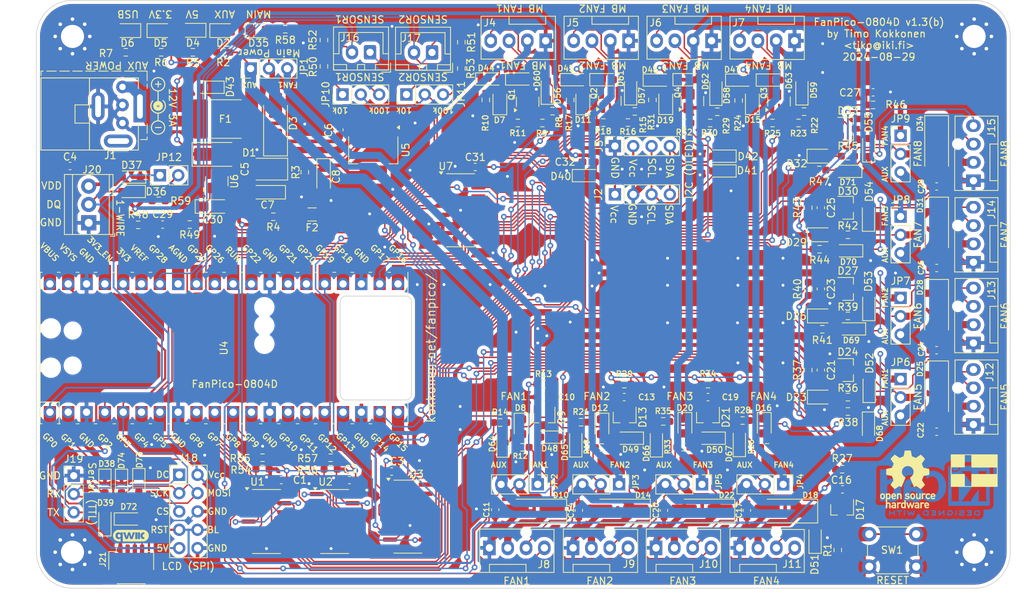
<source format=kicad_pcb>
(kicad_pcb (version 20240108) (generator "pcbnew") (generator_version "8.0")
  (layers (0 "F.Cu" signal) (31 "B.Cu" signal) (34 "B.Paste" user) (35 "F.Paste" user) (36 "B.SilkS" user "B.Silkscreen") (37 "F.SilkS" user "F.Silkscreen") (38 "B.Mask" user) (39 "F.Mask" user) (44 "Edge.Cuts" user))
  (net 0 "")
  (net 1 "+5V")
  (net 2 "GND")
  (net 3 "3V3")
  (net 4 "MBFAN1_PWM_READ")
  (net 5 "FAN1_TACHO_READ")
  (net 6 "/Power Rails/5V_REG_IN")
  (net 7 "Net-(U5-ADJ)")
  (net 8 "/Power Rails/5V_REG_OUT")
  (net 9 "Net-(D2-A)")
  (net 10 "/Fan Channels/Fan1/TACHO_IN")
  (net 11 "/Power Rails/5V_REG_SEL")
  (net 12 "Net-(D4-A)")
  (net 13 "/Fan Channels/Fan2/TACHO_IN")
  (net 14 "Net-(D5-A)")
  (net 15 "/Fan Channels/Fan4/TACHO_IN")
  (net 16 "Net-(D6-A)")
  (net 17 "/Fan Channels/Fan3/TACHO_IN")
  (net 18 "/Fan Channels/Fan5/TACHO_IN")
  (net 19 "/Fan Channels/Fan6/TACHO_IN")
  (net 20 "/Fan Channels/Fan7/TACHO_IN")
  (net 21 "Net-(D7-A)")
  (net 22 "/Fan Channels/Fan8/TACHO_IN")
  (net 23 "FAN1_PWR")
  (net 24 "/Fan Channels/Fan1/TACHO_OUT")
  (net 25 "/Fan Channels/Fan1/PWM_IN")
  (net 26 "FAN2_PWR")
  (net 27 "/Fan Channels/Fan2/TACHO_OUT")
  (net 28 "/Fan Channels/Fan2/PWM_IN")
  (net 29 "FAN3_PWR")
  (net 30 "/Fan Channels/Fan3/TACHO_OUT")
  (net 31 "/Fan Channels/Fan3/PWM_IN")
  (net 32 "FAN4_PWR")
  (net 33 "/Fan Channels/Fan4/TACHO_OUT")
  (net 34 "/Fan Channels/Fan4/PWM_IN")
  (net 35 "/Fan Channels/Fan1/PWR_OUT")
  (net 36 "/Fan Channels/Fan1/PWM_OUT")
  (net 37 "/Fan Channels/Fan2/PWR_OUT")
  (net 38 "/Fan Channels/Fan2/PWM_OUT")
  (net 39 "AUX12V")
  (net 40 "Net-(D8-A)")
  (net 41 "RESET")
  (net 42 "Net-(R1-Pad2)")
  (net 43 "MBFAN2_PWM_READ")
  (net 44 "FAN1_PWM_GEN")
  (net 45 "/PWM2A")
  (net 46 "/PWM2B")
  (net 47 "FAN2_PWM_GEN")
  (net 48 "FAN3_PWM_GEN")
  (net 49 "/PWM3A")
  (net 50 "FAN4_PWM_GEN")
  (net 51 "/PWM3B")
  (net 52 "/PWM4A")
  (net 53 "FAN5_PWM_GEN")
  (net 54 "/PWM4B")
  (net 55 "FAN6_PWM_GEN")
  (net 56 "FAN7_PWM_GEN")
  (net 57 "/PWM5A")
  (net 58 "FAN8_PWM_GEN")
  (net 59 "/PWM5B")
  (net 60 "/PWM6B")
  (net 61 "/PWM7B")
  (net 62 "MBFAN4_PWM_READ")
  (net 63 "/PWM0B")
  (net 64 "MBFAN3_PWM_READ")
  (net 65 "MBFAN1_TACHO_GEN")
  (net 66 "/PWM1B")
  (net 67 "Net-(D11-A)")
  (net 68 "Net-(D12-A)")
  (net 69 "FAN2_TACHO_READ")
  (net 70 "FAN3_TACHO_READ")
  (net 71 "FAN4_TACHO_READ")
  (net 72 "MBFAN2_TACHO_GEN")
  (net 73 "MBFAN4_TACHO_GEN")
  (net 74 "MBFAN3_TACHO_GEN")
  (net 75 "FAN5_TACHO_READ")
  (net 76 "FAN6_TACHO_READ")
  (net 77 "FAN7_TACHO_READ")
  (net 78 "FAN8_TACHO_READ")
  (net 79 "/Fan Channels/Fan3/PWR_OUT")
  (net 80 "/Fan Channels/Fan3/PWM_OUT")
  (net 81 "ADC_REF")
  (net 82 "Net-(D15-A)")
  (net 83 "/Fan Channels/Fan4/PWR_OUT")
  (net 84 "/Fan Channels/Fan4/PWM_OUT")
  (net 85 "/Fan Channels/Fan5/PWR_OUT")
  (net 86 "/Fan Channels/Fan5/PWM_OUT")
  (net 87 "/Fan Channels/Fan6/PWR_OUT")
  (net 88 "/Fan Channels/Fan6/PWM_OUT")
  (net 89 "/Fan Channels/Fan7/PWR_OUT")
  (net 90 "/Fan Channels/Fan7/PWM_OUT")
  (net 91 "/Fan Channels/Fan8/PWR_OUT")
  (net 92 "/Fan Channels/Fan8/PWM_OUT")
  (net 93 "Net-(D16-A)")
  (net 94 "Net-(D19-A)")
  (net 95 "Net-(D20-A)")
  (net 96 "Net-(D23-A)")
  (net 97 "VBUS")
  (net 98 "Net-(D26-A)")
  (net 99 "Net-(D29-A)")
  (net 100 "Net-(D32-A)")
  (net 101 "/Sensors & Connectors/AUX12_IN")
  (net 102 "Net-(JP10-A)")
  (net 103 "Net-(JP10-B)")
  (net 104 "Net-(JP11-A)")
  (net 105 "Net-(JP11-B)")
  (net 106 "AGND")
  (net 107 "TEMP1_READ")
  (net 108 "TEMP2_READ")
  (net 109 "Net-(Q1-G)")
  (net 110 "Net-(Q2-G)")
  (net 111 "Net-(Q3-G)")
  (net 112 "Net-(Q4-G)")
  (net 113 "SCL_MOSI")
  (net 114 "SDA_SCK")
  (net 115 "TX_MISO")
  (net 116 "RX_CS")
  (net 117 "/MPX-READ")
  (net 118 "/MPX-ADDR2")
  (net 119 "/MPX-ADDR1")
  (net 120 "/MPX-ADDR0")
  (net 121 "VSYS")
  (net 125 "Net-(U1-~{1OE})")
  (net 126 "Net-(U2-~{1OE})")
  (net 130 "Net-(D35-A)")
  (net 131 "Net-(JP12-B)")
  (footprint "Fuse:Fuse_1206_3216Metric_Pad1.42x1.75mm_HandSolder" (layer "F.Cu") (at 75.7125 83.68125 180)
    (property "Reference" "F2")
    (property "Value" "Polyfuse 0.5A")
  )
  (footprint "Resistor_SMD:R_0603_1608Metric_Pad0.98x0.95mm_HandSolder" (layer "F.Cu") (at 119 107.2 180)
    (property "Reference" "R20")
    (property "Value" "10k")
  )
  (footprint "Capacitor_SMD:C_0603_1608Metric_Pad1.08x0.95mm_HandSolder" (layer "F.Cu") (at 153.5 66.75)
    (property "Reference" "C27")
    (property "Value" "1nF")
  )
  (footprint "Diode_SMD:D_SOD-323_HandSoldering" (layer "F.Cu") (at 113.8 78.3)
    (property "Reference" "D40")
    (property "Value" "3.3V TVS")
  )
  (footprint "LED_SMD:LED_0805_2012Metric_Pad1.15x1.40mm_HandSolder" (layer "F.Cu") (at 136.75 67.975 90)
    (property "Reference" "D15")
    (property "Value" "LED 0805 (green)")
  )
  (footprint "Resistor_SMD:R_0603_1608Metric_Pad0.98x0.95mm_HandSolder" (layer "F.Cu") (at 119.5 70.9375)
    (property "Reference" "R16")
    (property "Value" "30k")
  )
  (footprint "Connector_JST:JST_XH_B2B-XH-A_1x02_P2.50mm_Vertical" (layer "F.Cu") (at 83.75 61.2 180)
    (property "Reference" "J16")
    (property "Value" "Sensor1")
  )
  (footprint "Resistor_SMD:R_0603_1608Metric_Pad0.98x0.95mm_HandSolder" (layer "F.Cu") (at 144.5 105.25 -90)
    (property "Reference" "R37")
    (property "Value" "10k")
  )
  (footprint "Connector:FanPinHeader_1x04_P2.54mm_Vertical" (layer "F.Cu") (at 119.6 59.6 180)
    (property "Reference" "J5")
    (property "Value" "MB Fan2 Input")
  )
  (footprint "LED_SMD:LED_0805_2012Metric_Pad1.15x1.40mm_HandSolder" (layer "F.Cu") (at 63.4 58.2)
    (property "Reference" "D2")
    (property "Value" "LED 0805 (green)")
  )
  (footprint "Diode_SMD:D_SOD-323_HandSoldering" (layer "F.Cu") (at 49.3 121 -90)
    (property "Reference" "D74")
    (property "Value" "3.3V TVS")
  )
  (footprint "Resistor_SMD:R_0603_1608Metric_Pad0.98x0.95mm_HandSolder" (layer "F.Cu") (at 104.25 71)
    (property "Reference" "R11")
    (property "Value" "1k")
  )
  (footprint "Capacitor_SMD:C_0603_1608Metric_Pad1.08x0.95mm_HandSolder" (layer "F.Cu") (at 162.3 79.8)
    (property "Reference" "C28")
    (property "Value" "0.1uF")
  )
  (footprint "Connector_JST:JST_SH_SM04B-SRSS-TB_1x04-1MP_P1.00mm_Horizontal" (layer "F.Cu") (at 50.644368 132.2)
    (property "Reference" "J21")
    (property "Value" "QWIIC")
  )
  (footprint "Connector:FanPinHeader_1x04_P2.54mm_Vertical" (layer "F.Cu") (at 167.4 112.8 90)
    (property "Reference" "J12")
    (property "Value" "Fan5 Output")
  )
  (footprint "Connector_PinHeader_2.54mm:PinHeader_1x03_P2.54mm_Vertical" (layer "F.Cu") (at 129.775 121.1 -90)
    (property "Reference" "JP5")
    (property "Value" "Fan Power")
  )
  (footprint "Fuse:Fuse_2920_7451Metric_Pad2.10x5.45mm_HandSolder" (layer "F.Cu") (at 63.7 70.45)
    (property "Reference" "F1")
    (property "Value" "Polyfuse 3A")
  )
  (footprint "Resistor_SMD:R_0603_1608Metric_Pad0.98x0.95mm_HandSolder" (layer "F.Cu") (at 74.7125 77.83125 -90)
    (property "Reference" "R3")
    (property "Value" "330")
  )
  (footprint "sparkfun-qwiic:qwiic_5mm" (layer "F.Cu") (at 50.6 128.2)
    (property "Reference" "G1" (hide yes))
    (property "Value" "qwiic_Logo" (hide yes))
  )
  (footprint "Connector_PinHeader_2.54mm:PinHeader_1x03_P2.54mm_Vertical" (layer "F.Cu") (at 157.3 106.5)
    (property "Reference" "JP6")
    (property "Value" "Fan Power")
  )
  (footprint "LED_SMD:LED_0805_2012Metric_Pad1.15x1.40mm_HandSolder" (layer "F.Cu") (at 101.75 68 90)
    (property "Reference" "D7")
    (property "Value" "LED 0805 (green)")
  )
  (footprint "Capacitor_SMD:C_0603_1608Metric_Pad1.08x0.95mm_HandSolder" (layer "F.Cu") (at 162.3 91.1)
    (property "Reference" "C26")
    (property "Value" "0.1uF")
  )
  (footprint "LED_SMD:LED_0805_2012Metric_Pad1.15x1.40mm_HandSolder" (layer "F.Cu") (at 59.1375 58.15 180)
    (property "Reference" "D4")
    (property "Value" "LED 0805 (green)")
  )
  (footprint "Resistor_SMD:R_0603_1608Metric_Pad0.98x0.95mm_HandSolder" (layer "F.Cu") (at 146.075 88.5)
    (property "Reference" "R44")
    (property "Value" "680")
  )
  (footprint "Diode_SMD:D_SMA_Handsoldering" (layer "F.Cu") (at 162.3 97.2 -90)
    (property "Reference" "D28")
    (property "Value" "ES1D 1A 200V")
  )
  (footprint "Diode_SMD:D_SOD-323_HandSoldering" (layer "F.Cu") (at 51.7 120.9 -90)
    (property "Reference" "D73")
    (property "Value" "3.3V TVS")
  )
  (footprint "Diode_SMD:D_SOD-323_HandSoldering" (layer "F.Cu") (at 131.7 66.55 90)
    (property "Reference" "D58")
    (property "Value" "5V TVS")
  )
  (footprint "Resistor_SMD:R_0603_1608Metric_Pad0.98x0.95mm_HandSolder" (layer "F.Cu") (at 99.8 67.8 -90)
    (property "Reference" "R10")
    (property "Value" "49.9k")
  )
  (footprint "FanPico:D_SOT-23_ANK" (layer "F.Cu") (at 150 94)
    (property "Reference" "D27")
    (property "Value" "BAT54C")
  )
  (footprint "LED_SMD:LED_0805_2012Metric_Pad1.15x1.40mm_HandSolder" (layer "F.Cu") (at 127.4 113 -90)
    (property "Reference" "D20")
    (property "Value" "LED 0805 (green)")
  )
  (footprint "Connector:FanPinHeader_1x04_P2.54mm_Vertical" (layer "F.Cu") (at 167.4 101.5 90)
    (property "Reference" "J13")
    (property "Value" "Fan6 Output")
  )
  (footprint "Resistor_SMD:R_0603_1608Metric_Pad0.98x0.95mm_HandSolder" (layer "F.Cu") (at 127.3125 71)
    (property "Reference" "R32")
    (property "Value" "1k")
  )
  (footprint "Connector_PinHeader_2.54mm:PinHeader_1x03_P2.54mm_Vertical" (layer "F.Cu") (at 67.2 63.45 90)
    (property "Reference" "JP1")
    (property "Value" "Power Selector")
  )
  (footprint "Package_TO_SOT_SMD:SOT-23" (layer "F.Cu") (at 128.45 67.9625 90)
    (property "Reference" "Q4")
    (property "Value" "2N7002K")
  )
  (footprint "Resistor_SMD:R_0603_1608Metric_Pad0.98x0.95mm_HandSolder" (layer "F.Cu") (at 138.8 115.975)
    (property "Reference" "R26")
    (property "Value" "49.9k")
  )
  (footprint "Diode_SMD:D_SOD-323_HandSoldering" (layer "F.Cu") (at 47 121 -90)
    (property "Reference" "D38")
    (property "Value" "3.3V TVS")
  )
  (footprint "Diode_SMD:D_SOD-323_HandSoldering" (layer "F.Cu") (at 119.65 114.7 180)
    (property "Reference" "D49")
    (property "Value" "12V TVS")
  )
  (footprint "FanPico:D_SOT-23_ANK" (layer "F.Cu") (at 150 105.25)
    (property "Reference" "D24")
    (property "Value" "BAT54C")
  )
  (footprint "Diode_SMD:D_SOD-323_HandSoldering" (layer "F.Cu") (at 102.175 115.325 90)
    (property "Reference" "D64")
    (property "Value" "5V TVS")
  )
  (footprint "Connector_PinHeader_2.54mm:PinHeader_1x03_P2.54mm_Vertical" (layer "F.Cu") (at 157.3 83.975)
    (property "Reference" "JP8")
    (property "Value" "Fan Power")
  )
  (footprint "Diode_SMD:D_SOD-323_HandSoldering" (layer "F.Cu") (at 135.05 65.05)
    (property "Reference" "D47")
    (property "Value" "12V TVS")
  )
  (footprint "LED_SMD:LED_0805_2012Metric_Pad1.15x1.40mm_HandSolder" (layer "F.Cu") (at 146.2 75.6)
    (property "Reference" "D32")
    (property "Value" "LED 0805 (green)")
  )
  (footprint "Connector_JST:JST_XH_B2B-XH-A_1x02_P2.50mm_Vertical" (layer "F.Cu") (at 92.35 61.225 180)
    (property "Reference" "J17")
    (property "Value" "Sensor2")
  )
  (footprint "Package_TO_SOT_SMD:SOT-223-3_TabPin2" (layer "F.Cu") (at 84.2 74.75 -90)
    (property "Reference" "U5")
    (property "Value" "SPX1117-ADJ")
  )
  (footprint "Diode_SMD:D_SOD-323_HandSoldering" (layer "F.Cu") (at 112.275 115.3 90)
    (property "Reference" "D65")
    (property "Value" "5V TVS")
  )
  (footprint "Diode_SMD:D_SOD-323_HandSoldering" (layer "F.Cu") (at 152.85 113.075 -90)
    (property "Reference" "D68")
    (property "Value" "5V TVS")
  )
  (footprint "Capacitor_SMD:C_0603_1608Metric_Pad1.08x0.95mm_HandSolder" (layer "F.Cu") (at 42.164 76.962 180)
    (property "Reference" "C4")
    (property "Value" "0.1uF")
  )
  (footprint "Diode_SMD:D_SOD-323_HandSoldering" (layer "F.Cu") (at 149.925 77.7 180)
    (property "Reference" "D71")
    (property "Value" "5V TVS")
  )
  (footprint "Diode_SMD:D_SOD-323_HandSoldering" (layer "F.Cu") (at 152.9 74.4 90)
    (property "Reference" "D55")
    (property "Value" "12V TVS")
  )
  (footprint "Resistor_SMD:R_0603_1608Metric_Pad0.98x0.95mm_HandSolder" (layer "F.Cu") (at 54.8 61.2 180)
    (property "Reference" "R6")
    (property "Value" "4.99k")
  )
  (footprint "Symbol:Symbol_Barrel_Polarity" (layer "F.Cu") (at 54.295 68.63 90)
    (property "Reference" "REF**" (hide yes))
    (property "Value" "Symbol_Barrel_Polarity")
  )
  (footprint "Resistor_SMD:R_0603_1608Metric_Pad0.98x0.95mm_HandSolder" (layer "F.Cu") (at 78.29 117.41 180)
    (property "Reference" "R57")
    (property "Value" "0")
  )
  (footprint "Capacitor_SMD:C_0603_1608Metric_Pad1.08x0.95mm_HandSolder" (layer "F.Cu") (at 149.25 121.8)
    (property "Reference" "C16")
    (property "Value" "1nF")
  )
  (footprint "Resistor_SMD:R_0603_1608Metric_Pad0.98x0.95mm_HandSolder" (layer "F.Cu") (at 72 58 180)
    (property "Reference" "R58")
    (property "Value" "49.9k")
  )
  (footprint "Connector_PinHeader_2.54mm:PinHeader_1x03_P2.54mm_Vertical" (layer "F.Cu") (at 118.275 121.1 -90)
    (property "Reference" "JP3")
    (property "Value" "Fan Power")
  )
  (footprint "Capacitor_SMD:C_0603_1608Metric_Pad1.08x0.95mm_HandSolder" (layer "F.Cu") (at 71.44375 120.5 180)
    (property "Reference" "C1")
    (property "Value" "0.1uF")
  )
  (footprint "FanPico:D_SOT-23_ANK" (layer "F.Cu") (at 149.2 124.6 -90)
    (property "Reference" "D17")
    (property "Value" "BAT54C")
  )
  (footprint "Resistor_SMD:R_0603_1608Metric_Pad0.98x0.95mm_HandSolder" (layer "F.Cu") (at 63.4 61.2 180)
    (property "Reference" "R2")
    (property "Value" "49.9k")
  )
  (footprint "Resistor_SMD:R_0603_1608Metric_Pad0.98x0.95mm_HandSolder" (layer "F.Cu") (at 149.2 119 180)
    (property "Reference" "R27")
    (property "Value" "10k")
  )
  (footprint "FanPico:SW_PUSH_6mm_SMD_2" (layer "F.Cu") (at 152.9625 128)
    (property "Reference" "SW1")
    (property "Value" "SW_Push")
  )
  (footprint "Capacitor_SMD:C_0603_1608Metric_Pad1.08x0.95mm_HandSolder" (layer "F.Cu") (at 162.3 102.5)
    (property "Reference" "C24")
    (property "Value" "0.1uF")
  )
  (footprint "Resistor_SMD:R_0603_1608Metric_Pad0.98x0.95mm_HandSolder" (layer "F.Cu") (at 130.6 107.2 180)
    (property "Reference" "R34")
    (property "Value" "10k")
  )
  (footprint "Resistor_SMD:R_0603_1608Metric_Pad0.98x0.95mm_HandSolder" (layer "F.Cu") (at 143.925 69.425 180)
    (property "Reference" "R22")
    (property "Value" "1k")
  )
  (footprint "Diode_SMD:D_SMA_Handsoldering" (layer "F.Cu") (at 129.8 124.8 180)
    (property "Reference" "D22")
    (property "Value" "ES1D 1A 200V")
  )
  (footprint "Diode_SMD:D_SMA_Handsoldering" (layer "F.Cu") (at 106.5 124.8 180)
    (property "Reference" "D10")
    (property "Value" "ES1D 1A 200V")
  )
  (footprint "Connector:FanPinHeader_1x04_P2.54mm_Vertical" (layer "F.Cu") (at 167.4 79 90)
    (property "Reference" "J15")
    (property "Value" "Fan8 Output")
  )
  (footprint "Capacitor_SMD:C_0603_1608Metric_Pad1.08x0.95mm_HandSolder" (layer "F.Cu") (at 130.6 109 180)
    (property "Reference" "C19")
    (property "Value" "1nF")
  )
  (footprint "LED_SMD:LED_0805_2012Metric_Pad1.15x1.40mm_HandSolder" (layer "F.Cu") (at 50.1 58.2 180)
    (property "Reference" "D6")
    (property "Value" "LED 0805 (green)")
  )
  (footprint "Capacitor_Tantalum_SMD:CP_EIA-3216-18_Kemet-A_Pad1.58x1.35mm_HandSolder" (layer "F.Cu") (at 69.5375 80.6 180)
    (property "Reference" "C7")
    (property "Value" "10uF 16V")
  )
  (footprint "Connector_PinHeader_2.54mm:PinHeader_1x03_P2.54mm_Vertical" (layer "F.Cu") (at 141.025 121.1 -90)
    (property "Reference" "JP4")
    (property "Value" "Fan Power")
  )
  (footprint "Connector:FanPinHeader_1x04_P2.54mm_Vertical" (layer "F.Cu") (at 167.4 90.3 90)
    (property "Reference" "J14")
    (property "Value" "Fan7 Output")
  )
  (footprint "Resistor_SMD:R_0603_1608Metric_Pad0.98x0.95mm_HandSolder" (layer "F.Cu") (at 77.3625 63.15 -90)
    (property "Reference" "R50")
    (property "Value" "10k")
  )
  (footprint "Resistor_SMD:R_0603_1608Metric_Pad0.98x0.95mm_HandSolder" (layer "F.Cu") (at 139.55 71)
    (property "Reference" "R25")
    (property "Value" "1k")
  )
  (footprint "TerminalBlock_TE-Connectivity:TerminalBlock_TE_282834-3_1x03_P2.54mm_Horizontal" (layer "F.Cu") (at 44.75 84.836 90)
    (property "Reference" "J20")
    (property "Value" "1-Wire")
  )
  (footprint "Diode_SMD:D_SOD-323_HandSoldering" (layer "F.Cu") (at 104.55 64.9)
    (property "Reference" "D60")
    (property "Value" "12V TVS")
  )
  (footprint "LED_SMD:LED_0805_2012Metric_Pad1.15x1.40mm_HandSolder" (layer "F.Cu") (at 138.4 113 -90)
    (property "Reference" "D16")
    (property "Value" "LED 0805 (green)")
  )
  (footprint "LED_SMD:LED_0805_2012Metric_Pad1.15x1.40mm_HandSolder" (layer "F.Cu") (at 54.7 58.2)
    (property "Reference" "D5")
    (property "Value" "LED 0805 (green)")
  )
  (footprint "Diode_SMD:D_SMA" (layer "F.Cu") (at 62.6 75.35)
    (property "Reference" "D1")
    (property "Value" "SM5819PL 1A 40V")
  )
  (footprint "Diode_SMD:D_SOD-323_HandSoldering" (layer "F.Cu") (at 50.6 80.5 180)
    (property "Reference" "D36")
    (property "Value" "3.3V TVS")
  )
  (footprint "Resistor_SMD:R_0603_1608Metric_Pad0.98x0.95mm_HandSolder" (layer "F.Cu") (at 131.9 69.45 180)
    (property "Reference" "R29")
    (property "Value" "1k")
  )
  (footprint "Resistor_SMD:R_0603_1608Metric_Pad0.98x0.95mm_HandSolder" (layer "F.Cu") (at 150 86.5 180)
    (property "Reference" "R42")
    (property "Value" "49.9k")
  )
  (footprint "Connector:FanPinHeader_1x04_P2.54mm_Vertical" (layer "F.Cu") (at 108.1 59.6 180)
    (property "Reference" "J4")
    (property "Value" "MB Fan1 Input")
  )
  (footprint "Resistor_SMD:R_0603_1608Metric_Pad0.98x0.95mm_HandSolder" (layer "F.Cu") (at 120.45 69.4 180)
    (property "Reference" "R15")
    (property "Value" "1k")
  )
  (footprint "Diode_SMD:D_SOD-323_HandSoldering" (layer "F.Cu") (at 132.5 75.6 180)
    (property "Reference" "D42")
    (property "Value" "3.3V TVS")
  )
  (footprint "Resistor_SMD:R_0603_1608Metric_Pad0.98x0.95mm_HandSolder" (layer "F.Cu") (at 153.5 68.5)
    (property "Reference" "R46")
    (property "Value" "10k")
  )
  (footprint "FanPico:RPi_Pico_PicoW_SMD_TH" (layer "F.Cu") (at 63.5 102.2 90)
    (property "Reference" "U4")
    (property "Value" "Pico")
  )
  (footprint "FanPico:D_SOT-23_ANK" (layer "F.Cu") (at 150 71.8)
    (property "Reference" "D33")
    (property "Value" "BAT54C")
  )
  (footprint "Symbol:OSHW-Logo_7.5x8mm_SilkScreen" (layer "F.Cu") (at 158.29 120.41)
    (property "Reference" "REF**" (hide yes))
    (property "Value" "OSHW-Logo_7.5x8mm_SilkScreen" (hide yes))
  )
  (footprint "Resistor_SMD:R_0603_1608Metric_Pad0.98x0.95mm_HandSolder" (layer "F.Cu") (at 111.5 67.8 -90)
    (property "Reference" "R17")
    (property "Value" "49.9k")
  )
  (footprint "Resistor_SMD:R_0603_1608Metric_Pad0.98x0.95mm_HandSolder" (layer "F.Cu") (at 68.84375 117.4 180)
    (property "Reference" "R55")
    (property "Value" "0")
  )
  (footprint "Capacitor_SMD:C_0603_1608Metric_Pad1.08x0.95mm_HandSolder" (layer "F.Cu") (at 162.3 113.8)
    (property "Reference" "C22")
    (property "Value" "0.1uF")
  )
  (footprint "Connector_PinHeader_2.54mm:PinHeader_1x03_P2.54mm_Vertical" (layer "F.Cu") (at 157.3 72.75)
    (property "Reference" "JP9")
    (property "Value" "Fan Power")
  )
  (footprint "Diode_SMD:D_SMA_Handsoldering" (layer "F.Cu") (at 162.3 85.8 -90)
    (property "Reference" "D31")
    (property "Value" "ES1D 1A 200V")
  )
  (footprint "Resistor_SMD:R_0603_1608Metric_Pad0.98x0.95mm_HandSolder" (layer "F.Cu") (at 115.9 116)
    (property "Reference" "R19")
    (property "Value" "49.9k")
  )
  (footprint "Package_SO:SOIC-14_3.9x8.7mm_P1.27mm" (layer "F.Cu") (at 69.4 126.25)
    (property "Reference" "U1")
    (property "Value" "SN74AHCT126")
  )
  (footprint "Capacitor_SMD:C_0603_1608Metric_Pad1.08x0.95mm_HandSolder" (layer "F.Cu") (at 98.3375 77.1 180)
    (property "Reference" "C31")
    (property "Value" "0.1uF")
  )
  (footprint "Connector_PinHeader_2.54mm:PinHeader_1x03_P2.54mm_Vertical" (layer "F.Cu") (at 157.3 95.25)
    (property "Reference" "JP7")
    (property "Value" "Fan Power")
  )
  (footprint "Capacitor_SMD:C_0603_1608Metric_Pad1.08x0.95mm_HandSolder" (layer "F.Cu") (at 119 109 180)
    (property "Reference" "C13")
    (property "Value" "1nF")
  )
  (footprint "Diode_SMD:D_SMA_Handsoldering" (layer "F.Cu") (at 141.3 124.8 180)
    (property "Reference" "D18")
    (property "Value" "ES1D 1A 200V")
  )
  (footprint "Connector:FanPinHeader_1x04_P2.54mm_Vertical" (layer "F.Cu") (at 123.4 129.9)
    (property "Reference" "J10")
    (property "Value" "Fan3 Output")
  )
  (footprint "Package_TO_SOT_SMD:SOT-23" (layer "F.Cu") (at 62.5 79.075 90)
    (property "Reference" "U6")
    (property "Value" "LM4040DBZ-3")
  )
  (footprint "Resistor_SMD:R_0603_1608Metric_Pad0.98x0.95mm_HandSolder" (layer "F.Cu") (at 116.1 70.9375)
    (property "Reference" "R18")
    (property "Value" "1k")
  )
  (footprint "Connector_PinHeader_2.54mm:PinHeader_1x03_P2.54mm_Vertical" (layer "F.Cu") (at 42.672 119.9)
    (property "Reference" "J19")
    (property "Value" "Serial Console (TTL)")
  )
  (footprint "FanPico:D_SOT-23_ANK" (layer "F.Cu") (at 150 82.75)
    (property "Reference" "D30")
    (property "Value" "BAT54C")
  )
  (footprint "LED_SMD:LED_0805_2012Metric_Pad1.15x1.40mm_HandSolder" (layer "F.Cu") (at 115.9 113.1 -90)
    (property "Reference" "D12")
    (property "Value" "LED 0805 (green)")
  )
  (footprint "Resistor_SMD:R_0603_1608Metric_Pad0.98x0.95mm_HandSolder" (layer "F.Cu") (at 146.45 99.6)
    (property "Reference" "R41")
    (property "Value" "680")
  )
  (footprint "FanPico:D_SOT-23_ANK" (layer "F.Cu") (at 119.05 111.8 -90)
    (property "Reference" "D13")
    (property "Value" "BAT54C")
  )
  (footprint "Capacitor_Tantalum_SMD:CP_EIA-3216-18_Kemet-A_Pad1.58x1.35mm_HandSolder" (layer "F.Cu") (at 62 82.575)
    (property "Reference" "C30")
    (property "Value" "10uF 16V")
  )
  (footprint "Resistor_SMD:R_0603_1608Metric_Pad0.98x0.95mm_HandSolder" (layer "F.Cu") (at 150 111)
    (property "Reference" "R38")
    (property "Value" "680")
  )
  (footprint "Resistor_SMD:R_0603_1608Metric_Pad0.98x0.95mm_HandSolder" (layer "F.Cu") (at 122.9 67.8 -90)
    (property "Reference" "R31")
    (property "Value" "49.9k")
  )
  (footprint "Connector_PinHeader_2.54mm:PinHeader_1x03_P2.54mm_Vertical" (layer "F.Cu") (at 88.8 67.05 90)
    (property "Reference" "JP11")
    (property "Value" "NTC Value")
  )
  (footprint "Capacitor_SMD:C_0603_1608Metric_Pad1.08x0.95mm_HandSolder" (layer "F.Cu") (at 146.25 82.75 -90)
    (property "Reference" "C25")
    (property "Value" "1nF")
  )
  (footprint "LED_SMD:LED_0805_2012Metric_Pad1.15x1.40mm_HandSolder" (layer "F.Cu") (at 146.25 97.75)
    (property "Reference" "D26")
    (property "Value" "LED 0805 (green)")
  )
  (footprint "Capacitor_SMD:C_0603_1608Metric_Pad1.08x0.95mm_HandSolder" (layer "F.Cu") (at 107.8 109 180)
    (property "Reference" "C10")
    (property "Value" "1nF")
  )
  (footprint "Diode_SMD:D_SOD-323_HandSoldering" (layer "F.Cu") (at 150.05 88.725 180)
    (property "Reference" "D70")
    (property "Value" "5V TVS")
  )
  (footprint "Resistor_SMD:R_0603_1608Metric_Pad0.98x0.95mm_HandSolder" (layer "F.Cu") (at 70.3375 84 180)
    (property "Reference" "R4")
    (property "Value" "1k")
  )
  (footprint "Resistor_SMD:R_0603_1608Metric_Pad0.98x0.95mm_HandSolder" (layer "F.Cu") (at 59.1875 61.2 180)
    (property "Reference" "R5")
    (property "Value" "10k")
  )
  (footprint "Resistor_SMD:R_0603_1608Metric_Pad0.98x0.95mm_HandSolder" (layer "F.Cu") (at 150 109 180)
    (property "Reference" "R36")
    (property "Value" "49.9k")
  )
  (footprint "Connector:FanPinHeader_1x04_P2.54mm_Vertical" (layer "F.Cu") (at 142.6 59.6 180)
    (property "Reference" "J7")
    (property "Value" "MB Fan4 Input")
  )
  (footprint "Resistor_SMD:R_0603_1608Metric_Pad0.98x0.95mm_HandSolder" (layer "F.Cu") (at 54.45 81.8 180)
    (property "Reference" "R59")
    (property "Value" "4.7k")
  )
  (footprint "Diode_SMD:D_SOD-323_HandSoldering" (layer "F.Cu") (at 100.4 64.9)
    (property "Reference" "D44")
    (property "Value" "12V TVS")
  )
  (footprint "Resistor_SMD:R_0603_1608Metric_Pad0.98x0.95mm_HandSolder" (layer "F.Cu") (at 107.8 107.2 180)
    (property "Reference" "R13")
    (property "Value" "10k")
  )
  (footprint "Package_TO_SOT_SMD:SOT-23" (layer "F.Cu") (at 117 67.9375 90)
    (property "Reference" "Q2")
    (property "Value" "2N7002K")
  )
  (footprint "Connector_PinSocket_2.54mm:PinSocket_1x04_P2.54mm_Vertical" (layer "F.Cu") (at 117.7 74.2 90)
    (property "Reference" "J3")
    (property "Value" "I2C (OLED)")
  )
  (footprint "Diode_SMD:D_SMA_Handsoldering" (layer "F.Cu") (at 118.1 124.8 180)
    (property "Reference" "D14")
    (property "Value" "ES1D 1A 200V")
  )
  (footprint "Diode_SMD:D_SOD-323_HandSoldering" (layer "F.Cu") (at 47 126.238 90)
    (property "Reference" "D39")
    (property "Value" "3.3V TVS")
  )
  (footprint "Resistor_SMD:R_0603_1608Metric_Pad0.98x0.95mm_HandSolder" (layer "F.Cu") (at 124.4 112.375)
    (property "Reference" "R35")
    (property "Value" "680")
  )
  (footprint "Resistor_SMD:R_0603_1608Metric_Pad0.98x0.95mm_HandSolder" (layer "F.Cu") (at 107.65 71)
    (property "Reference" "R9")
    (property "Value" "30k")
  )
  (footprint "Diode_SMD:D_SOD-323_HandSoldering" (layer "F.Cu") (at 150.45 99.55 180)
    (property "Reference" "D69")
    (property "Value" "5V TVS")
  )
  (footprint "Resistor_SMD:R_0603_1608Metric_Pad0.98x0.95mm_HandSolder" (layer "F.Cu") (at 51.6 85.125)
    (property "Reference" "R48")
    (property "Value" "330")
  )
  (footprint "Capacitor_Tantalum_SMD:CP_EIA-3528-12_Kemet-T_Pad1.50x2.35mm_HandSolder" (layer "F.Cu") (at 69.7 77.4 180)
    (property "Reference" "C5")
    (property "Value" "10uF 25V")
  )
  (footprint "Diode_SMD:D_SOD-323_HandSoldering" (layer "F.Cu") (at 134.95 115.25 90)
    (property "Reference" "D67")
    (property "Value" "5V TVS")
  )
  (footprint "Package_SO:SOIC-16_3.9x9.9mm_P1.27mm" (layer "F.Cu") (at 89 125.575)
    (property "Reference" "U3")
    (property "Value" "CD74HC4050NSR")
  )
  (footprint "Diode_SMD:D_SOD-323_HandSoldering" (layer "F.Cu") (at 50.65 78.5 180)
    (property "Reference" "D37")
    (property "Value" "3.3V TVS")
  )
  (footprint "MountingHole:MountingHole_3.2mm_M3_Pad_Via" (layer "F.Cu") (at 167.5 59)
    (property "Reference" "H2" (hide yes))
    (property "Value" "MountingHole_Pad")
  )
  (footprint "Resistor_SMD:R_0603_1608Metric_Pad0.98x0.95mm_HandSolder" (layer "F.Cu") (at 127.2 115.95)
    (property "Reference" "R33")
    (property "Value" "49.9k")
  )
  (footprint "Diode_SMD:D_SOD-323_HandSoldering" (layer "F.Cu") (at 145.45 128.65 90)
    (property "Reference" "D51")
    (property "Value" "12V TVS")
  )
  (footprint "Resistor_SMD:R_0603_1608Metric_Pad0.98x0.95mm_HandSolder" (layer "F.Cu") (at 144.5 94 -90)
    (property "Reference" "R40")
    (property "Value" "10k")
  )
  (footprint "Connector_PinHeader_2.54mm:PinHeader_1x03_P2.54mm_Vertical" (layer "F.Cu") (at 79.9375 67.05 90)
    (property "Reference" "JP10")
    (property "Value" "NTC Value")
  )
  (footprint "Connector:FanPinHeader_1x04_P2.54mm_Vertical" (layer "F.Cu") (at 111.9 129.9)
    (property "Reference" "J9")
    (property "Value" "Fan2 Output")
  )
  (footprint "Resistor_SMD:R_0603_1608Metric_Pad0.98x0.95mm_HandSolder" (layer "F.Cu") (at 130.9125 71)
    (property "Reference" "R30")
    (property "Value" "30k")
  )
  (footprint "Diode_SMD:D_SOD-323_HandSoldering" (layer "F.Cu") (at 116.225 65)
    (property "Reference" "D61")
    (property "Value" "12V TVS")
  )
  (footprint "Diode_SMD:D_SMA_Handsoldering" (layer "F.Cu") (at 70.65 71.05 90)
    (property "Reference" "D3")
    (property "Value" "ES1D 1A 200V")
  )
  (footprint "Capacitor_SMD:C_0603_1608Metric_Pad1.08x0.95mm_HandSolder" (layer "F.Cu") (at 80.89 120.5 180)
    (property "Reference" "C2")
    (property "Value" "0.1uF")
  )
  (footprint "Diode_SMD:D_SOD-323_HandSoldering" (layer "F.Cu") (at 108.65 114.55 180)
    (property "Reference" "D48")
    (property "Value" "12V TVS")
  )
  (footprint "Package_TO_SOT_SMD:SOT-23" (layer "F.Cu") (at 105.6 68.0625 90)
    (property "Reference" "Q1")
    (property "Value" "2N7002K")
  )
  (footprint "Diode_SMD:D_SOD-323_HandSoldering" (layer "F.Cu") (at 123.45 115.3 90)
    (property "Reference" "D66")
    (property "Value" "5V TVS")
  )
  (footprint "Resistor_SMD:R_0603_1608Metric_Pad0.98x0.95mm_HandSolder" (layer "F.Cu") (at 109.05 69.35 180)
    (property "Reference" "R8")
    (property "Value" "1k")
  )
  (footprint "Capacitor_SMD:C_0603_1608Metric_Pad1.08x0.95mm_HandSolder" (layer "F.Cu") (at 101.1 124.6 -90)
    (property "Reference" "C11")
    (property "Value" "0.1uF")
  )
  (footprint "MountingHole:MountingHole_3.2mm_M3_Pad_Via" (layer "F.Cu") (at 42.5 59)
    (property "Reference" "H1" (hide yes))
    (property "Value" "MountingHole_Pad")
  )
  (footprint "LED_SMD:LED_0805_2012Metric_Pad1.15x1.40mm_HandSolder" (layer "F.Cu") (at 104.7 113.1 -90)
    (property "Reference" "D8")
    (property "Value" "LED 0805 (green)")
  )
  (footprint "LED_SMD:LED_0805_2012Metric_Pad1.15x1.40mm_HandSolder" (layer "F.Cu") (at 113.25 68 90)
    (property "Reference" "D11")
    (property "Value" "LED 0805 (green)")
  )
  (footprint "Package_SO:SOIC-16_3.9x9.9mm_P1.27mm" (layer "F.Cu") (at 96.3 83.1)
    (property "Reference" "U7")
    (property "Value" "74HC4051")
  )
  (footprint "Diode_SMD:D_SOD-323_HandSoldering" (layer "F.Cu") (at 61.52 66.05 180)
    (property "Reference" "D43")
    (property "Value" "12V TVS")
  )
  (footprint "Connector:FanPinHeader_1x04_P2.54mm_Vertical" (layer "F.Cu") (at 131.1 59.6 180)
    (property "Reference" "J6")
    (property "Value" "MB Fan3 Input")
  )
  (footprint "Capacitor_SMD:C_0603_1608Metric_Pad1.08x0.95mm_HandSolder" (layer "F.Cu") (at 79.5 71.95 90)
    (property "Reference" "C6")
    (property "Value" "0.1uF")
  )
  (footprint "FanPico:D_SOT-23_ANK" (layer "F.Cu") (at 130.6 111.8 -90)
    (property "Reference" "D21")
    (property "Value" "BAT54C")
  )
  (footprint "Resistor_SMD:R_0603_1608Metric_Pad0.98x0.95mm_HandSolder" (layer "F.Cu") (at 49.9 61.2 180)
    (property "Reference" "R7")
    (property "Value" "10k")
  )
  (footprint "LED_SMD:LED_0805_2012Metric_Pad1.15x1.40mm_HandSolder" (layer "F.Cu") (at 68.3 58.2)
    (property "Reference" "D35")
    (property "Value" "LED 0805 (green)")
  )
  (footprint "Diode_SMD:D_SOD-323_HandSoldering" (layer "F.Cu") (at 152.9 96.4 90)
    (property "Reference" "D53")
    (property "Value" "12V TVS")
  )
  (footprint "Resistor_SMD:R_0603_1608Metric_Pad0.98x0.95mm_HandSolder" (layer "F.Cu") (at 104.8875 115.9625 180)
    (property "Reference" "R12")
    (property "Value" "49.9k")
  )
  (footprint "Capacitor_SMD:C_0603_1608Metric_Pad1.08x0.95mm_HandSolder" (layer "F.Cu") (at 55 85.075)
    (property "Reference" "C29")
    (property "Value" "0.1uF")
  )
  (footprint "MountingHole:MountingHole_3.2mm_M3_Pad_Via" (layer "F.Cu") (at 167.5 130.5)
    (property "Reference" "H4" (hide yes))
    (property "Value" "MountingHole_Pad")
  )
  (footprint "Resistor_SMD:R_0603_1608Metric_Pad0.98x0.95mm_HandSolder" (layer "F.Cu") (at 78.29 119 180)
    (property "Reference" "R56")
    (property "Value" "DNF")
  )
  (footprint "Resistor_SMD:R_0603_1608Metric_Pad0.98x0.95mm_HandSolder" (layer "F.Cu") (at 96.4125 59.8 -90)
    (property "Reference" "R51")
    (property "Value" "10k")
  )
  (footprint "Diode_SMD:D_SMA_Handsoldering" (layer "F.Cu") (at 162.3 108.5 -90)
    (property "Reference" "D25")
    (property "Value" "ES1D 1A 200V")
  )
  (footprint "Capacitor_SMD:C_0603_1608Metric_Pad1.08x0.95mm_HandSolder" (layer "F.Cu") (at 146.25 94 -90)
    (property "Reference" "C23")
    (property "Value" "1nF")
  )
  (footprint "Diode_SMD:D_SOD-323_HandSoldering" (layer "F.Cu") (at 119.875 66.5 90)
    (property "Reference" "D57")
    (property "Value" "5V TVS")
  )
  (footprint "Diode_SMD:D_SMA_Handsoldering" (layer "F.Cu") (at 162.3 74.5 -90)
    (property "Reference" "D34")
    (property "Value" "ES1D 1A 200V")
  )
  (footprint "Resistor_SMD:R_0603_1608Metric_Pad0.98x0.95mm_HandSolder" (layer "F.Cu") (at 148.6 130.2 90)
    (property "Reference" "R1")
    (property "Value" "1k")
  )
  (footprint "Connector_PinSocket_2.54mm:PinSocket_1x04_P2.54mm_Vertical" (layer "F.Cu") (at 117.7 80.9 90)
    (property "Reference" "J2")
    (property "Value" "I2C (OLED ALT)")
  )
  (footprint "Resistor_SMD:R_0603_1608Metric_Pad0.98x0.95mm_HandSolder" (layer "F.Cu") (at 101.8 112.525)
    (property "Reference" "R14")
    (property "Value" "680")
  )
  (footprint "Package_TO_SOT_SMD:SOT-23" (layer "F.Cu") (at 140.45 68.0125 90)
    (property "Reference" "Q3")
    (property "Value" "2N7002K")
  )
  (footprint "Capacitor_SMD:C_0603_1608Metric_Pad1.08x0.95mm_HandSolder" (layer "F.Cu") (at 124.5 124.7 -90)
    (property "Reference" "C20")
    (property "Value" "0.1uF")
  )
  (footprint "Capacitor_SMD:C_0603_1608Metric_Pad1.08x0.95mm_HandSolder" (layer "F.Cu") (at 112.7 124.7 -90)
    (property "Reference" "C14")
    (property "Value" "0.1uF")
  )
  (footprint "Resistor_SMD:R_0603_1608Metric_Pad0.98x0.95mm_HandSolder" (layer "F.Cu") (at 150 75.6 180)
    (property "Reference" "R45")
    (property "Value" "49.9k")
  )
  (footprint "Capacitor_SMD:C_0603_1608Metric_Pad1.08x0.95mm_HandSolder" (layer "F.Cu") (at 86.75 119.325)
    (property "Reference" "C3")
    (property "Value" "0.1uF")
  )
  (footprint "Connector_PinHeader_2.54mm:PinHeader_1x02_P2.54mm_Vertical" (layer "F.Cu") (at 54.625 78.25 90)
    (property "Reference" "JP12")
    (property "Value" "1-Wire Pull-Up Enable")
  )
  (footprint "Resistor_SMD:R_0603_1608Metric_Pad0.98x0.95mm_HandSolder" (layer "F.Cu") (at 144.5 82.75 -90)
    (property "Reference" "R43")
    (property "Value" "10k")
  )
  (footprint "Diode_SMD:D_SOD-323_HandSoldering" (layer "F.Cu") (at 108.325 66.4 90)
    (property "Reference" "D56")
    (property "Value" "5V TVS")
  )
  (footprint "Resistor_SMD:R_0603_1608Metric_Pad0.98x0.95mm_HandSolder" (layer "F.Cu") (at 143.15 71 180)
    (property "Reference" "R23")
    (property "Value" "30k")
  )
  (footprint "Resistor_SMD:R_0603_1608Metric_Pad0.98x0.95mm_HandSolder" (layer "F.Cu") (at 68.84375 118.98 180)
    (property "Reference" "R54")
    (property "Value" "DNF")
  )
  (footprint "Diode_SMD:D_SOD-323_HandSoldering" (layer "F.Cu") (at 50.3 125.9)
    (property "Reference" "D72")
    (property "Value" "3.3V TVS")
  )
  (footprint "Capacitor_SMD:C_0603_1608Metric_Pad1.08x0.95mm_HandSolder" (layer "F.Cu") (at 146.25 105.25 -90)
    (property "Reference" "C21")
    (property "Value" "1nF")
  )
  (footprint "Resistor_SMD:R_0603_1608Metric_Pad0.98x0.95mm_HandSolder" (layer "F.Cu") (at 150 97.75 180)
    (property "Reference" "R39")
    (property "Value" "49.9k")
  )
  (footprint "LED_SMD:LED_0805_2012Metric_Pad1.15x1.40mm_HandSolder" (layer "F.Cu") (at 146.25 86.5)
    (property "Reference" "D29")
    (property "Value" "LED 0805 (green)")
  )
  (footprint "Connector_PinHeader_2.54mm:PinHeader_2x05_P2.54mm_Vertical" (layer "F.Cu") (at 57.3 119.775)
    (property "Reference" "J18")
    (property "Value" "LCD (SPI)")
  )
  (footprint "Diode_SMD:D_SOD-323_HandSoldering" (layer "F.Cu") (at 131 114.7 180)
    (property "Reference" "D50")
    (property "Value" "12V TVS")
  )
  (footprint "Capacitor_SMD:C_0603_1608Metric_Pad1.08x0.95mm_HandSolder" (layer "F.Cu") (at 114.0625 76.4 180)
    (property "Reference" "C32")
    (property "Value" "0.1uF")
  )
  (footprint "FanPico:D_SOT-23_ANK" (layer "F.Cu") (at 107.8 111.8 -90)
    (property "Reference" "D9")
    (property "Value" "BAT54C")
  )
  (footprint "Resistor_SMD:R_0603_1608Metric_Pad0.98x0.95mm_HandSolder" (layer "F.Cu") (at 96.4125 63.45 -90)
    (property "Reference" "R53")
    (property "Value" "100k")
  )
  (footprint "Package_SO:SOIC-14_3.9x8.7mm_P1.27mm" (layer "F.Cu") (at 78.849999 126.25)
    (property "Reference" "U2")
    (property "Value" "SN74AHCT126")
  )
  (footprint "Resistor_SMD:R_0603_1608Metric_Pad0.98x0.95mm_HandSolder" (layer "F.Cu") (at 135.4 112.25)
    (property "Reference" "R28")
    (property "Value" "680")
  )
  (footprint "FanPico:TE 171826-4 Floppy 4-pin Combo" (layer "F.Cu") (at 44.85 69.7325 -90)
    (property "Reference" "J1")
    (property "Value" "Floppy / DC Connector" (hide yes))
  )
  (footprint "MountingHole:MountingHole_3.2mm_M3_Pad_Via" (layer "F.Cu") (at 42.5 130.5)
    (property "Reference" "H3" (hide yes))
    (property "Value" "MountingHole_Pad")
  )
  (footprint "Diode_SMD:D_SOD-323_HandSoldering" (layer "F.Cu") (at 127.75 65)
    (property "Reference" "D62")
    (property "Value" "12V TVS")
  )
  (footprint "Resistor_SMD:R_0603_1608Metric_Pad0.98x0.95mm_HandSolder" (layer "F.Cu") (at 58.75 85.075)
    (property "Reference" "R49")
    (property "Value" "0")
  )
  (footprint "Diode_SMD:D_SOD-323_HandSoldering" (layer "F.Cu") (at 152.85 84 90)
    (property "Reference" "D54")
    (property "Value" "12V TVS")
  )
  (footprint "Resistor_SMD:R_0603_1608Metric_Pad0.98x0.95mm_HandSolder" (layer "F.Cu") (at 113 112.475)
    (property "Reference" "R21")
    (property "Value" "680")
  )
  (footprint "Connector:FanPinHeader_1x04_P2.54mm_Vertical" (layer "F.Cu") (at 135 129.9)
    (property "Reference" "J11")
    (property "Value" "Fan4 Output")
  )
  (footprint "LED_SMD:LED_0805_2012Metric_Pad1.15x1.40mm_HandSolder" (layer "F.Cu") (at 124.75 67.975 90)
    (property "Reference" "D19")
    (property "Value" "LED 0805 (green)")
  )
  (footprint "Diode_SMD:D_SOD-323_HandSoldering" (layer "F.Cu") (at 152.95 107.75 90)
    (property "Reference" "D52")
    (property "Value" "12V TVS")
  )
  (footprint "Capacitor_SMD:C_0603_1608Metric_Pad1.08x0.95mm_HandSolder" (layer "F.Cu") (at 136 124.7 -90)
    (property "Reference" "C17")
    (property "Value" "0.1uF")
  )
  (footprint "Resistor_SMD:R_0603_1608Metric_Pad0.98x0.95mm_HandSolder" (layer "F.Cu") (at 77.3625 59.5 90)
    (property "Reference" "R52")
    (property "Value" "100k")
  )
  (footprint "Diode_SMD:D_SOD-323_HandSoldering" (layer "F.Cu") (at 143.625 66.5 90)
    (property "Reference" "D59")
    (property "Value" "5V TVS")
  )
  (footprint "Diode_SMD:D_SOD-323_HandSoldering" (layer "F.Cu") (at 112.1 65)
    (property "Reference" "D45")
    (property "Value" "12V TVS")
  )
  (footprint "Diode_SMD:D_SOD-323_HandSoldering" (layer "F.Cu") (at 139.3 65.05)
    (property "Reference" "D63")
    (property "Value" "12V TVS")
  )
  (footprint "Diode_SMD:D_SOD-323_HandSoldering" (layer "F.Cu") (at 123.625 65.05)
    (property "Reference" "D46")
    (property "Value" "12V TVS")
  )
  (footprint "LED_SMD:LED_0805_2012Metric_Pad1.15x1.40mm_HandSolder" (layer "F.Cu") (at 146.25 109)
    (property "Reference" "D23")
    (property "Value" "LED 0805 (green)")
  )
  (footprint "Diode_SMD:D_SOD-323_HandSoldering" (layer "F.Cu") (at 132.5 77.65 180)
    (property "Reference" "D41")
    (property "Value" "3.3V TVS")
  )
  (footprint "Resistor_SMD:R_0603_1608Metric_Pad0.98x0.95mm_HandSolder" (layer "F.Cu") (at 134.85 67.8875 -90)
    (property "Reference" "R24")
    (property "Value" "49.9k")
  )
  (footprint "Connector_PinHeader_2.54mm:PinHeader_1x03_P2.54mm_Vertical" (layer "F.Cu") (at 107 121.1 -90)
    (property "Reference" "JP2")
    (property "Value" "Fan Power")
  )
  (footprint "Capacitor_Tantalum_SMD:CP_EIA-3216-18_Kemet-A_Pad1.58x1.35mm_HandSolder" (layer "F.Cu") (at 77.3125 78.43125 -90)
    (property "Reference" "C8")
    (property "Value" "10uF 16V")
  )
  (footprint "Connector:FanPinHeader_1x04_P2.54mm_Vertical" (layer "F.Cu") (at 100.3 129.9)
    (property "Reference" "J8")
    (property "Value" "Fan1 Output")
  )
  (footprint "Resistor_SMD:R_0603_1608Metric_Pad0.98x0.95mm_HandSolder" (layer "F.Cu") (at 146.025 77.525)
    (property "Reference" "R47")
    (property "Value" "680")
  )
  (footprint "Symbol:KiCad-Logo2_6mm_Copper" (layer "B.Cu") (at 162.007487 121.054848 180)
    (property "Reference" "REF**" (hide yes))
    (property "Value" "KiCad-Logo2_6mm_Copper" (hide yes))
  )
  (gr_rect (start 164.41 117.09) (end 166.135 118.665) (stroke (width 0.15)) (fill solid) (layer "F.SilkS"))
  (gr_rect (start 167.185 119.74) (end 170.66 121.34) (stroke (width 0.15)) (fill solid) (layer "F.SilkS"))
  (gr_rect (start 164.31 116.99) (end 170.71 121.39) (stroke (width 0.1)) (fill none) (layer "F.SilkS"))
  (gr_rect (start 167.185 117.09) (end 170.66 118.69) (stroke (width 0.15)) (fill solid) (layer "F.SilkS"))
  (gr_rect (start 164.41 119.74) (end 166.135 121.34) (stroke (width 0.15)) (fill solid) (layer "F.SilkS"))
  (gr_line (start 167.5 135.5) (end 42.5 135.5) (stroke (width 0.1)) (layer "Edge.Cuts"))
  (gr_line (start 80.4 95) (end 88.7 95) (stroke (width 0.1)) (layer "Edge.Cuts"))
  (gr_line (start 37.5 130.5) (end 37.5 59) (stroke (width 0.1)) (layer "Edge.Cuts"))
  (gr_arc (start 80.4 109.4) (mid 79.834315 109.165685) (end 79.6 108.6) (stroke (width 0.1)) (layer "Edge.Cuts"))
  (gr_arc (start 37.5 59) (mid 38.964466 55.464466) (end 42.5 54) (stroke (width 0.1)) (layer "Edge.Cuts"))
  (gr_arc (start 88.7 95) (mid 89.265685 95.234315) (end 89.5 95.8) (stroke (width 0.1)) (layer "Edge.Cuts"))
  (gr_line (start 42.5 54) (end 167.5 54) (stroke (width 0.1)) (layer "Edge.Cuts"))
  (gr_arc (start 172.5 130.5) (mid 171.035534 134.035534) (end 167.5 135.5) (stroke (width 0.1)) (layer "Edge.Cuts"))
  (gr_line (start 89.5 95.8) (end 89.5 108.6) (stroke (width 0.1)) (layer "Edge.Cuts"))
  (gr_arc (start 42.5 135.5) (mid 38.964466 134.035534) (end 37.5 130.5) (stroke (width 0.1)) (layer "Edge.Cuts"))
  (gr_line (start 79.6 108.6) (end 79.6 95.8) (stroke (width 0.1)) (layer "Edge.Cuts"))
  (gr_line (start 88.7 109.4) (end 80.4 109.4) (stroke (width 0.1)) (layer "Edge.Cuts"))
  (gr_line (start 172.5 59) (end 172.5 130.5) (stroke (width 0.1)) (layer "Edge.Cuts"))
  (gr_arc (start 79.6 95.8) (mid 79.834315 95.234315) (end 80.4 95) (stroke (width 0.1)) (layer "Edge.Cuts"))
  (gr_arc (start 89.5 108.6) (mid 89.265685 109.165685) (end 88.7 109.4) (stroke (width 0.1)) (layer "Edge.Cuts"))
  (gr_arc (start 167.5 54) (mid 171.035534 55.464466) (end 172.5 59) (stroke (width 0.1)) (layer "Edge.Cuts"))
  (gr_text "3.3V" (at 54.7 55.9 180) (layer "F.SilkS") (effects (font (size 1 1))))
  (gr_text "GND" (at 117.7 77.2 270) (layer "F.SilkS") (effects (font (size 1 1))))
  (gr_text "AUX" (at 63.6 55.9 180) (layer "F.SilkS") (effects (font (size 1 1))))
  (gr_text "MB FAN4" (at 139 55.1 180) (layer "F.SilkS") (effects (font (size 1 1))))
  (gr_text "MOSI" (at 62.85 122.3 0) (layer "F.SilkS") (effects (font (size 0.9 0.9))))
  (gr_text "FAN3" (at 155.15 83.9 90) (layer "F.SilkS") (effects (font (size 0.75 0.75))))
  (gr_text "FAN1" (at 107.1 118.4 0) (layer "F.SilkS") (effects (font (size 0.75 0.75))))
  (gr_text "BL" (at 62 127.4 0) (layer "F.SilkS") (effects (font (size 0.9 0.9))))
  (gr_text "DC" (at 55 119.75 0) (layer "F.SilkS") (effects (font (size 0.9 0.9))))
  (gr_text "5V" (at 59.1 55.9 180) (layer "F.SilkS") (effects (font (size 1 1))))
  (gr_text "LCD (SPI)" (at 58.55 132.45 0) (layer "F.SilkS") (effects (font (size 1 1))))
  (gr_text "AUX" (at 155.15 78.1 90) (layer "F.SilkS") (effects (font (size 0.75 0.75))))
  (gr_text "FanPico-0804D v1.3(b)\nby Timo Kokkonen \n<tjko@iki.fi>\n2024-08-29\n" (at 154.31 59.43 0) (layer "F.SilkS") (effects (font (size 1 1))))
  (gr_text "I2C (OLED)" (at 128 77.4 90) (layer "F.SilkS") (effects (font (size 1 1))))
  (gr_text "FAN6" (at 159.7 97.75 90) (layer "F.SilkS") (effects (font (size 1 1))))
  (gr_text "SCL" (at 122.8 77.2 270) (layer "F.SilkS") (effects (font (size 1 1))))
  (gr_text "GND" (at 62.6 129.95 0) (layer "F.SilkS") (effects (font (size 0.9 0.9))))
  (gr_text "TX" (at 39.878 125 0) (layer "F.SilkS") (effects (font (size 1 1))))
  (gr_text "FAN1" (at 103.7 108.9 0) (layer "F.SilkS") (effects (font (size 1 1))))
  (gr_text "-" (at 53.68 72.14 0) (layer "F.SilkS") (effects (font (size 1 1)) (justify left bottom)))
  (gr_text "100k" (at 85.05 69.25 180) (layer "F.SilkS") (effects (font (size 0.8 0.8))))
  (gr_text "100k" (at 93.9 69.25 180) (layer "F.SilkS") (effects (font (size 0.8 0.8))))
  (gr_text "kokkonen.net/fanpico/" (at 92.2 102.2 90) (layer "F.SilkS") (effects (font (size 1.2 1.2))))
  (gr_text "GND" (at 39.37 119.9 0) (layer "F.SilkS") (effects (font (size 1 1))))
  (gr_text "FAN2" (at 118.4 118.4 0) (layer "F.SilkS") (effects (font (size 0.75 0.75))))
  (gr_text "Vcc" (at 117.6 83.7 270) (layer "F.SilkS") (effects (font (size 1 1))))
  (gr_text "RX" (at 39.878 122.4 0) (layer "F.SilkS") (effects (font (size 1 1))))
  (gr_text "SENSOR1" (at 82.3 56.6 180) (layer "F.SilkS") (effects (font (size 1 1))))
  (gr_text "VDD" (at 39.6 79.7 0) (layer "F.SilkS") (effects (font (size 1 1))))
  (gr_text "GND" (at 39.5 84.8 0) (layer "F.SilkS") (effects (font (size 1 1))))
  (gr_text "AUX POWER" (at 48.63 63.01 180) (layer "F.SilkS") (effects (font (size 1 1))))
  (gr_text "FAN8" (at 171.75 75.25 90) (layer "F.SilkS") (effects (font (size 1 1))))
  (gr_text "MB FAN3\n" (at 127.5 63 180) (layer "F.SilkS") (effects (font (size 1 1))))
  (gr_text "MAIN" (at 68.3 55.9 180) (layer "F.SilkS") (effects (font (size 1 1))))
  (gr_text "GND" (at 62.6 124.85 0) (layer "F.SilkS") (effects (font (size 0.9 0.9))))
  (gr_text "FAN1" (at 104.1 134.5 0) (layer "F.SilkS") (effects (font (size 1 1))))
  (gr_text "SCL" (at 122.7 83.7 270) (layer "F.SilkS") (effects (font (size 1 1))))
  (gr_text "RST" (at 54.55 127.4 0) (layer "F.SilkS") (effects (font (size 0.9 0.9))))
  (gr_text "AUX" (at 67 65.7 180) (layer "F.SilkS") (effects (font (size 0.75 0.75))))
  (gr_text "FAN3" (at 127.1 134.5 0) (layer "F.SilkS") (effects (font (size 1 1))))
  (gr_text "AUX" (at 155.15 100.6 90) (layer "F.SilkS") (effects (font (size 0.75 0.75))))
  (gr_text "GND" (at 120.1 83.7 270) (layer "F.SilkS") (effects (font (size 1 1))))
  (gr_text "SENSOR1" (at 82.3 64.6 180) (layer "F.SilkS") (effects (font (size 1 1))))
  (gr_text "SCK" (at 54.55 122.3 0) (layer "F.SilkS") (effects (font (size 0.9 0.9))))
  (gr_text "FAN7" (at 171.75 86.5 90) (layer "F.SilkS") (effects (font (size 1 1))))
  (gr_text "FAN6" (at 171.75 97.75 90) (layer "F.SilkS") (effects (font (size 1 1))))
  (gr_text "AUX" (at 135.7 118.4 0) (layer "F.SilkS") (effects (font (size 0.74 0.75))))
  (gr_text "5V" (at 55 129.95 0) (layer "F.SilkS") (effects (font (size 0.9 0.9))))
  (gr_text "FAN3" (at 129.9 118.4 0) (layer "F.SilkS") (effects (font (size 0.75 0.75))))
  (gr_text "FAN8" (at 159.7 75.25 90) (layer "F.SilkS") (effects (font (size 1 1))))
  (gr_text "10k" (at 88.45 69.25 180) (layer "F.SilkS") (effects (font (size 0.8 0.8))))
  (gr_text "AUX" (at 101.6 118.4 0) (layer "F.SilkS") (effects (font (size 0.75 0.75))))
  (gr_text "FAN2" (at 115.2 108.9 0) (layer "F.SilkS") (effects (font (size 1 1))))
  (gr_text "FAN4" (at 138.3 108.9 0) (layer "F.SilkS") (effects (font (size 1 1))))
  (gr_text "DQ" (at 39.9 82.3 0) (layer "F.SilkS") (effects (font (size 1 1))))
  (gr_text "Vcc" (at 62.5 119.75 0) (layer "F.SilkS") (effects (font (size 0.9 0.9))))
  (gr_text "SDA" (at 125.2 83.7 270) (layer "F.SilkS") (effects (font (size 1 1))))
  (gr_text "MB FAN4" (at 139 63 180) (layer "F.SilkS") (effects (font (size 1 1))))
  (gr_text "1-WIRE" (at 48.514 81.534 270) (layer "F.SilkS") (effects (font (size 1 0.9)) (justify left bottom)))
  (gr_text "RESET" (at 156.2 134.4 0) (layer "F.SilkS") (effects (font (size 1 1))))
  (gr_text "FAN1" (at 72.35 65.7 180) (layer "F.SilkS") (effects (font (size 0.75 0.75))))
  (gr_text "MB FAN1" (at 104.5 55.1 180) (layer "F.SilkS") (effects (font (size 1 1))))
  (gr_text "10k" (at 79.6 69.25 180) (layer "F.SilkS") (effects (font (size 0.8 0.8))))
  (gr_text "SENSOR2" (at 91.1 56.6 180) (layer "F.SilkS") (effects (font (size 1 1))))
  (gr_text "Vcc" (at 120.2 77.3 270) (layer "F.SilkS") (effects (font (size 1 1))))
  (gr_text "FAN4" (at 141.1 118.4 0) (layer "F.SilkS") (effects (font (size 0.75 0.75))))
  (gr_text "FAN5" (at 159.7 109 90) (layer "F.SilkS") (effects (font (size 1 1))))
  (gr_text "CS" (at 55 124.85 0) (layer "F.SilkS") (effects (font (size 0.9 0.9))))
  (gr_text "FAN5" (at 171.75 109 90) (layer "F.SilkS") (effects (font (size 1 1))))
  (gr_text "FAN4" (at 138.7 134.5 0) (layer "F.SilkS") (effects (font (size 1 1))))
  (gr_text "FAN2" (at 115.6 134.5 0) (layer "F.SilkS") (effects (font (size 1 1))))
  (gr_text "FAN3" (at 126.7 108.9 0) (layer "F.SilkS") (effects (font (size 1 1))))
  (gr_text "+" (at 53.67 66.13 0) (layer "F.SilkS") (effects (font (size 1 1)) (justify left bottom)))
  (gr_text "SDA" (at 125.3 77.2 270) (layer "F.SilkS") (effects (font (size 1 1))))
  (gr_text "AUX" (at 113 118.4 0) (layer "F.SilkS") (effects (font (size 0.75 0.75))))
  (gr_text "MB FAN3\n" (at 127.5 55.1 180) (layer "F.SilkS") (effects (font (size 1 1))))
  (gr_text "MB FAN1" (at 104.95 63 180) (layer "F.SilkS") (effects (font (size 1 1))))
  (gr_text "12V 3A" (at 55.8 66.05 -90) (layer "F.SilkS") (effects (font (size 1 1)) (justify left bottom)))
  (gr_text "SENSOR2" (at 91.1 64.6 180) (layer "F.SilkS") (effects (font (size 1 1))))
  (gr_text "MB FAN2" (at 116 55.1 180) (layer "F.SilkS") (effects (font (size 1 1))))
  (gr_text "FanPico-0804D" (at 65 107.2 0) (layer "F.SilkS") (effects (font (size 1 1))))
  (gr_text "Main Power" (at 69.8 61.3 180) (layer "F.SilkS") (effects (font (size 1 1))))
  (gr_text "AUX" (at 124.5 118.4 0) (layer "F.SilkS") (effects (font (size 0.75 0.75))))
  (gr_text "Serial (TTL)" (at 45.212 122.428 270) (layer "F.SilkS") (effects (font (size 1 1))))
  (gr_text "FAN1" (at 155.15 106.45 90) (layer "F.SilkS") (effects (font (size 0.75 0.75))))
  (gr_text "USB" (at 50.2 55.9 180) (layer "F.SilkS") (effects (font (size 1 1))))
  (gr_text "FAN4" (at 155.15 72.75 90) (layer "F.SilkS") (effects (font (size 0.75 0.75))))
  (gr_text "AUX" (at 155.15 111.9 90) (layer "F.SilkS") (effects (font (size 0.75 0.75))))
  (gr_text "MB FAN2" (at 116 63 180) (layer "F.SilkS") (effects (font (size 1 1))))
  (gr_text "FAN7" (at 159.7 86.5 90) (layer "F.SilkS") (effects (font (size 1 1))))
  (gr_text "AUX" (at 155.15 89.3 90) (layer "F.SilkS") (effects (font (size 0.75 0.75))))
  (gr_text "FAN2" (at 155.15 95.2 90) (layer "F.SilkS") (effects (font (size 0.75 0.75))))
  (segment (start 66 85.1) (end 72.80625 85.1) (width 0.5) (layer "F.Cu") (net 1))
  (segment (start 81.549999 122.215) (end 81.324999 122.44) (width 0.2) (layer "F.Cu") (net 1))
  (segment (start 57.7 74) (end 63.25 74) (width 0.25) (layer "F.Cu") (net 1))
  (segment (start 65.6 77.4) (end 64.6 76.4) (width 0.5) (layer "F.Cu") (net 1))
  (segment (start 57 73.3) (end 57.7 74) (width 0.25) (layer "F.Cu") (net 1))
  (segment (start 60.1 62.1) (end 57 65.2) (width 0.25) (layer "F.Cu") (net 1))
  (segment (start 65.6 84.7) (end 65.6 77.4) (width 0.5) (layer "F.Cu") (net 1))
  (segment (start 81.7525 120.5) (end 81.7525 119.2625) (width 0.2) (layer "F.Cu") (net 1))
  (segment (start 81.712499 120.5) (end 81.549999 120.6625) (width 0.2) (layer "F.Cu") (net 1))
  (segment (start 63.25 74) (end 64.6 75.35) (width 0.25) (layer "F.Cu") (net 1))
  (segment (start 72.30625 122.00875) (end 72.30625 120.5) (width 0.2) (layer "F.Cu") (net 1))
  (segment (start 79.9 117.41) (end 81.69 119.2) (width 0.2) (layer "F.Cu") (net 1))
  (segment (start 71.875 122.44) (end 72.30625 122.00875) (width 0.2) (layer "F.Cu") (net 1))
  (segment (start 72.30625 120.5) (end 72.14375 120.6625) (width 0.2) (layer "F.Cu") (net 1))
  (segment (start 81.549999 120.6625) (end 81.549999 122.215) (width 0.2) (layer "F.Cu") (net 1))
  (segment (start 64.6 76.4) (end 64.6 75.35) (width 0.5) (layer "F.Cu") (net 1))
  (segment (start 70.15625 117.4) (end 70.44375 117.4) (width 0.2) (layer "F.Cu") (net 1))
  (segment (start 72.80625 85.1) (end 74.225 83.68125) (width 0.5) (layer "F.Cu") (net 1))
  (segment (start 66 85.1) (end 65.6 84.7) (width 0.5) (layer "F.Cu") (net 1))
  (segment (start 79.2025 117.41) (end 79.9 117.41) (width 0.2) (layer "F.Cu") (net 1))
  (segment (start 72.2 119.15625) (end 72.2 120.39375) (width 0.2) (layer "F.Cu") (net 1))
  (segment (start 70.44375 117.4) (end 72.2 119.15625) (width 0.2) (layer "F.Cu") (net 1))
  (segment (start 72.2 120.39375) (end 72.30625 120.5) (width 0.2) (layer "F.Cu") (net 1))
  (segment (start 60.1 61.2) (end 60.1 62.1) (width 0.25) (layer "F.Cu") (net 1))
  (via (at 66 85.1) (size 0.8) (drill 0.4) (layers "F.Cu" "B.Cu") (net 1))
  (via (at 57 65.2) (size 0.8) (drill 0.4) (layers "F.Cu" "B.Cu") (net 1))
  (via (at 72.2 119.2) (size 0.8) (drill 0.4) (layers "F.Cu" "B.Cu") (net 1))
  (via (at 81.7 119.2) (size 0.8) (drill 0.4) (layers "F.Cu" "B.Cu") (net 1))
  (via (at 57 73.3) (size 0.8) (drill 0.4) (layers "F.Cu" "B.Cu") (net 1))
  (segment (start 57 65.2) (end 57 73.3) (width 0.25) (layer "B.Cu") (net 1))
  (segment (start 66 118) (end 67.2 119.2) (width 0.2) (layer "B.Cu") (net 1))
  (segment (start 67.2 119.2) (end 67.3 119.2) (width 0.2) (layer "B.Cu") (net 1))
  (segment (start 67.3 119.2) (end 81.7 119.2) (width 0.2) (layer "B.Cu") (net 1))
  (segment (start 66 85.1) (end 66 118) (width 0.2) (layer "B.Cu") (net 1))
  (segment (start 83.62 128.45) (end 83.62 125.27) (width 0.2) (layer "F.Cu") (net 2))
  (segment (start 167.4 112.8) (end 165.6 112.8) (width 0.75) (layer "F.Cu") (net 2))
  (segment (start 89.77 127.48) (end 88.5 128.75) (width 0.2) (layer "F.Cu") (net 2))
  (segment (start 166 101.5) (end 164.1 99.6) (width 0.75) (layer "F.Cu") (net 2))
  (segment (start 150.0625 121.8) (end 150.1125 121.75) (width 0.2) (layer "F.Cu") (net 2))
  (segment (start 99.3 114.2) (end 99.3 123.7) (width 0.2) (layer "F.Cu") (net 2))
  (segment (start 101.1 125.4625) (end 101.1 125.6) (width 0.2) (layer "F.Cu") (net 2))
  (segment (start 112.7 125.5625) (end 112.7 125.7) (width 0.2) (layer "F.Cu") (net 2))
  (segment (start 89.3 126.8) (end 89.6 126.8) (width 0.2) (layer "F.Cu") (net 2))
  (segment (start 123.4 129.9) (end 123.4 128.8) (width 0.75) (layer "F.Cu") (net 2))
  (segment (start 93.825 87.545) (end 92.245 87.545) (width 0.25) (layer "F.Cu") (net 2))
  (segment (start 111.9 129.9) (end 111.9 128.8) (width 0.75) (layer "F.Cu") (net 2))
  (segment (start 164 77.1) (end 162.3 77.1) (width 0.75) (layer "F.Cu") (net 2))
  (segment (start 111.9 128.8) (end 115.6 125.1) (width 0.75) (layer "F.Cu") (net 2))
  (segment (start 103.95 124.75) (end 104 124.75) (width 0.5) (layer "F.Cu") (net 2))
  (segment (start 89.8 126.3) (end 89.3 126.8) (width 0.2) (layer "F.Cu") (net 2))
  (segment (start 90.28 127.48) (end 91.475 127.48) (width 0.2) (layer "F.Cu") (net 2))
  (segment (start 76.434999 130) (end 76.374999 130.06) (width 0.2) (layer "F.Cu") (net 2))
  (segment (start 96.25 113.5) (end 98.6 113.5) (width 0.2) (layer "F.Cu") (net 2))
  (segment (start 84.049999 122.649999) (end 83.3 121.9) (width 0.2) (layer "F.Cu") (net 2))
  (segment (start 91.475 123.67) (end 90.33 123.67) (width 0.2) (layer "F.Cu") (net 2))
  (segment (start 93.825 86.275) (end 92.175 86.275) (width 0.25) (layer "F.Cu") (net 2))
  (segment (start 135 128.85) (end 138.8 125.05) (width 0.75) (layer "F.Cu") (net 2))
  (segment (start 91.9 87.2) (end 91.9 85) (width 0.25) (layer "F.Cu") (net 2))
  (segment (start 70.18125 120.1) (end 69.4 120.1) (width 0.5) (layer "F.Cu") (net 2))
  (segment (start 91.9 86) (end 91.9 85) (width 0.25) (layer "F.Cu") (net 2))
  (segment (start 147.5 96) (end 147.4 96.1) (width 0.2) (layer "F.Cu") (net 2))
  (segment (start 117.95 69.75) (end 117.95 68.875) (width 0.25) (layer "F.Cu") (net 2))
  (segment (start 96.25 110.3) (end 96.25 109.55) (width 0.2) (layer "F.Cu") (net 2))
  (segment (start 96.8 109) (end 106.9375 109) (width 0.2) (layer "F.Cu") (net 2))
  (segment (start 79.1 119.8) (end 79.1 119.1025) (width 0.2) (layer "F.Cu") (net 2))
  (segment (start 136 125.5625) (end 136 125.7) (width 0.2) (layer "F.Cu") (net 2))
  (segment (start 166 90.3) (end 164 88.3) (width 0.75) (layer "F.Cu") (net 2))
  (segment (start 79.1 119.1025) (end 79.2025 119) (width 0.2) (layer "F.Cu") (net 2))
  (segment (start 68.1 77.1625) (end 68.1125 77.15) (width 0.25) (layer "F.Cu") (net 2))
  (segment (start 80.0275 120.5) (end 80.0275 120.3375) (width 0.2) (layer "F.Cu") (net 2))
  (segment (start 91.5 127.48) (end 90.12 127.48) (width 0.2) (layer "F.Cu") (net 2))
  (segment (start 68.45 84) (end 68.1 83.65) (width 0.25) (layer "F.Cu") (net 2))
  (segment (start 146.25 106.1125) (end 146.25 107.05) (width 0.2) (layer "F.Cu") (net 2))
  (segment (start 86.425 130.02) (end 88.48 130.02) (width 0.2) (layer "F.Cu") (net 2))
  (segment (start 147.5 94.9) (end 147.5 96) (width 0.2) (layer "F.Cu") (net 2))
  (segment (start 167.4 79) (end 165.9 79) (width 0.75) (layer "F.Cu") (net 2))
  (segment (start 145.225 110.325) (end 145.65 110.75) (width 0.2) (layer "F.Cu") (net 2))
  (segment (start 163.7 110.9) (end 162.3 110.9) (width 0.75) (layer "F.Cu") (net 2))
  (segment (start 145.65 110.75) (end 146.75 110.75) (width 0.2) (layer "F.Cu") (net 2))
  (segment (start 91.475 127.48) (end 89.92 127.48) (width 0.2) (layer "F.Cu") (net 2))
  (segment (start 89.92 127.48) (end 89.77 127.48) (width 0.2) (layer "F.Cu") (net 2))
  (segment (start 123.4 128.8) (end 127.3 124.9) (width 0.75) (layer "F.Cu") (net 2))
  (segment (start 78.7 120.2) (end 79.1 119.8) (width 0.2) (layer "F.Cu") (net 2))
  (segment (start 85.19 130.02) (end 83.62 128.45) (width 0.2) (layer "F.Cu") (net 2))
  (segment (start 145.5 96.1) (end 145.225 96.375) (width 0.2) (layer "F.Cu") (net 2))
  (segment (start 146.25 94.8625) (end 147.4625 94.8625) (width 0.2) (layer "F.Cu") (net 2))
  (segment (start 145.225 108.075) (end 145.225 109) (width 0.2) (layer "F.Cu") (net 2))
  (segment (start 89.8 124.2) (end 89.8 126.3) (width 0.2) (layer "F.Cu") (net 2))
  (segment (start 88.5 128.75) (end 88.5 130) (width 0.2) (layer "F.Cu") (net 2))
  (segment (start 124.5 125.5625) (end 124.5 125.6) (width 0.2) (layer "F.Cu") (net 2))
  (segment (start 118.5875 70.3875) (end 117.95 69.75) (width 0.25) (layer "F.Cu") (net 2))
  (segment (start 127.3 124.9) (end 127.3 124.75) (width 0.75) (layer "F.Cu") (net 2))
  (segment (start 93.825 85.005) (end 91.905 85.005) (width 0.25) (layer "F.Cu") (net 2))
  (segment (start 146.25 107.05) (end 145.225 108.075) (width 0.2) (layer "F.Cu") (net 2))
  (segment (start 150.15 121.8875) (end 150.0625 121.8) (width 0.2) (layer "F.Cu") (net 2))
  (segment (start 125.9 109) (end 124.5 107.6) (width 0.2) (layer "F.Cu") (net 2))
  (segment (start 121.4 79.74) (end 121.4 77.4) (width 1) (layer "F.Cu") (net 2))
  (segment (start 92.245 87.545) (end 91.9 87.2) (width 0.25) (layer "F.Cu") (net 2))
  (segment (start 146.25 83.6125) (end 146.25 85.475) (width 0.2) (layer "F.Cu") (net 2))
  (segment (start 68.1 80.6) (end 68.1 77.1625) (width 0.25) (layer "F.Cu") (net 2))
  (segment (start 103.95 125.45) (end 103.95 124.75) (width 0.75) (layer "F.Cu") (net 2))
  (segment (start 100.3 129.1) (end 103.95 125.45) (width 0.75) (layer "F.Cu") (net 2))
  (segment (start 165.9 79) (end 164 77.1) (width 0.75) (layer "F.Cu") (net 2))
  (segment (start 90.33 123.67) (end 89.8 124.2) (width 0.2) (layer "F.Cu") (net 2))
  (segment (start 70.58125 120.5) (end 70.18125 120.1) (width 0.5) (layer "F.Cu") (net 2))
  (segment (start 99.3 123.7) (end 98.5 124.5) (width 0.2) (layer "F.Cu") (net 2))
  (segment (start 86.525 130.02) (end 85.19 130.02) (width 0.2) (layer "F.Cu") (net 2))
  (segment (start 100.3 129.9) (end 100.3 129.1) (width 0.75) (layer "F.Cu") (net 2))
  (segment (start 68.1 83.65) (end 68.1 80.725) (width 0.25) (layer "F.Cu") (net 2))
  (segment (start 72.6 116.3) (end 69.85 113.55) (width 0.2) (layer "F.Cu") (net 2))
  (segment (start 80.0275 120.5) (end 79.7275 120.2) (width 0.2) (layer "F.Cu") (net 2))
  (segment (start 167.4 90.3) (end 166 90.3) (width 0.75) (layer "F.Cu") (net 2))
  (segment (start 118.5875 70.9375) (end 118.5875 70.3875) (width 0.25) (layer "F.Cu") (net 2))
  (segment (start 83.62 125.27) (end 84.049999 124.840001) (width 0.2) (layer "F.Cu") (net 2))
  (segment (start 92.175 86.275) (end 91.9 86) (width 0.25) (layer "F.Cu") (net 2))
  (segment (start 164 88.3) (end 162.3 88.3) (width 0.75) (layer "F.Cu") (net 2))
  (segment (start 78.349999 130) (end 76.434999 130) (width 0.2) (layer "F.Cu") (net 2))
  (segment (start 79.4125 71.0875) (end 79.5 71.0875) (width 0.5) (layer "F.Cu") (net 2))
  (segment (start 129.7375 109) (end 125.9 109) (width 0.2) (layer "F.Cu") (net 2))
  (segment (start 68.1 80.725) (end 67.975 80.6) (width 0.25) (layer "F.Cu") (net 2))
  (segment (start 164.1 99.6) (end 162.3 99.6) (width 0.75) (layer "F.Cu") (net 2))
  (segment (start 91.905 85.005) (end 91.9 85) (width 0.25) (layer "F.Cu") (net 2))
  (segment (start 138.8 125.05) (end 138.8 124.8) (width 0.75) (layer "F.Cu") (net 2))
  (segment (start 69.9 119.12375) (end 69.75625 118.98) (width 0.5) (layer "F.Cu") (net 2))
  (segment (start 147.4625 94.8625) (end 147.5 94.9) (width 0.2) (layer "F.Cu") (net 2))
  (segment (start 69.425 84) (end 68.45 84) (width 0.25) (layer "F.Cu") (net 2))
  (segment (start 165.6 112.8) (end 163.7 110.9) (width 0.75) (layer "F.Cu") (net 2))
  (segment (start 167.4 101.5) (end 166 101.5) (width 0.75) (layer "F.Cu") (net 2))
  (segment (start 120.24 80.9) (end 121.4 79.74) (width 1) (layer "F.Cu") (net 2))
  (segment (start 74.21 116.3) (end 72.6 116.3) (width 0.2) (layer "F.Cu") (net 2))
  (segment (start 145.225 96.375) (end 145.225 97.75) (width 0.2) (layer "F.Cu") (net 2))
  (segment (start 69.85 113.55) (end 69.85 111.09) (width 0.2) (layer "F.Cu") (net 2))
  (segment (start 98.6 113.5) (end 99.3 114.2) (width 0.2) (layer "F.Cu") (net 2))
  (segment (start 69.4 120.1) (end 69.9 119.81875) (width 0.5) (layer "F.Cu") (net 2))
  (segment (start 147.4 96.1) (end 145.5 96.1) (width 0.2) (layer "F.Cu") (net 2))
  (segment (start 88.48 130.02) (end 88.5 130) (width 0.2) (layer "F.Cu") (net 2))
  (segment (start 90.12 127.48) (end 89.92 127.48) (width 0.2) (layer "F.Cu") (net 2))
  (segment (start 89.6 126.8) (end 90.28 127.48) (width 0.2) (layer "F.Cu") (net 2))
  (segment (start 115.6 125.1) (end 115.6 124.75) (width 0.75) (layer "F.Cu") (net 2))
  (segment (start 84.049999 124.840001) (end 84.049999 122.649999) (width 0.2) (layer "F.Cu") (net 2))
  (segment (start 145.225 109) (end 145.225 110.325) (width 0.2) (layer "F.Cu") (net 2))
  (segment (start 146.25 85.475) (end 145.225 86.5) (width 0.2) (layer "F.Cu") (net 2))
  (segment (start 145.225 86.5) (end 142.5 86.5) (width 0.2) (layer "F.Cu") (net 2))
  (segment (start 69.9 119.81875) (end 69.9 119.12375) (width 0.5) (layer "F.Cu") (net 2))
  (segment (start 135 129.9) (end 135 128.85) (width 0.75) (layer "F.Cu") (net 2))
  (segment (start 79.7275 120.2) (end 78.7 120.2) (width 0.2) (layer "F.Cu") (net 2))
  (segment (start 96.25 109.55) (end 96.8 109) (width 0.2) (layer "F.Cu") (net 2))
  (via (at 75.3 121) (size 0.8) (drill 0.4) (layers "F.Cu" "B.Cu") (net 2))
  (via (at 123.6 71.4) (size 0.8) (drill 0.4) (layers "F.Cu" "B.Cu") (net 2))
  (via (at 116.1 107.6) (size 0.8) (drill 0.4) (layers "F.Cu" "B.Cu") (net 2))
  (via (at 135.5 71.4) (size 0.8) (drill 0.4) (layers "F.Cu" "B.Cu") (net 2))
  (via (at 53.48 115.58) (size 0.8) (drill 0.4) (layers "F.Cu" "B.Cu") (net 2))
  (via (at 74.5 59.9) (size 0.8) (drill 0.4) (layers "F.Cu" "B.Cu") (net 2))
  (via (at 111.5 98.6) (size 0.8) (drill 0.4) (layers "F.Cu" "B.Cu") (net 2))
  (via (at 125 93.5) (size 0.8) (drill 0.4) (layers "F.Cu" "B.Cu") (net 2))
  (via (at 124.5 107.6) (size 0.8) (drill 0.4) (layers "F.Cu" "B.Cu") (net 2))
  (via (at 133.8 80.4) (size 0.8) (drill 0.4) (layers "F.Cu" "B.Cu") (net 2))
  (via (at 78.35 81.75) (size 0.8) (drill 0.4) (layers "F.Cu" "B.Cu") (net 2))
  (via (at 118.7 66.5) (size 0.8) (drill 0.4) (layers "F.Cu" "B.Cu") (net 2))
  (via (at 118.7 77.4) (size 0.8) (drill 0.4) (layers "F.Cu" "B.Cu") (net 2))
  (via (at 152.9 101.3) (size 0.8) (drill 0.4) (layers "F.Cu" "B.Cu") (net 2))
  (via (at 60.83 117.05) (size 0.8) (drill 0.4) (layers "F.Cu" "B.Cu") (net 2))
  (via (at 83.7 83.6) (size 0.8) (drill 0.4) (layers "F.Cu" "B.Cu") (net 2))
  (via (at 103.8 73.7) (size 0.8) (drill 0.4) (layers "F.Cu" "B.Cu") (net 2))
  (via (at 90 71) (size 0.8) (drill 0.4) (layers "F.Cu" "B.Cu") (net 2))
  (via (at 134.75 93.5) (size 0.8) (drill 0.4) (layers "F.Cu" "B.Cu") (net 2))
  (via (at 121.4 77.4) (size 0.8) (drill 0.4) (layers "F.Cu" "B.Cu") (net 2))
  (via (at 121.825 119.1) (size 0.8) (drill 0.4) (layers "F.Cu" "B.Cu") (net 2))
  (via (at 100.4 93.4) (size 0.8) (drill 0.4) (layers "F.Cu" "B.Cu") (net 2))
  (via (at 112.6 71.4) (size 0.8) (drill 0.4) (layers "F.Cu" "B.Cu") (net 2))
  (via (at 78.7 120.2) (size 0.8) (drill 0.4) (layers "F.Cu" "B.Cu") (net 2))
  (via (at 95.55 77) (size 0.8) (drill 0.4) (layers "F.Cu" "B.Cu") (net 2))
  (via (at 98.5 124.5) (size 0.8) (drill 0.4) (layers "F.Cu" "B.Cu") (net 2))
  (via (at 142.5 86.5) (size 0.8) (drill 0.4) (layers "F.Cu" "B.Cu") (net 2))
  (via (at 125 98.7) (size 0.8) (drill 0.4) (layers "F.Cu" "B.Cu") (net 2))
  (via (at 100.8 89) (size 0.8) (drill 0.4) (layers "F.Cu" "B.Cu") (net 2))
  (via (at 68.075 74.7) (size 0.8) (drill 0.4) (layers "F.Cu" "B.Cu") (net 2))
  (via (at 143.25 75.5) (size 0.8) (drill 0.4) (layers "F.Cu" "B.Cu") (net 2))
  (via (at 156.6 91.8) (size 0.8) (drill 0.4) (layers "F.Cu" "B.Cu") (net 2))
  (via (at 141 89.75) (size 0.8) (drill 0.4) (layers "F.Cu" "B.Cu") (net 2))
  (via (at 133.3 119.1) (size 0.8) (drill 0.4) (layers "F.Cu" "B.Cu") (net 2))
  (via (at 153.15 90.075) (size 0.8) (drill 0.4) (layers "F.Cu" "B.Cu") (net 2))
  (via (at 96.25 110.3) (size 0.8) (drill 0.4) (layers "F.Cu" "B.Cu") (net 2))
  (via (at 129.5 78.2) (size 0.8) (drill 0.4) (layers "F.Cu" "B.Cu") (net 2))
  (via (at 74.7 71.15) (size 0.8) (drill 0.4) (layers "F.Cu" "B.Cu") (net 2))
  (via (at 103.975 117.975) (size 0.8) (drill 0.4) (layers "F.Cu" "B.Cu") (net 2))
  (via (at 91.9 85) (size 0.8) (drill 0.4) (layers "F.Cu" "B.Cu") (net 2))
  (via (at 74.25 81.25) (size 0.8) (drill 0.4) (layers "F.Cu" "B.Cu") (net 2))
  (via (at 90.3 93.4) (size 0.8) (drill 0.4) (layers "F.Cu" "B.Cu") (net 2))
  (via (at 102.8 78.4) (size 0.8) (drill 0.4) (layers "F.Cu" "B.Cu") (net 2))
  (via (at 146.5 60) (size 0.8) (drill 0.4) (layers "F.Cu" "B.Cu") (net 2))
  (via (at 130.275 66.8) (size 0.8) (drill 0.4) (layers "F.Cu" "B.Cu") (net 2))
  (via (at 124 77.4) (size 0.8) (drill 0.4) (layers "F.Cu" "B.Cu") (net 2))
  (via (at 106.8 66.325) (size 0.8) (drill 0.4) (layers "F.Cu" "B.Cu") (net 2))
  (via (at 147.5 96) (size 0.8) (drill 0.4) (layers "F.Cu" "B.Cu") (net 2))
  (via (at 125 89.75) (size 0.8) (drill 0.4) (layers "F.Cu" "B.Cu") (net 2))
  (via (at 108 93.6) (size 0.8) (drill 0.4) (layers "F.Cu" "B.Cu") (net 2))
  (via (at 146.5 64) (size 0.8) (drill 0.4) (layers "F.Cu" "B.Cu") (net 2))
  (via (at 98.75 57.4) (size 0.8) (drill 0.4) (layers "F.Cu" "B.Cu") (net 2))
  (via (at 134.7 98.7) (size 0.8) (drill 0.4) (layers "F.Cu" "B.Cu") (net 2))
  (via (at 90.6 117.8) (size 0.8) (drill 0.4) (layers "F.Cu" "B.Cu") (net 2))
  (via (at 68.86 115.81) (size 0.8) (drill 0.4) (layers "F.Cu" "B.Cu") (net 2))
  (via (at 134.75 104.25) (size 0.8) (drill 0.4) (layers "F.Cu" "B.Cu") (net 2))
  (via (at 78.349999 130) (size 0.8) (drill 0.4) (layers "F.Cu" "B.Cu") (net 2))
  (via (at 141 93.5) (size 0.8) (drill 0.4) (layers "F.Cu" "B.Cu") (net 2))
  (via (at 74.21 116.3) (size 0.8) (drill 0.4) (layers "F.Cu" "B.Cu") (net 2))
  (via (at 69.4 120.1) (size 0.8) (drill 0.4) (layers "F.Cu" "B.Cu") (net 2))
  (via (at 111 77.6) (size 0.8) (drill 0.4) (layers "F.Cu" "B.Cu") (net 2))
  (via (at 147.475 79.55) (size 0.8) (drill 0.4) (layers "F.Cu" "B.Cu") (net 2))
  (via (at 96.25 113.5) (size 0.8) (drill 0.4) (layers "F.Cu" "B.Cu") (net 2))
  (via (at 147.15 128.5) (size 0.8) (drill 0.4) (layers "F.Cu" "B.Cu") (net 2))
  (via (at 140.2 110.2) (size 0.8) (drill 0.4) (layers "F.Cu" "B.Cu") (net 2))
  (via (at 86.8 57.6) (size 0.8) (drill 0.4) (layers "F.Cu" "B.Cu") (net 2))
  (via (at 98 70) (size 0.8) (drill 0.4) (layers "F.Cu" "B.Cu") (net 2))
  (via (at 54.1 122.8) (size 0.8) (drill 0.4) (layers "F.Cu" "B.Cu") (net 2))
  (via (at 94 93.4) (size 0.8) (drill 0.4) (layers "F.Cu" "B.Cu") (net 2))
  (via (at 121.4 84) (size 0.8) (drill 0.4) (layers "F.Cu" "B.Cu") (net 2))
  (via (at 83.3 121.9) (size 0.8) (drill 0.4) (layers "F.Cu" "B.Cu") (net 2))
  (via (at 53.8 63.8) (size 0.8) (drill 0.4) (layers "F.Cu" "B.Cu") (net 2))
  (via (at 104 100) (size 0.8) (drill 0.4) (layers "F.Cu" "B.Cu") (net 2))
  (via (at 89.3 126.8) (size 0.8) (drill 0.4) (layers "F.Cu" "B.Cu") (net 2))
  (via (at 86.9 80.2) (size 0.8) (drill 0.4) (layers "F.Cu" "B.Cu") (net 2))
  (via (at 118.5 116.95) (size 0.8) (drill 0.4) (layers "F.Cu" "B.Cu") (net 2))
  (via (at 129.5 75.3) (size 0.8) (drill 0.4) (layers "F.Cu" "B.Cu") (net 2))
  (via (at 89.3 77.55) (size 0.8) (drill 0.4) (layers "F.Cu" "B.Cu") (net 2))
  (via (at 53.3 118.8) (size 0.8) (drill 0.4) (layers "F.Cu" "B.Cu") (net 2))
  (via (at 108.95 116.975) (size 0.8) (drill 0.4) (layers "F.Cu" "B.Cu") (net 2))
  (via (at 96.3 83.1) (size 0.8) (drill 0.4) (layers "F.Cu" "B.Cu") (net 2))
  (via (at 62.2 86.7) (size 0.8) (drill 0.4) (layers "F.Cu" "B.Cu") (net 2))
  (via (at 54.4 86.75) (size 0.8) (drill 0.4) (layers "F.Cu" "B.Cu") (net 2))
  (via (at 155.9 66.7) (size 0.8) (drill 0.4) (layers "F.Cu" "B.Cu") (net 2))
  (via (at 152.85 110.45) (size 0.8) (drill 0.4) (layers "F.Cu" "B.Cu") (net 2))
  (via (at 69.4 130) (size 0.8) (drill 0.4) (layers "F.Cu" "B.Cu") (net 2))
  (via (at 134.75 89.75) (size 0.8) (drill 0.4) (layers "F.Cu" "B.Cu") (net 2))
  (via (at 85.8 88.2) (size 0.8) (drill 0.4) (layers "F.Cu" "B.Cu") (net 2))
  (via (at 129.75 116.5) (size 0.8) (drill 0.4) (layers "F.Cu" "B.Cu") (net 2))
  (via (at 146.75 110.75) (size 0.8) (drill 0.4) (layers "F.Cu" "B.Cu") (net 2))
  (via (at 147.5 103) (size 0.8) (drill 0.4) (layers "F.Cu" "B.Cu") (net 2))
  (via (at 54.1 126) (size 0.8) (drill 0.4) (layers "F.Cu" "B.Cu") (net 2))
  (via (at 141 98.7) (size 0.8) (drill 0.4) (layers "F.Cu" "B.Cu") (net 2))
  (via (at 141 104.25) (size 0.8) (drill 0.4) (layers "F.Cu" "B.Cu") (net 2))
  (via (at 141.875 66.6) (size 0.8) (drill 0.4) (layers "F.Cu" "B.Cu") (net 2))
  (segment (start 54.2 126.1) (end 54.1 126) (width 0.2) (layer "B.Cu") (net 2))
  (segment (start 59.84 124.855) (end 58.595 126.1) (width 0.2) (layer "B.Cu") (net 2))
  (segment (start 58.595 126.1) (end 54.2 126.1) (width 0.2) (layer "B.Cu") (net 2))
  (segment (start 99.2 77.1) (end 99.05 77.25) (width 0.25) (layer "F.Cu") (net 3))
  (segment (start 111.25096 105.04904) (end 110.5 105.8) (width 0.2) (layer "F.Cu") (net 3))
  (segment (start 50.6875 85.125) (end 50.6875 85.0125) (width 0.5) (layer "F.Cu") (net 3))
  (segment (start 51.2 82.8375) (end 50.65 82.2875) (width 0.5) (layer "F.Cu") (net 3))
  (segment (start 50.52452 90.67548) (end 50.52452 85.28798) (width 0.5) (layer "F.Cu") (net 3))
  (segment (start 117.6 79.1) (end 115.85 79.1) (width 0.3) (layer "F.Cu") (net 3))
  (segment (start 50.6875 84.2875) (end 50.6875 83.4125) (width 0.5) (layer "F.Cu") (net 3))
  (segment (start 148.2875 116.2875) (end 143.25 111.25) (width 0.3) (layer "F.Cu") (net 3))
  (segment (start 143.25 107.5) (end 143.25 107.4125) (width 0.25) (layer "F.Cu") (net 3))
  (segment (start 143.25 84.9125) (end 144.5 83.6625) (width 0.25) (layer "F.Cu") (net 3))
  (segment (start 118.0875 107.2) (end 117.19375 106.30625) (width 0.2) (layer "F.Cu") (net 3))
  (segment (start 153.5625 69.35) (end 150.15 69.35) (width 0.25) (layer "F.Cu") (net 3))
  (segment (start 117.6 79.1) (end 117.7 79.2) (width 0.3) (layer "F.Cu") (net 3))
  (segment (start 117.19375 105.74375) (end 116.49904 105.04904) (width 0.2) (layer "F.Cu") (net 3))
  (segment (start 122.75 106.25) (end 128.7375 106.25) (width 0.2) (layer "F.Cu") (net 3))
  (segment (start 50.65 82.2875) (end 50.65 79.75) (width 0.5) (layer "F.Cu") (net 3))
  (segment (start 86.525 120.625) (end 85.8875 119.9875) (width 0.25) (layer "F.Cu") (net 3))
  (segment (start 110.5 105.8) (end 110.5 106.25) (width 0.2) (layer "F.Cu") (net 3))
  (segment (start 99.05 78.38) (end 98.775 78.655) (width 0.25) (layer "F.Cu") (net 3))
  (segment (start 119.9 79.1) (end 117.6 79.1) (width 0.3) (layer "F.Cu") (net 3))
  (segment (start 120.24 78.76) (end 120.24 74.2) (width 0.3) (layer "F.Cu") (net 3))
  (segment (start 50.52452 85.28798) (end 50.6875 85.125) (width 0.5) (layer "F.Cu") (net 3))
  (segment (start 50.6875 83.4125) (end 51.2 82.9) (width 0.5) (layer "F.Cu") (net 3))
  (segment (start 50.4 131.4) (end 52.43063 131.4) (width 0.3) (layer "F.Cu") (net 3))
  (segment (start 154.4125 68.5) (end 153.5625 69.35) (width 0.25) (layer "F.Cu") (net 3))
  (segment (start 116.49904 105.04904) (end 111.25096 105.04904) (width 0.2) (layer "F.Cu") (net 3))
  (segment (start 49.53 93.31) (end 49.53 91.67) (width 0.5) (layer "F.Cu") (net 3))
  (segment (start 143.25 96.5) (end 143.25 96.1625) (width 0.25) (layer "F.Cu") (net 3))
  (segment (start 85.8875 119.9875) (end 85.8875 119.325) (width 0.25) (layer "F.Cu") (net 3))
  (segment (start 50.65 79.75) (end 49.4 78.5) (width 0.5) (layer "F.Cu") (net 3))
  (segment (start 52.2375 81.8) (end 53.5375 81.8) (width 0.5) (layer "F.Cu") (net 3))
  (segment (start 128.7375 106.25) (end 129.6875 107.2) (width 0.2) (layer "F.Cu") (net 3))
  (segment (start 120.24 78.76) (end 119.9 79.1) (width 0.3) (layer "F.Cu") (net 3))
  (segment (start 49.53 91.67) (end 50.52452 90.67548) (width 0.5) (layer "F.Cu") (net 3))
  (segment (start 53.1 127.45) (end 53.045 127.395) (width 0.3) (layer "F.Cu") (net 3))
  (segment (start 51.2 82.8375) (end 52.2375 81.8) (width 0.5) (layer "F.Cu") (net 3))
  (segment (start 117.19375 106.30625) (end 117.19375 105.74375) (width 0.2) (layer "F.Cu") (net 3))
  (segment (start 150.15 69.35) (end 150 69.5) (width 0.25) (layer "F.Cu") (net 3))
  (segment (start 48.4 79.5) (end 49.4 78.5) (width 0.5) (layer "F.Cu") (net 3))
  (segment (start 57.3 127.395) (end 53.045 127.395) (width 0.3) (layer "F.Cu") (net 3))
  (segment (start 146.775 121.625) (end 148.2875 120.1125) (width 0.3) (layer "F.Cu") (net 3))
  (segment (start 100.4 77.1) (end 99.2 77.1) (width 0.25) (layer "F.Cu") (net 3))
  (segment (start 135 106.25) (end 138.25 106.25) (width 0.2) (layer "F.Cu") (net 3))
  (segment (start 115.85 79.1) (end 115.05 78.3) (width 0.3) (layer "F.Cu") (net 3))
  (segment (start 148.2875 119) (end 148.2875 116.2875) (width 0.3) (layer "F.Cu") (net 3))
  (segment (start 51.2 82.9) (end 51.2 82.8375) (width 0.5) (layer "F.Cu") (net 3))
  (segment (start 146.775 121.6) (end 146.775 121.625) (width 0.3) (layer "F.Cu") (net 3))
  (segment (start 106.8375 107.25) (end 106.8875 107.2) (width 0.2) (layer "F.Cu") (net 3))
  (segment (start 143.25 96.1625) (end 144.5 94.9125) (width 0.25) (layer "F.Cu") (net 3))
  (segment (start 53.1 130.73063) (end 53.1 127.45) (width 0.3) (layer "F.Cu") (net 3))
  (segment (start 85.8875 117.9375) (end 86 117.825) (width 0.2) (layer "F.Cu") (net 3))
  (segment (start 86.525 121.13) (end 86.525 120.625) (width 0.25) (layer "F.Cu") (net 3))
  (segment (start 148.2875 120.1125) (end 148.2875 119) (width 0.3) (layer "F.Cu") (net 3))
  (segment (start 115.05 76.525) (end 114.925 76.4) (width 0.3) (layer "F.Cu") (net 3))
  (segment (start 50.144368 131.144368) (end 50.4 131.4) (width 0.3) (layer "F.Cu") (net 3))
  (segment (start 143.25 85.25) (end 143.25 84.9125) (width 0.25) (layer "F.Cu") (net 3))
  (segment (start 105.75 107.25) (end 106.8375 107.25) (width 0.2) (layer "F.Cu") (net 3))
  (segment (start 143.25 107.4125) (end 144.5 106.1625) (width 0.25) (layer "F.Cu") (net 3))
  (segment (start 114 75.475) (end 114.925 76.4) (width 0.5) (layer "F.Cu") (net 3))
  (segment (start 53.045 127.395) (end 51.55 125.9) (width 0.3) (layer "F.Cu") (net 3))
  (segment (start 52.43063 131.4) (end 53.1 130.73063) (width 0.3) (layer "F.Cu") (net 3))
  (segment (start 138.25 106.25) (end 143.25 111.25) (width 0.2) (layer "F.Cu") (net 3))
  (segment (start 100.9 77.1) (end 100.4 77.1) (width 0.25) (layer "F.Cu") (net 3))
  (segment (start 117.7 79.2) (end 117.7 80.9) (width 0.3) (layer "F.Cu") (net 3))
  (segment (start 50.6875 85.125) (end 50.6875 84.2875) (width 0.5) (layer "F.Cu") (net 3))
  (segment (start 112.25 75.475) (end 114 75.475) (width 0.5) (layer "F.Cu") (net 3))
  (segment (start 99.05 77.25) (end 99.05 78.38) (width 0.25) (layer "F.Cu") (net 3))
  (segment (start 44.75 79.5) (end 48.4 79.5) (width 0.5) (layer "F.Cu") (net 3))
  (segment (start 85.8875 119.325) (end 85.8875 117.9375) (width 0.2) (layer "F.Cu") (net 3))
  (segment (start 50.144368 130.2) (end 50.144368 131.144368) (width 0.3) (layer "F.Cu") (net 3))
  (segment (start 56.2 61.6875) (end 55.7125 61.2) (width 0.25) (layer "F.Cu") (net 3))
  (segment (start 56.2 62.6) (end 56.2 61.6875) (width 0.25) (layer "F.Cu") (net 3))
  (segment (start 115.05 78.3) (end 115.05 76.525) (width 0.3) (layer "F.Cu") (net 3))
  (via (at 100.9 77.1) (size 0.8) (drill 0.4) (layers "F.Cu" "B.Cu") (net 3))
  (via (at 143.25 111.25) (size 0.8) (drill 0.4) (layers "F.Cu" "B.Cu") (net 3))
  (via (at 143.25 96.5) (size 0.8) (drill 0.4) (layers "F.Cu" "B.Cu") (net 3))
  (via (at 150 69.5) (size 0.8) (drill 0.4) (layers "F.Cu" "B.Cu") (net 3))
  (via (at 143.25 85.25) (size 0.8) (drill 0.4) (layers "F.Cu" "B.Cu") (net 3))
  (via (at 56.2 62.6) (size 0.8) (drill 0.4) (layers "F.Cu" "B.Cu") (net 3))
  (via (at 51.2 82.9) (size 0.8) (drill 0.4) (layers "F.Cu" "B.Cu") (net 3))
  (via (at 122.75 106.25) (size 0.8) (drill 0.4) (layers "F.Cu" "B.Cu") (net 3))
  (via (at 86 117.825) (size 0.8) (drill 0.4) (layers "F.Cu" "B.Cu") (net 3))
  (via (at 135 106.25) (size 0.8) (drill 0.4) (layers "F.Cu" "B.Cu") (net 3))
  (via (at 105.75 107.25) (size 0.8) (drill 0.4) (layers "F.Cu" "B.Cu") (net 3))
  (via (at 146.775 121.6) (size 0.8) (drill 0.4) (layers "F.Cu" "B.Cu") (net 3))
  (via (at 143.25 107.5) (size 0.8) (drill 0.4) (layers "F.Cu" "B.Cu") (net 3))
  (via (at 112.25 75.475) (size 0.8) (drill 0.4) (layers "F.Cu" "B.Cu") (net 3))
  (via (at 117.19375 106.30625) (size 0.8) (drill 0.4) (layers "F.Cu" "B.Cu") (net 3))
  (via (at 128.7375 106.25) (size 0.8) (drill 0.4) (layers "F.Cu" "B.Cu") (net 3))
  (via (at 110.5 106.25) (size 0.8) (drill 0.4) (layers "F.Cu" "B.Cu") (net 3))
  (segment (start 102.5 77.1) (end 106.85 72.75) (width 0.25) (layer "B.Cu") (net 3))
  (segment (start 86.025 117.85) (end 87.874614 117.85) (width 0.25) (layer "B.Cu") (net 3))
  (segment (start 49.53 93.88) (end 55.8 100.15) (width 0.3) (layer "B.Cu") (net 3))
  (segment (start 100.9 77.1) (end 102.5 77.1) (width 0.25) (layer "B.Cu") (net 3))
  (segment (start 51.3 82.8) (end 51.2 82.9) (width 0.5) (layer "B.Cu") (net 3))
  (segment (start 59.7 118.5) (end 59.7 119.635) (width 0.3) (layer "B.Cu") (net 3))
  (segment (start 60.828248 63.628248) (end 59.8 62.6) (width 0.25) (layer "B.Cu") (net 3))
  (segment (start 143.25 111.25) (end 143.25 107.5) (width 0.3) (layer "B.Cu") (net 3))
  (segment (start 143.25 85.55) (end 143.25 85.25) (width 0.25) (layer "B.Cu") (net 3))
  (segment (start 61.005 127.395) (end 59.84 127.395) (width 0.3) (layer "B.Cu") (net 3))
  (segment (start 49.53 93.31) (end 49.53 93.88) (width 0.3) (layer "B.Cu") (net 3))
  (segment (start 107.069999 55.789999) (end 109.415 58.135) (width 0.5) (layer "B.Cu") (net 3))
  (segment (start 150 74.8) (end 150 69.5) (width 0.25) (layer "B.Cu") (net 3))
  (segment (start 144.3 86.6) (end 143.25 85.55) (width 0.25) (layer "B.Cu") (net 3))
  (segment (start 58.6 131.4) (end 58.6 127.395) (width 0.3) (layer "B.Cu") (net 3))
  (segment (start 143.25 96.5) (end 144.3 95.45) (width 0.25) (layer "B.Cu") (net 3))
  (segment (start 109.415 58.135) (end 109.415 67.665) (width 0.5) (layer "B.Cu") (net 3))
  (segment (start 98 131.6) (end 97.6 132) (width 0.3) (layer "B.Cu") (net 3))
  (segment (start 59.7 119.635) (end 61.6 121.535) (width 0.3) (layer "B.Cu") (net 3))
  (segment (start 143.25 81.55) (end 150 74.8) (width 0.25) (layer "B.Cu") (net 3))
  (segment (start 55.8 110.582943) (end 55.81 110.592943) (width 0.3) (layer "B.Cu") (net 3))
  (segment (start 55.81 114.61) (end 59.7 118.5) (width 0.3) (layer "B.Cu") (net 3))
  (segment (start 110.75 72.75) (end 110.75 69) (width 0.5) (layer "B.Cu") (net 3))
  (segment (start 60.828248 63.628248) (end 68.666496 55.79) (width 0.5) (layer "B.Cu") (net 3))
  (segment (start 143.25 85.25) (end 143.25 81.55) (width 0.25) (layer "B.Cu") (net 3))
  (segment (start 68.666496 55.79) (end 107.069999 55.789999) (width 0.5) (layer "B.Cu") (net 3))
  (segment (start 128.7375 106.25) (end 128.75 106.25) (width 0.2) (layer "B.Cu") (net 3))
  (segment (start 99 126.4) (end 98 127.4) (width 0.3) (layer "B.Cu") (net 3))
  (segment (start 108.05 122.25) (end 110.5 119.8) (width 0.2) (layer "B.Cu") (net 3))
  (segment (start 110.75 74.5) (end 110.75 72.75) (width 0.5) (layer "B.Cu") (net 3))
  (segment (start 97.6 132) (end 59.2 132) (width 0.3) (layer "B.Cu") (net 3))
  (segment (start 58.6 127.395) (end 57.3 127.395) (width 0.3) (layer "B.Cu") (net 3))
  (segment (start 60 64.456496) (end 60 79.775) (width 0.5) (layer "B.Cu") (net 3))
  (segment (start 59.2 132) (end 58.6 131.4) (width 0.3) (layer "B.Cu") (net 3))
  (segment (start 143.25 107.5) (end 143.25 96.5) (width 0.25) (layer "B.Cu") (net 3))
  (segment (start 146.775 121.6) (end 141.975 126.4) (width 0.3) (layer "B.Cu") (net 3))
  (segment (start 61.6 121.535) (end 61.6 126.8) (width 0.3) (layer "B.Cu") (net 3))
  (segment (start 59.8 119.735) (end 59.84 119.775) (width 0.3) (layer "B.Cu") (net 3))
  (segment (start 60.828248 63.628248) (end 60 64.456496) (width 0.5) (layer "B.Cu") (net 3))
  (segment (start 60 79.775) (end 56.975 82.8) (width 0.5) (layer "B.Cu") (net 3))
  (segment (start 87.874614 117.85) (end 94.2 124.175386) (width 0.25) (layer "B.Cu") (net 3))
  (segment (start 59.84 127.395) (end 58.6 127.395) (width 0.3) (layer "B.Cu") (net 3))
  (segment (start 105.75 122.05) (end 105.95 122.25) (width 0.2) (layer "B.Cu") (net 3))
  (segment (start 106.85 72.75) (end 110.75 72.75) (width 0.25) (layer "B.Cu") (net 3))
  (segment (start 105.95 122.25) (end 108.05 122.25) (width 0.2) (layer "B.Cu") (net 3))
  (segment (start 55.81 110.592943) (end 55.81 114.61) (width 0.3) (layer "B.Cu") (net 3))
  (segment (start 144.3 95.45) (end 144.3 86.6) (width 0.25) (layer "B.Cu") (net 3))
  (segment (start 110.5 119.8) (end 110.5 106.25) (width 0.2) (layer "B.Cu") (net 3))
  (segment (start 117.19375 106.30625) (end 117.25 106.25) (width 0.2) (layer "B.Cu") (net 3))
  (segment (start 56.975 82.8) (end 51.3 82.8) (width 0.5) (layer "B.Cu") (net 3))
  (segment (start 59.8 62.6) (end 56.2 62.6) (width 0.25) (layer "B.Cu") (net 3))
  (segment (start 98 127.4) (end 98 131.6) (width 0.3) (layer "B.Cu") (net 3))
  (segment (start 105.75 107.25) (end 105.75 122.05) (width 0.2) (layer "B.Cu") (net 3))
  (segment (start 111.725 75.475) (end 110.75 74.5) (width 0.5) (layer "B.Cu") (net 3))
  (segment (start 117.25 106.25) (end 122.75 106.25) (width 0.2) (layer "B.Cu") (net 3))
  (segment (start 109.415 67.665) (end 110.75 69) (width 0.5) (layer "B.Cu") (net 3))
  (segment (start 141.975 126.4) (end 99 126.4) (width 0.3) (layer "B.Cu") (net 3))
  (segment (start 55.8 100.15) (end 55.8 110.582943) (width 0.3) (layer "B.Cu") (net 3))
  (segment (start 94.2 124.175386) (end 94.2 132) (width 0.25) (layer "B.Cu") (net 3))
  (segment (start 86 117.825) (end 86.025 117.85) (width 0.25) (layer "B.Cu") (net 3))
  (segment (start 61.6 126.8) (end 61.005 127.395) (width 0.3) (layer "B.Cu") (net 3))
  (segment (start 128.75 106.25) (end 135 106.25) (width 0.2) (layer "B.Cu") (net 3))
  (segment (start 112.25 75.475) (end 111.725 75.475) (width 0.5) (layer "B.Cu") (net 3))
  (segment (start 88.3 120.900001) (end 89.800001 119.4) (width 0.2) (layer "F.Cu") (net 4))
  (segment (start 104.25 92.24932) (end 104.25 91.5) (width 0.2) (layer "F.Cu") (net 4))
  (segment (start 108.5625 72.2625) (end 108.5625 71) (width 0.2) (layer "F.Cu") (net 4))
  (segment (start 85.251661 125.53952) (end 87.536876 125.53952) (width 0.2) (layer "F.Cu") (net 4))
  (segment (start 85 124) (end 85 125.287859) (width 0.2) (layer "F.Cu") (net 4))
  (segment (start 86.5 123.67) (end 85.33 123.67) (width 0.2) (layer "F.Cu") (net 4))
  (segment (start 107.325 73.5) (end 108.5625 72.2625) (width 0.2) (layer "F.Cu") (net 4))
  (segment (start 108.5625 71) (end 108.5625 70.75) (width 0.2) (layer "F.Cu") (net 4))
  (segment (start 85 125.287859) (end 85.251661 125.53952) (width 0.2) (layer "F.Cu") (net 4))
  (segment (start 92.251923 119.048077) (end 92.251923 104.247397) (width 0.2) (layer "F.Cu") (net 4))
  (segment (start 89.800001 119.4) (end 91.9 119.4) (width 0.2) (layer "F.Cu") (net 4))
  (segment (start 108.5625 70.75) (end 109.9625 69.35) (width 0.2) (layer "F.Cu") (net 4))
  (segment (start 92.251923 104.247397) (end 104.25 92.24932) (width 0.2) (layer "F.Cu") (net 4))
  (segment (start 91.9 119.4) (end 92.251923 119.048077) (width 0.2) (layer "F.Cu") (net 4))
  (segment (start 88.3 124.776396) (end 88.3 120.900001) (width 0.2) (layer "F.Cu") (net 4))
  (segment (start 87.536876 125.53952) (end 88.3 124.776396) (width 0.2) (layer "F.Cu") (net 4))
  (segment (start 85.33 123.67) (end 85 124) (width 0.2) (layer "F.Cu") (net 4))
  (via (at 104.25 91.5) (size 0.8) (drill 0.4) (layers "F.Cu" "B.Cu") (net 4))
  (via (at 107.325 73.5) (size 0.8) (drill 0.4) (layers "F.Cu" "B.Cu") (net 4))
  (segment (start 104.25 76.575) (end 107.325 73.5) (width 0.2) (layer "B.Cu") (net 4))
  (segment (start 104.25 91.5) (end 104.25 76.575) (width 0.2) (layer "B.Cu") (net 4))
  (segment (start 90.494801 82.465) (end 93.825 82.465) (width 0.2) (layer "F.Cu") (net 5))
  (segment (start 108.6625 107.25) (end 108.7125 107.2) (width 0.2) (layer "F.Cu") (net 5))
  (segment (start 108.7125 106.0125) (end 108.7125 107.2) (width 0.2) (layer "F.Cu") (net 5))
  (segment (start 99 106.5) (end 99.70096 105.79904) (width 0.2) (layer "F.Cu") (net 5))
  (segment (start 96.75 106) (end 97.25 106.5) (width 0.2) (layer "F.Cu") (net 5))
  (segment (start 97.25 106.5) (end 99 106.5) (width 0.2) (layer "F.Cu") (net 5))
  (segment (start 101.420711 105.44856) (end 108.14856 105.44856) (width 0.2) (layer "F.Cu") (net 5))
  (segment (start 88.3 84.659801) (end 90.494801 82.465) (width 0.2) (layer "F.Cu") (net 5))
  (segment (start 88.3 86.8) (end 88.3 84.659801) (width 0.2) (layer "F.Cu") (net 5))
  (segment (start 108.75 109.0875) (end 108.6625 109) (width 0.2) (layer "F.Cu") (net 5))
  (segment (start 101.070232 105.799039) (end 101.420711 105.44856) (width 0.2) (layer "F.Cu") (net 5))
  (segment (start 108.6625 109) (end 108.6625 107.25) (width 0.2) (layer "F.Cu") (net 5))
  (segment (start 99.70096 105.79904) (end 101.070232 105.799039) (width 0.2) (layer "F.Cu") (net 5))
  (segment (start 108.14856 105.44856) (end 108.7125 106.0125) (width 0.2) (layer "F.Cu") (net 5))
  (segment (start 108.75 110.8) (end 108.75 109.0875) (width 0.2) (layer "F.Cu") (net 5))
  (via (at 96.75 106) (size 0.8) (drill 0.4) (layers "F.Cu" "B.Cu") (net 5))
  (via (at 88.3 86.8) (size 0.8) (drill 0.4) (layers "F.Cu" "B.Cu") (net 5))
  (segment (start 96.35 105.6) (end 93.465686 105.6) (width 0.2) (layer "B.Cu") (net 5))
  (segment (start 93.465686 105.6) (end 92.5 104.634314) (width 0.2) (layer "B.Cu") (net 5))
  (segment (start 88.3 87.8) (end 88.3 86.8) (width 0.2) (layer "B.Cu") (net 5))
  (segment (start 92.5 104.634314) (end 92.5 92) (width 0.2) (layer "B.Cu") (net 5))
  (segment (start 92.5 92) (end 88.3 87.8) (width 0.2) (layer "B.Cu") (net 5))
  (segment (start 96.75 106) (end 96.35 105.6) (width 0.2) (layer "B.Cu") (net 5))
  (segment (start 79.7375 72.8125) (end 80.95 71.6) (width 0.5) (layer "F.Cu") (net 6))
  (segment (start 80.95 71.6) (end 81.9 71.6) (width 0.5) (layer "F.Cu") (net 6))
  (segment (start 78.7625 73.55) (end 79.5 72.8125) (width 0.5) (layer "F.Cu") (net 6))
  (segment (start 71 74.55) (end 71.325 74.225) (width 0.5) (layer "F.Cu") (net 6))
  (segment (start 71.325 77.4) (end 71 77.075) (width 0.5) (layer "F.Cu") (net 6))
  (segment (start 70.65 73.55) (end 78.7625 73.55) (width 0.5) (layer "F.Cu") (net 6))
  (segment (start 71 77.075) (end 71 74.55) (width 0.5) (layer "F.Cu") (net 6))
  (segment (start 71.325 74.225) (end 70.65 73.55) (width 0.25) (layer "F.Cu") (net 6))
  (segment (start 79.5 72.8125) (end 79.7375 72.8125) (width 0.5) (layer "F.Cu") (net 6))
  (segment (start 73.75 77.78125) (end 73.75 76.25) (width 0.2) (layer "F.Cu") (net 7))
  (segment (start 83.05 70.4) (end 83.3 70.15) (width 0.2) (layer "F.Cu") (net 7))
  (segment (start 74.7125 78.74375) (end 73.75 77.78125) (width 0.2) (layer "F.Cu") (net 7))
  (segment (start 80.05 75.8) (end 74.2 75.8) (width 0.2) (layer "F.Cu") (net 7))
  (segment (start 72.85625 80.6) (end 74.7125 78.74375) (width 0.2) (layer "F.Cu") (net 7))
  (segment (start 71.1 80.6) (end 72.85625 80.6) (width 0.2) (layer "F.Cu") (net 7))
  (segment (start 83.3 70.15) (end 85.3 70.15) (width 0.2) (layer "F.Cu") (net 7))
  (segment (start 71.25 80.75) (end 71.1 80.6) (width 0.2) (layer "F.Cu") (net 7))
  (segment (start 73.75 76.25) (end 74.2 75.8) (width 0.2) (layer "F.Cu") (net 7))
  (segment (start 85.3 70.15) (end 86.5 71.35) (width 0.2) (layer "F.Cu") (net 7))
  (segment (start 83.05 70.4) (end 83.05 72.8) (width 0.2) (layer "F.Cu") (net 7))
  (segment (start 71.25 84) (end 71.25 80.75) (width 0.2) (layer "F.Cu") (net 7))
  (segment (start 83.05 72.8) (end 80.05 75.8) (width 0.2) (layer "F.Cu") (net 7))
  (segment (start 77.3125 76.86875) (end 74.7625 76.86875) (width 0.25) (layer "F.Cu") (net 8))
  (segment (start 80.790318 77.9) (end 84.2 77.9) (width 0.5) (layer "F.Cu") (net 8))
  (segment (start 84.2 71.6) (end 84.2 72.427818) (width 0.5) (layer "F.Cu") (net 8))
  (segment (start 77.2 83.68125) (end 75.8 82.28125) (width 0.5) (layer "F.Cu") (net 8))
  (segment (start 79.759068 76.86875) (end 80.790318 77.9) (width 0.5) (layer "F.Cu") (net 8))
  (segment (start 79.759068 76.86875) (end 77.3125 76.86875) (width 0.5) (layer "F.Cu") (net 8))
  (segment (start 75.8 82.28125) (end 75.8 78.38125) (width 0.5) (layer "F.Cu") (net 8))
  (segment (start 75.8 78.38125) (end 77.3125 76.86875) (width 0.5) (layer "F.Cu") (net 8))
  (segment (start 84.2 72.427818) (end 79.759068 76.86875) (width 0.5) (layer "F.Cu") (net 8))
  (segment (start 74.7625 76.86875) (end 74.7125 76.91875) (width 0.25) (layer "F.Cu") (net 8))
  (segment (start 64.2 58.425) (end 64.425 58.2) (width 0.25) (layer "F.Cu") (net 9))
  (segment (start 62.4875 61.2) (end 64.2 59.4875) (width 0.25) (layer "F.Cu") (net 9))
  (segment (start 64.2 59.4875) (end 64.2 58.425) (width 0.25) (layer "F.Cu") (net 9))
  (segment (start 108.8 120.5) (end 106.9 118.6) (width 0.2) (layer "F.Cu") (net 10))
  (segment (start 105.38 129.42) (end 108.7 126.1) (width 0.2) (layer "F.Cu") (net 10))
  (segment (start 107.4 113.3) (end 107.4 114.55) (width 0.2) (layer "F.Cu") (net 10))
  (segment (start 110.7 123.4) (end 109.4 123.4) (width 0.2) (layer "F.Cu") (net 10))
  (segment (start 107.8 112.9) (end 107.4 113.3) (width 0.2) (layer "F.Cu") (net 10))
  (segment (start 106.9 118.6) (end 106.9 115.05) (width 0.2) (layer "F.Cu") (net 10))
  (segment (start 109.4 123.4) (end 108.8 122.8) (width 0.2) (layer "F.Cu") (net 10))
  (segment (start 110.9 126.1) (end 111.4 125.6) (width 0.2) (layer "F.Cu") (net 10))
  (segment (start 108.7 126.1) (end 110.9 126.1) (width 0.2) (layer "F.Cu") (net 10))
  (segment (start 105.38 129.9) (end 105.38 129.42) (width 0.2) (layer "F.Cu") (net 10))
  (segment (start 108.8 122.8) (end 108.8 120.5) (width 0.2) (layer "F.Cu") (net 10))
  (segment (start 106.9 115.05) (end 107.4 114.55) (width 0.2) (layer "F.Cu") (net 10))
  (segment (start 111.4 124.1) (end 110.7 123.4) (width 0.2) (layer "F.Cu") (net 10))
  (segment (start 111.4 125.6) (end 111.4 124.1) (width 0.2) (layer "F.Cu") (net 10))
  (segment (start 107.8 112.8) (end 107.8 112.9) (width 0.2) (layer "F.Cu") (net 10))
  (segment (start 69.74 63.45) (end 70.2 63.91) (width 0.75) (layer "F.Cu") (net 11))
  (segment (start 72.9125 58) (end 72.9125 59.0875) (width 0.25) (layer "F.Cu") (net 11))
  (segment (start 69.74 62.26) (end 69.74 63.45) (width 0.25) (layer "F.Cu") (net 11))
  (segment (start 70.2 68.1) (end 70.65 68.55) (width 0.75) (layer "F.Cu") (net 11))
  (segment (start 70.2 63.91) (end 70.2 68.1) (width 0.75) (layer "F.Cu") (net 11))
  (segment (start 72.9125 59.0875) (end 69.74 62.26) (width 0.25) (layer "F.Cu") (net 11))
  (segment (start 58.275 61.2) (end 58.275 58.3125) (width 0.25) (layer "F.Cu") (net 12))
  (segment (start 58.275 58.3125) (end 58.1125 58.15) (width 0.25) (layer "F.Cu") (net 12))
  (segment (start 120.78 126.1) (end 116.98 129.9) (width 0.2) (layer "F.Cu") (net 13))
  (segment (start 119.7 116) (end 119.7 122.1) (width 0.2) (layer "F.Cu") (net 13))
  (segment (start 123 124) (end 123 125.55) (width 0.2) (layer "F.Cu") (net 13))
  (segment (start 120.9 123.3) (end 122.3 123.3) (width 0.2) (layer "F.Cu") (net 13))
  (segment (start 118.4 114.7) (end 118.4 113.55) (width 0.2) (layer "F.Cu") (net 13))
  (segment (start 118.4 114.7) (end 119.7 116) (width 0.2) (layer "F.Cu") (net 13))
  (segment (start 118.4 113.55) (end 119.05 112.9) (width 0.2) (layer "F.Cu") (net 13))
  (segment (start 123 125.55) (end 122.45 126.1) (width 0.2) (layer "F.Cu") (net 13))
  (segment (start 122.3 123.3) (end 123 124) (width 0.2) (layer "F.Cu") (net 13))
  (segment (start 122.45 126.1) (end 120.78 126.1) (width 0.2) (layer "F.Cu") (net 13))
  (segment (start 119.7 122.1) (end 120.9 123.3) (width 0.2) (layer "F.Cu") (net 13))
  (segment (start 55.725 59.375) (end 55.725 58.2) (width 0.25) (layer "F.Cu") (net 14))
  (segment (start 53.9 61.2) (end 55.725 59.375) (width 0.25) (layer "F.Cu") (net 14))
  (segment (start 53.8875 61.2) (end 53.9 61.2) (width 0.25) (layer "F.Cu") (net 14))
  (segment (start 142.25 127.2) (end 140.08 129.37) (width 0.2) (layer "F.Cu") (net 15))
  (segment (start 147.6 127.2) (end 142.25 127.2) (width 0.2) (layer "F.Cu") (net 15))
  (segment (start 149.2 125.6) (end 147.6 127.2) (width 0.2) (layer "F.Cu") (net 15))
  (segment (start 140.08 129.37) (end 140.08 129.9) (width 0.2) (layer "F.Cu") (net 15))
  (segment (start 48.9875 61.2) (end 48.9875 58.2875) (width 0.25) (layer "F.Cu") (net 16))
  (segment (start 129.75 114.7) (end 129.75 113.75) (width 0.25) (layer "F.Cu") (net 17))
  (segment (start 129.75 114.7) (end 131.15 116.1) (width 0.2) (layer "F.Cu") (net 17))
  (segment (start 129.75 113.75) (end 130.6 112.9) (width 0.25) (layer "F.Cu") (net 17))
  (segment (start 132.28 126.1) (end 128.48 129.9) (width 0.2) (layer "F.Cu") (net 17))
  (segment (start 133.8 123.1) (end 134.39952 123.69952) (width 0.2) (layer "F.Cu") (net 17))
  (segment (start 132.5 123.1) (end 133.8 123.1) (width 0.2) (layer "F.Cu") (net 17))
  (segment (start 131.15 121.75) (end 132.5 123.1) (width 0.2) (layer "F.Cu") (net 17))
  (segment (start 134.2 126.1) (end 132.28 126.1) (width 0.2) (layer "F.Cu") (net 17))
  (segment (start 131.15 116.1) (end 131.15 121.75) (width 0.2) (layer "F.Cu") (net 17))
  (segment (start 134.4 125.9) (end 134.2 126.1) (width 0.2) (layer "F.Cu") (net 17))
  (segment (start 134.39952 123.69952) (end 134.39952 123.7) (width 0.2) (layer "F.Cu") (net 17))
  (segment (start 134.4 123.7) (end 134.4 125.9) (width 0.2) (layer "F.Cu") (net 17))
  (segment (start 163.1 103.8) (end 167.02 107.72) (width 0.2) (layer "F.Cu") (net 18))
  (segment (start 158.4 107.8) (end 159 107.2) (width 0.2) (layer "F.Cu") (net 18))
  (segment (start 159 107.2) (end 159 106) (width 0.2) (layer "F.Cu") (net 18))
  (segment (start 159 106) (end 161.2 103.8) (width 0.2) (layer "F.Cu") (net 18))
  (segment (start 167.02 107.72) (end 167.4 107.72) (width 0.2) (layer "F.Cu") (net 18))
  (segment (start 154.8 107.8) (end 158.4 107.8) (width 0.2) (layer "F.Cu") (net 18))
  (segment (start 153.5 106.5) (end 154.8 107.8) (width 0.2) (layer "F.Cu") (net 18))
  (segment (start 151.1 105.25) (end 151.7 105.25) (width 0.25) (layer "F.Cu") (net 18))
  (segment (start 161.2 103.8) (end 163.1 103.8) (width 0.2) (layer "F.Cu") (net 18))
  (segment (start 152.95 106.5) (end 153.5 106.5) (width 0.2) (layer "F.Cu") (net 18))
  (segment (start 151.7 105.25) (end 152.95 106.5) (width 0.25) (layer "F.Cu") (net 18))
  (segment (start 167.12 96.42) (end 163.09952 92.39952) (width 0.2) (layer "F.Cu") (net 19))
  (segment (start 154.85 96.5) (end 153.5 95.15) (width 0.2) (layer "F.Cu") (net 19))
  (segment (start 163.09952 92.39952) (end 160.90048 92.39952) (width 0.2) (layer "F.Cu") (net 19))
  (segment (start 158.85 96.15) (end 158.5 96.5) (width 0.2) (layer "F.Cu") (net 19))
  (segment (start 160.90048 92.39952) (end 158.85 94.45) (width 0.2) (layer "F.Cu") (net 19))
  (segment (start 153.5 95.15) (end 152.9 95.15) (width 0.2) (layer "F.Cu") (net 19))
  (segment (start 152.1 94) (end 151 94) (width 0.2) (layer "F.Cu") (net 19))
  (segment (start 152.9 94.8) (end 152.1 94) (width 0.2) (layer "F.Cu") (net 19))
  (segment (start 152.9 95.15) (end 152.9 94.8) (width 0.2) (layer "F.Cu") (net 19))
  (segment (start 167.4 96.42) (end 167.12 96.42) (width 0.2) (layer "F.Cu") (net 19))
  (segment (start 158.85 94.45) (end 158.85 96.15) (width 0.2) (layer "F.Cu") (net 19))
  (segment (start 158.5 96.5) (end 154.85 96.5) (width 0.2) (layer "F.Cu") (net 19))
  (segment (start 163.2 81.1) (end 167.32 85.22) (width 0.2) (layer "F.Cu") (net 20))
  (segment (start 161.3 81.1) (end 163.2 81.1) (width 0.2) (layer "F.Cu") (net 20))
  (segment (start 167.32 85.22) (end 167.4 85.22) (width 0.2) (layer "F.Cu") (net 20))
  (segment (start 159.65 82.75) (end 161.3 81.1) (width 0.2) (layer "F.Cu") (net 20))
  (segment (start 151 82.75) (end 159.65 82.75) (width 0.2) (layer "F.Cu") (net 20))
  (segment (start 100.0125 68.7125) (end 101.75 66.975) (width 0.25) (layer "F.Cu") (net 21))
  (segment (start 99.8 68.7125) (end 100.0125 68.7125) (width 0.25) (layer "F.Cu") (net 21))
  (segment (start 161.2 69.9) (end 163.3 69.9) (width 0.2) (layer "F.Cu") (net 22))
  (segment (start 151.5 71.8) (end 152.85 73.15) (width 0.2) (layer "F.Cu") (net 22))
  (segment (start 152.85 73.15) (end 152.9 73.15) (width 0.2) (layer "F.Cu") (net 22))
  (segment (start 158.399519 74.000481) (end 153.750481 74.000481) (width 0.2) (layer "F.Cu") (net 22))
  (segment (start 163.3 69.9) (end 167.32 73.92) (width 0.2) (layer "F.Cu") (net 22))
  (segment (start 153.750481 74.000481) (end 152.9 73.15) (width 0.2) (layer "F.Cu") (net 22))
  (segment (start 158.9 73.5) (end 158.9 72.2) (width 0.2) (layer "F.Cu") (net 22))
  (segment (start 158.9 72.2) (end 161.2 69.9) (width 0.2) (layer "F.Cu") (net 22))
  (segment (start 167.32 73.92) (end 167.4 73.92) (width 0.2) (layer "F.Cu") (net 22))
  (segment (start 151 71.8) (end 151.5 71.8) (width 0.2) (layer "F.Cu") (net 22))
  (segment (start 158.399519 74.000481) (end 158.9 73.5) (width 0.2) (layer "F.Cu") (net 22))
  (segment (start 101.65 63.35) (end 101.5 63.2) (width 0.25) (layer "F.Cu") (net 23))
  (segment (start 108.25 99.5) (end 107 99.5) (width 1) (layer "F.Cu") (net 23))
  (segment (start 99.8 66.8875) (end 99.8 66.75) (width 0.25) (layer "F.Cu") (net 23))
  (segment (start 107 99.510704) (end 107.005352 99.505352) (width 1) (layer "F.Cu") (net 23))
  (segment (start 109.25 100.5) (end 143.6 100.5) (width 1) (layer "F.Cu") (net 23))
  (segment (start 108.25 101.5) (end 107 101.5) (width 1) (layer "F.Cu") (net 23))
  (segment (start 155.5 106.5) (end 157.3 106.5) (width 1) (layer "F.Cu") (net 23))
  (segment (start 108.25 101.5) (end 109.25 100.5) (width 1) (layer "F.Cu") (net 23))
  (segment (start 107 101.5) (end 107 100.25) (width 1) (layer "F.Cu") (net 23))
  (segment (start 109.25 100.5) (end 108.25 100.5) (width 1) (layer "F.Cu") (net 23))
  (segment (start 143.6 100.5) (end 144.4 101.3) (width 1) (layer "F.Cu") (net 23))
  (segment (start 107 100.75) (end 107.75 100) (width 1) (layer "F.Cu") (net 23))
  (segment (start 108.25 100.5) (end 107.75 100) (width 1) (layer "F.Cu") (net 23))
  (segment (start 107.25 99.5) (end 107 99.5) (width 1) (layer "F.Cu") (net 23))
  (segment (start 150.3 101.3) (end 155.5 106.5) (width 1) (layer "F.Cu") (net 23))
  (segment (start 107.75 100) (end 107.25 99.5) (width 1) (layer "F.Cu") (net 23))
  (segment (start 108.25 101.5) (end 107 100.25) (width 1) (layer "F.Cu") (net 23))
  (segment (start 101.65 64.9) (end 101.65 63.35) (width 0.25) (layer "F.Cu") (net 23))
  (segment (start 109.25 100.5) (end 108.25 99.5) (width 1) (layer "F.Cu") (net 23))
  (segment (start 144.4 101.3) (end 150.3 101.3) (width 1) (layer "F.Cu") (net 23))
  (segment (start 99.8 66.75) (end 101.65 64.9) (width 0.25) (layer "F.Cu") (net 23))
  (segment (start 107 101.5) (end 107 100.75) (width 1) (layer "F.Cu") (net 23))
  (segment (start 107 100.5) (end 107 99.510704) (width 1) (layer "F.Cu") (net 23))
  (via (at 108.25 100.5) (size 0.8) (drill 0.4) (layers "F.Cu" "B.Cu") (net 23))
  (via (at 107 101.5) (size 0.8) (drill 0.4) (layers "F.Cu" "B.Cu") (net 23))
  (via (at 107 99.5) (size 0.8) (drill 0.4) (layers "F.Cu" "B.Cu") (net 23))
  (via (at 101.5 63.2) (size 0.8) (drill 0.4) (layers "F.Cu" "B.Cu") (net 23))
  (segment (start 107 100.75) (end 107.75 100) (width 1) (layer "B.Cu") (net 23))
  (segment (start 107 101.5) (end 107.25 101.5) (width 1) (layer "B.Cu") (net 23))
  (segment (start 107 97.5) (end 107 99.5) (width 1) (layer "B.Cu") (net 23))
  (segment (start 87.15 77.55) (end 87.15 77.65) (width 1) (layer "B.Cu") (net 23))
  (segment (start 85 75.5) (end 87.15 77.65) (width 1) (layer "B.Cu") (net 23))
  (segment (start 72.28 66.53) (end 81.25 75.5) (width 1) (layer "B.Cu") (net 23))
  (segment (start 101.5 63.2) (end 103.5 63.2) (width 1) (layer "B.Cu") (net 23))
  (segment (start 105.56 61.14) (end 105.56 59.6) (width 1) (layer "B.Cu") (net 23))
  (segment (start 81.25 75.5) (end 85 75.5) (width 1) (layer "B.Cu") (net 23))
  (segment (start 103.5 63.2) (end 105.56 61.14) (width 1) (layer "B.Cu") (net 23))
  (segment (start 101.5 63.2) (end 87.15 77.55) (width 1) (layer "B.Cu") (net 23))
  (segment (start 107 99.5) (end 107 100.75) (width 1) (layer "B.Cu") (net 23))
  (segment (start 107.75 100) (end 108.25 100.5) (width 1) (layer "B.Cu") (net 23))
  (segment (start 107.25 101.5) (end 108.25 100.5) (width 1) (layer "B.Cu") (net 23))
  (segment (start 72.28 63.05) (end 72.28 66.53) (width 1) (layer "B.Cu") (net 23))
  (segment (start 87.15 77.65) (end 107 97.5) (width 1) (layer "B.Cu") (net 23))
  (segment (start 107 101.5) (end 107 120.65) (width 1) (layer "B.Cu") (net 23))
  (segment (start 107.25 99.5) (end 107.75 100) (width 1) (layer "B.Cu") (net 23))
  (segment (start 107 99.5) (end 107.25 99.5) (width 1) (layer "B.Cu") (net 23))
  (segment (start 107 101.5) (end 107 100.75) (width 1) (layer "B.Cu") (net 23))
  (segment (start 105.6 65.1) (end 105.8 64.9) (width 0.25) (layer "F.Cu") (net 24))
  (segment (start 105.8 62.95) (end 103.02 60.17) (width 0.2) (layer "F.Cu") (net 24))
  (segment (start 105.8 64.9) (end 105.8 62.95) (width 0.2) (layer "F.Cu") (net 24))
  (segment (start 105.6 67.125) (end 105.6 65.1) (width 0.25) (layer "F.Cu") (net 24))
  (segment (start 103.02 60.17) (end 103.02 59.6) (width 0.2) (layer "F.Cu") (net 24))
  (segment (start 100.48 59.6) (end 100.48 58.42) (width 0.2) (layer "F.Cu") (net 25))
  (segment (start 109.125 65.95) (end 108.325 65.15) (width 0.2) (layer "F.Cu") (net 25))
  (segment (start 108.325 63.425) (end 108.325 65.15) (width 0.2) (layer "F.Cu") (net 25))
  (segment (start 103.6 58.1) (end 104.3 58.8) (width 0.2) (layer "F.Cu") (net 25))
  (segment (start 100.48 58.42) (end 100.8 58.1) (width 0.2) (layer "F.Cu") (net 25))
  (segment (start 105.415686 62) (end 106.9 62) (width 0.2) (layer "F.Cu") (net 25))
  (segment (start 108.1375 69.35) (end 108.35 69.35) (width 0.2) (layer "F.Cu") (net 25))
  (segment (start 108.35 69.35) (end 109.125 68.575) (width 0.2) (layer "F.Cu") (net 25))
  (segment (start 106.9 62) (end 108.325 63.425) (width 0.2) (layer "F.Cu") (net 25))
  (segment (start 104.3 60.884314) (end 105.415686 62) (width 0.2) (layer "F.Cu") (net 25))
  (segment (start 109.125 68.575) (end 109.125 65.95) (width 0.2) (layer "F.Cu") (net 25))
  (segment (start 104.3 58.8) (end 104.3 60.884314) (width 0.2) (layer "F.Cu") (net 25))
  (segment (start 100.8 58.1) (end 103.6 58.1) (width 0.2) (layer "F.Cu") (net 25))
  (segment (start 114.54 92.54) (end 114.54 92.344184) (width 1) (layer "F.Cu") (net 26))
  (segment (start 114.54 89.95) (end 114.54 91.21) (width 1) (layer "F.Cu") (net 26))
  (segment (start 114.562908 91.777092) (end 114.54 91.8) (width 1) (layer "F.Cu") (net 26))
  (segment (start 113.35 65) (end 113.35 64.45) (width 0.25) (layer "F.Cu") (net 26))
  (segment (start 114.54 91.21) (end 114.54 92.54) (width 1) (layer "F.Cu") (net 26))
  (segment (start 113.35 64.45) (end 112.4 63.5) (width 0.25) (layer "F.Cu") (net 26))
  (segment (start 157.3 95.25) (end 155.25 95.25) (width 1) (layer "F.Cu") (net 26))
  (segment (start 114.54 92.54) (end 114.54 93.6) (width 1) (layer "F.Cu") (net 26))
  (segment (start 114.54 92.344184) (end 115.107092 91.777092) (width 1) (layer "F.Cu") (net 26))
  (segment (start 151.777092 91.777092) (end 115.107092 91.777092) (width 1) (layer "F.Cu") (net 26))
  (segment (start 115.107092 91.777092) (end 114.54 91.21) (width 1) (layer "F.Cu") (net 26))
  (segment (start 111.5 66.8875) (end 111.5 66.85) (width 0.25) (layer "F.Cu") (net 26))
  (segment (start 111.5 66.85) (end 113.35 65) (width 0.25) (layer "F.Cu") (net 26))
  (segment (start 155.25 95.25) (end 151.777092 91.777092) (width 1) (layer "F.Cu") (net 26))
  (via (at 114.54 93.6) (size 0.8) (drill 0.4) (layers "F.Cu" "B.Cu") (net 26))
  (via (at 114.54 90) (size 0.8) (drill 0.4) (layers "F.Cu" "B.Cu") (net 26))
  (via (at 112.4 63.5) (size 0.8) (drill 0.4) (layers "F.Cu" "B.Cu") (net 26))
  (via (at 115.5 91.8) (size 0.8) (drill 0.4) (layers "F.Cu" "B.Cu") (net 26))
  (segment (start 114.54 69.96) (end 117.174511 67.325489) (width 1) (layer "B.Cu") (net 26))
  (segment (start 115.5 91.8) (end 115.5 90.96) (width 1) (layer "B.Cu") (net 26))
  (segment (start 117.174511 62.325489) (end 116.824511 62.675489) (width 0.2) (layer "B.Cu") (net 26))
  (segment (start 114.54 93.6) (end 114.54 90) (width 1) (layer "B.Cu") (net 26))
  (segment (start 117.174511 59.714511) (end 117.06 59.6) (width 1) (layer "B.Cu") (net 26))
  (segment (start 115.5 92.64) (end 114.54 93.6) (width 1) (layer "B.Cu") (net 26))
  (segment (start 114.54 115.94) (end 118.275 119.675) (width 1) (layer "B.Cu") (net 26))
  (segment (start 117.174511 62.325489) (end 117.174511 59.714511) (width 1) (layer "B.Cu") (net 26))
  (segment (start 115.5 90.96) (end 114.54 90) (width 1) (layer "B.Cu") (net 26))
  (segment (start 116.824511 62.675489) (end 113.124511 62.675489) (width 0.2) (layer "B.Cu") (net 26))
  (segment (start 118.275 119.675) (end 118.275 121.1) (width 1) (layer "B.Cu") (net 26))
  (segment (start 113.124511 62.675489) (end 112.4 63.4) (width 0.2) (layer "B.Cu") (net 26))
  (segment (start 117.174511 67.325489) (end 117.174511 62.325489) (width 1) (layer "B.Cu") (net 26))
  (segment (start 112.4 63.4) (end 112.4 63.5) (width 0.2) (layer "B.Cu") (net 26))
  (segment (start 114.54 90) (end 114.54 69.96) (width 1) (layer "B.Cu") (net 26))
  (segment (start 114.54 93.6) (end 114.54 115.94) (width 1) (layer "B.Cu") (net 26))
  (segment (start 115.5 91.8) (end 115.5 92.64) (width 1) (layer "B.Cu") (net 26))
  (segment (start 114.52 59.6) (end 114.52 60.12) (width 0.2) (layer "F.Cu") (net 27))
  (segment (start 114.52 60.12) (end 117.5 63.1) (width 0.2) (layer "F.Cu") (net 27))
  (segment (start 117 65.5) (end 117.5 65) (width 0.2) (layer "F.Cu") (net 27))
  (segment (start 117.5 63.1) (end 117.5 65) (width 0.2) (layer "F.Cu") (net 27))
  (segment (start 117 67) (end 117 65.5) (width 0.2) (layer "F.Cu") (net 27))
  (segment (start 119.5375 69.372244) (end 120.675 68.234744) (width 0.2) (layer "F.Cu") (net 28))
  (segment (start 119.5375 69.4) (end 119.5375 69.372244) (width 0.2) (layer "F.Cu") (net 28))
  (segment (start 115.8 58.8) (end 115.8 60.834994) (width 0.2) (layer "F.Cu") (net 28))
  (segment (start 115.1 58.1) (end 115.8 58.8) (width 0.2) (layer "F.Cu") (net 28))
  (segment (start 116.965006 62) (end 118.925 62) (width 0.2) (layer "F.Cu") (net 28))
  (segment (start 120.675 68.234744) (end 120.675 66.05) (width 0.2) (layer "F.Cu") (net 28))
  (segment (start 112.3 58.1) (end 115.1 58.1) (width 0.2) (layer "F.Cu") (net 28))
  (segment (start 115.8 60.834994) (end 116.965006 62) (width 0.2) (layer "F.Cu") (net 28))
  (segment (start 111.98 58.42) (end 112.3 58.1) (width 0.2) (layer "F.Cu") (net 28))
  (segment (start 120.675 66.05) (end 119.875 65.25) (width 0.2) (layer "F.Cu") (net 28))
  (segment (start 118.925 62) (end 119.875 62.95) (width 0.2) (layer "F.Cu") (net 28))
  (segment (start 119.875 62.95) (end 119.875 65.25) (width 0.2) (layer "F.Cu") (net 28))
  (segment (start 111.98 59.6) (end 111.98 58.42) (width 0.2) (layer "F.Cu") (net 28))
  (segment (start 123.0375 66.8875) (end 124.875 65.05) (width 0.2) (layer "F.Cu") (net 29))
  (segment (start 122.9 66.8875) (end 123.0375 66.8875) (width 0.2) (layer "F.Cu") (net 29))
  (segment (start 123.9 63.35) (end 124.875 64.325) (width 0.25) (layer "F.Cu") (net 29))
  (segment (start 124.875 64.325) (end 124.875 65.05) (width 0.25) (layer "F.Cu") (net 29))
  (via (at 123.9 63.35) (size 0.8) (drill 0.4) (layers "F.Cu" "B.Cu") (net 29))
  (segment (start 152.1 76.3) (end 152.1 58.758717) (width 0.75) (layer "B.Cu") (net 29))
  (segment (start 128 102.8) (end 128 63.249022) (width 1) (layer "B.Cu") (net 29))
  (segment (start 128.674511 62.574511) (end 128.589501 62.659521) (width 0.2) (layer "B.Cu") (net 29))
  (segment (start 126.4 116.2) (end 126.4 104.4) (width 1) (layer "B.Cu") (net 29))
  (segment (start 124.590479 62.659521) (end 123.9 63.35) (width 0.2) (layer "B.Cu") (net 29))
  (segment (start 157.3 81.5) (end 152.1 76.3) (width 0.75) (layer "B.Cu") (net 29))
  (segment (start 128.56 59.110978) (end 128.56 59.6) (width 0.75) (layer "B.Cu") (net 29))
  (segment (start 152.1 58.758717) (end 149.941283 56.6) (width 0.75) (layer "B.Cu") (net 29))
  (segment (start 126.4 104.4) (end 128 102.8) (width 1) (layer "B.Cu") (net 29))
  (segment (start 131.070978 56.6) (end 128.56 59.110978) (width 0.75) (layer "B.Cu") (net 29))
  (segment (start 129.775 119.575) (end 126.4 116.2) (width 1) (layer "B.Cu") (net 29))
  (segment (start 157.3 83.975) (end 157.3 81.5) (width 0.75) (layer "B.Cu") (net 29))
  (segment (start 128 63.249022) (end 128.674511 62.574511) (width 1) (layer "B.Cu") (net 29))
  (segment (start 128.674511 59.714511) (end 128.56 59.6) (width 1) (layer "B.Cu") (net 29))
  (segment (start 128.674511 62.574511) (end 128.674511 59.714511) (width 1) (layer "B.Cu") (net 29))
  (segment (start 149.941283 56.6) (end 131.070978 56.6) (width 0.75) (layer "B.Cu") (net 29))
  (segment (start 129.775 119.575) (end 129.775 121.1) (width 1) (layer "B.Cu") (net 29))
  (segment (start 128.589501 62.659521) (end 124.590479 62.659521) (width 0.2) (layer "B.Cu") (net 29))
  (segment (start 128.45 65.55) (end 129 65) (width 0.2) (layer "F.Cu") (net 30))
  (segment (start 126.02 60.02) (end 126.02 59.6) (width 0.2) (layer "F.Cu") (net 30))
  (segment (start 128.45 67.025) (end 128.45 65.55) (width 0.2) (layer "F.Cu") (net 30))
  (segment (start 129 65) (end 129 63) (width 0.2) (layer "F.Cu") (net 30))
  (segment (start 129 63) (end 126.02 60.02) (width 0.2) (layer "F.Cu") (net 30))
  (segment (start 123.9 58) (end 123.48 58.42) (width 0.2) (layer "F.Cu") (net 31))
  (segment (start 130.3 61.85) (end 128.575 61.85) (width 0.2) (layer "F.Cu") (net 31))
  (segment (start 131.7 63.25) (end 130.3 61.85) (width 0.2) (layer "F.Cu") (net 31))
  (segment (start 130.9875 69.45) (end 131.475 69.45) (width 0.2) (layer "F.Cu") (net 31))
  (segment (start 132.525 68.4) (end 132.525 66.125) (width 0.2) (layer "F.Cu") (net 31))
  (segment (start 126.8 58) (end 123.9 58) (width 0.2) (layer "F.Cu") (net 31))
  (segment (start 128.575 61.85) (end 127.325 60.6) (width 0.2) (layer "F.Cu") (net 31))
  (segment (start 123.48 58.42) (end 123.48 59.6) (width 0.2) (layer "F.Cu") (net 31))
  (segment (start 131.475 69.45) (end 132.525 68.4) (width 0.2) (layer "F.Cu") (net 31))
  (segment (start 127.325 58.525) (end 126.8 58) (width 0.2) (layer "F.Cu") (net 31))
  (segment (start 127.325 60.6) (end 127.325 58.525) (width 0.2) (layer "F.Cu") (net 31))
  (segment (start 131.7 65.3) (end 131.7 63.25) (width 0.2) (layer "F.Cu") (net 31))
  (segment (start 132.525 66.125) (end 131.7 65.3) (width 0.2) (layer "F.Cu") (net 31))
  (segment (start 140.06 60.26) (end 140.06 59.6) (width 0.75) (layer "F.Cu") (net 32))
  (segment (start 134.85 66.5) (end 134.85 66.975) (width 0.25) (layer "F.Cu") (net 32))
  (segment (start 136.3 65.05) (end 134.85 66.5) (width 0.25) (layer "F.Cu") (net 32))
  (segment (start 136.3 64.4) (end 135.5 63.6) (width 0.25) (layer "F.Cu") (net 32))
  (segment (start 157.3 72.75) (end 157.3 65.120854) (width 0.75) (layer "F.Cu") (net 32))
  (segment (start 153.679146 61.5) (end 141.3 61.5) (width 0.75) (layer "F.Cu") (net 32))
  (segment (start 141.3 61.5) (end 140.06 60.26) (width 0.75) (layer "F.Cu") (net 32))
  (segment (start 157.3 65.120854) (end 153.679146 61.5) (width 0.75) (layer "F.Cu") (net 32))
  (segment (start 136.3 65.05) (end 136.3 64.4) (width 0.25) (layer "F.Cu") (net 32))
  (via (at 135.5 63.6) (size 0.8) (drill 0.4) (layers "F.Cu" "B.Cu") (net 32))
  (segment (start 141.025 119.6125) (end 137.25 115.8375) (width 1) (layer "B.Cu") (net 32))
  (segment (start 135.5 63.4) (end 135.5 63.6) (width 0.2) (layer "B.Cu") (net 32))
  (segment (start 139.724511 62.675489) (end 136.224511 62.675489) (width 0.2) (layer "B.Cu") (net 32))
  (segment (start 140.074511 67.625489) (end 140.074511 62.325489) (width 1) (layer "B.Cu") (net 32))
  (segment (start 137.25 115.8375) (end 137.25 70.45) (width 1) (layer "B.Cu") (net 32))
  (segment (start 140.074511 59.614511) (end 140.06 59.6) (width 1) (layer "B.Cu") (net 32))
  (segment (start 137.25 70.45) (end 140.074511 67.625489) (width 1) (layer "B.Cu") (net 32))
  (segment (start 141.025 119.6125) (end 141.025 121.1) (width 1) (layer "B.Cu") (net 32))
  (segment (start 140.074511 62.325489) (end 139.724511 62.675489) (width 0.2) (layer "B.Cu") (net 32))
  (segment (start 136.224511 62.675489) (end 135.5 63.4) (width 0.2) (layer "B.Cu") (net 32))
  (segment (start 140.074511 62.325489) (end 140.074511 59.614511) (width 1) (layer "B.Cu") (net 32))
  (segment (start 140.45 65.15) (end 140.55 65.05) (width 0.2) (layer "F.Cu") (net 33))
  (segment (start 140.55 65.05) (end 140.55 63.05) (width 0.2) (layer "F.Cu") (net 33))
  (segment (start 137.52 60.02) (end 137.52 59.6) (width 0.2) (layer "F.Cu") (net 33))
  (segment (start 140.45 67.075) (end 140.45 65.15) (width 0.2) (layer "F.Cu") (net 33))
  (segment (start 140.55 63.05) (end 137.52 60.02) (width 0.2) (layer "F.Cu") (net 33))
  (segment (start 138.3 58.2) (end 135.5 58.2) (width 0.2) (layer "F.Cu") (net 34))
  (segment (start 138.8 58.7) (end 138.3 58.2) (width 0.2) (layer "F.Cu") (net 34))
  (segment (start 142.5 62.3) (end 140.365006 62.3) (width 0.2) (layer "F.Cu") (net 34))
  (segment (start 134.98 58.72) (end 134.98 59.6) (width 0.2) (layer "F.Cu") (net 34))
  (segment (start 135.5 58.2) (end 134.98 58.72) (width 0.2) (layer "F.Cu") (net 34))
  (segment (start 144.425 66.05) (end 143.625 65.25) (width 0.2) (layer "F.Cu") (net 34))
  (segment (start 138.8 60.734994) (end 138.8 58.7) (width 0.2) (layer "F.Cu") (net 34))
  (segment (start 143.625 63.425) (end 143.625 65.25) (width 0.2) (layer "F.Cu") (net 34))
  (segment (start 142.5 62.3) (end 143.625 63.425) (width 0.2) (layer "F.Cu") (net 34))
  (segment (start 143.5 69.425) (end 144.425 68.5) (width 0.2) (layer "F.Cu") (net 34))
  (segment (start 140.365006 62.3) (end 138.8 60.734994) (width 0.2) (layer "F.Cu") (net 34))
  (segment (start 143.0125 69.425) (end 143.5 69.425) (width 0.2) (layer "F.Cu") (net 34))
  (segment (start 144.425 68.5) (end 144.425 66.05) (width 0.2) (layer "F.Cu") (net 34))
  (segment (start 106.4 116.5625) (end 106.4 119.16) (width 0.2) (layer "F.Cu") (net 35))
  (segment (start 105.8 115.9625) (end 106.4 116.5625) (width 0.2) (layer "F.Cu") (net 35))
  (segment (start 102.9 122.3) (end 104.1 121.1) (width 0.2) (layer "F.Cu") (net 35))
  (segment (start 108.55 124.75) (end 109 124.75) (width 1) (layer "F.Cu") (net 35))
  (segment (start 104.1 121.1) (end 104.46 121.1) (width 0.2) (layer "F.Cu") (net 35))
  (segment (start 107.1 122.9) (end 105.4 122.9) (width 1) (layer "F.Cu") (net 35))
  (segment (start 101.1 122.9) (end 101.7 122.3) (width 0.2) (layer "F.Cu") (net 35))
  (segment (start 105.4 122.9) (end 104.46 121.96) (width 1) (layer "F.Cu") (net 35))
  (segment (start 102.84 128.442199) (end 104.84172 126.440479) (width 1) (layer "F.Cu") (net 35))
  (segment (start 101.1 123.7375) (end 101.1 122.9) (width 0.2) (layer "F.Cu") (net 35))
  (segment (start 104.46 121.96) (end 104.46 121.1) (width 1) (layer "F.Cu") (net 35))
  (segment (start 101.7 122.3) (end 102.9 122.3) (width 0.2) (layer "F.Cu") (net 35))
  (segment (start 102.84 129.9) (end 102.84 128.442199) (width 1) (layer "F.Cu") (net 35))
  (segment (start 106.859521 126.440479) (end 108.55 124.75) (width 1) (layer "F.Cu") (net 35))
  (segment (start 109 124.8) (end 107.1 122.9) (width 1) (layer "F.Cu") (net 35))
  (segment (start 106.4 119.16) (end 104.46 121.1) (width 0.2) (layer "F.Cu") (net 35))
  (segment (start 104.84172 126.440479) (end 106.859521 126.440479) (width 1) (layer "F.Cu") (net 35))
  (segment (start 106.32 131.5) (end 107.92 129.9) (width 0.2) (layer "F.Cu") (net 36))
  (segment (start 98.9 131) (end 99.4 131.5) (width 0.2) (layer "F.Cu") (net 36))
  (segment (start 100.25 126.115006) (end 98.9 127.465006) (width 0.2) (layer "F.Cu") (net 36))
  (segment (start 98.9 127.465006) (end 98.9 131) (width 0.2) (layer "F.Cu") (net 36))
  (segment (start 102.175 114.075) (end 101.23818 114.075) (width 0.2) (layer "F.Cu") (net 36))
  (segment (start 99.4 131.5) (end 106.32 131.5) (width 0.2) (layer "F.Cu") (net 36))
  (segment (start 100.250001 115.062499) (end 100.25 126.115006) (width 0.2) (layer "F.Cu") (net 36))
  (segment (start 101.23818 114.075) (end 100.250341 115.062839) (width 0.2) (layer "F.Cu") (net 36))
  (segment (start 102.175 113.0625) (end 102.7125 112.525) (width 0.2) (layer "F.Cu") (net 36))
  (segment (start 102.175 114.075) (end 102.175 113.0625) (width 0.2) (layer "F.Cu") (net 36))
  (segment (start 114.44 129.9) (end 114.44 128.185) (width 1) (layer "F.Cu") (net 37))
  (segment (start 115.735 121.1) (end 115.735 122.335) (width 1) (layer "F.Cu") (net 37))
  (segment (start 114.675 116.3125) (end 114.675 120.04) (width 0.2) (layer "F.Cu") (net 37))
  (segment (start 114.675 120.04) (end 115.735 121.1) (width 0.2) (layer "F.Cu") (net 37))
  (segment (start 118.9 123.1) (end 120.6 124.8) (width 1) (layer "F.Cu") (net 37))
  (segment (start 118.7 126.4) (end 120.35 124.75) (width 1) (layer "F.Cu") (net 37))
  (segment (start 120.6 124.75) (end 120.6 124.665) (width 0.75) (layer "F.Cu") (net 37))
  (segment (start 120.35 124.75) (end 120.6 124.75) (width 1) (layer "F.Cu") (net 37))
  (segment (start 112.9 122.5) (end 114.335 122.5) (width 0.2) (layer "F.Cu") (net 37))
  (segment (start 112.7 122.7) (end 112.9 122.5) (width 0.2) (layer "F.Cu") (net 37))
  (segment (start 112.7 123.8375) (end 112.7 122.7) (width 0.2) (layer "F.Cu") (net 37))
  (segment (start 115.735 122.335) (end 116.5 123.1) (width 1) (layer "F.Cu") (net 37))
  (segment (start 116.5 123.1) (end 118.9 123.1) (width 1) (layer "F.Cu") (net 37))
  (segment (start 114.335 122.5) (end 115.735 121.1) (width 0.2) (layer "F.Cu") (net 37))
  (segment (start 116.225 126.4) (end 118.7 126.4) (width 1) (layer "F.Cu") (net 37))
  (segment (start 114.9875 116) (end 114.675 116.3125) (width 0.2) (layer "F.Cu") (net 37))
  (segment (start 114.44 128.185) (end 116.225 126.4) (width 1) (layer "F.Cu") (net 37))
  (segment (start 110.5 127.4) (end 111.8 126.1) (width 0.2) (layer "F.Cu") (net 38))
  (segment (start 110.920978 131.4) (end 110.5 130.979022) (width 0.2) (layer "F.Cu") (net 38))
  (segment (start 111.8 126.1) (end 111.8 120.15) (width 0.2) (layer "F.Cu") (net 38))
  (segment (start 112.275 114.05) (end 112.3375 114.05) (width 0.2) (layer "F.Cu") (net 38))
  (segment (start 114.15 115.3) (end 112.9 114.05) (width 0.2) (layer "F.Cu") (net 38))
  (segment (start 112.3375 114.05) (end 113.9125 112.475) (width 0.2) (layer "F.Cu") (net 38))
  (segment (start 113.9125 112.6) (end 113.875 112.6375) (width 0.2) (layer "F.Cu") (net 38))
  (segment (start 114.15 117.8) (end 114.15 115.3) (width 0.2) (layer "F.Cu") (net 38))
  (segment (start 111.8 120.15) (end 114.15 117.8) (width 0.2) (layer "F.Cu") (net 38))
  (segment (start 119.52 129.9) (end 118.02 131.4) (width 0.2) (layer "F.Cu") (net 38))
  (segment (start 110.5 130.979022) (end 110.5 127.4) (width 0.2) (layer "F.Cu") (net 38))
  (segment (start 112.9 114.05) (end 112.275 114.05) (width 0.2) (layer "F.Cu") (net 38))
  (segment (start 118.02 131.4) (end 110.920978 131.4) (width 0.2) (layer "F.Cu") (net 38))
  (segment (start 67.2 70.275) (end 67.2 63.45) (width 1.5) (layer "F.Cu") (net 39))
  (segment (start 64.3125 61.2) (end 64.3125 61.1875) (width 0.25) (layer "F.Cu") (net 39))
  (segment (start 66.975 70.5) (end 67.2 70.275) (width 1.5) (layer "F.Cu") (net 39))
  (segment (start 65.35 61.2) (end 67.2 63.05) (width 0.25) (layer "F.Cu") (net 39))
  (segment (start 64.3125 61.2) (end 65.35 61.2) (width 0.25) (layer "F.Cu") (net 39))
  (segment (start 102.1 98) (end 102.1 120.6) (width 1.5) (layer "B.Cu") (net 39))
  (segment (start 157.945 89.055) (end 160 87) (width 1.5) (layer "B.Cu") (net 39))
  (segment (start 111.1 123.5) (end 113.195 121.405) (width 1.5) (layer "B.Cu") (net 39))
  (segment (start 67.2 66.2) (end 79.74 78.74) (width 1.5) (layer "B.Cu") (net 39))
  (segment (start 149.125 116.6) (end 142.425 123.3) (width 1.5) (layer "B.Cu") (net 39))
  (segment (start 160 80.53) (end 157.3 77.83) (width 1.5) (layer "B.Cu") (net 39))
  (segment (start 67.2 63.45) (end 67.2 66.2) (width 1.5) (layer "B.Cu") (net 39))
  (segment (start 126.317919 123.1) (end 124.695 121.477081) (width 1.5) (layer "B.Cu") (net 39))
  (segment (start 157.3 89.055) (end 157.945 89.055) (width 1.5) (layer "B.Cu") (net 39))
  (segment (start 154 116.6) (end 149.125 116.6) (width 1.5) (layer "B.Cu") (net 39))
  (segment (start 79.74 78.74) (end 82.84 78.74) (width 1.5) (layer "B.Cu") (net 39))
  (segment (start 157.3 113.3) (end 154 116.6) (width 1.5) (layer "B.Cu") (net 39))
  (segment (start 160 103.03) (end 157.3 100.33) (width 1.5) (layer "B.Cu") (net 39))
  (segment (start 114.717919 123) (end 122.7 123) (width 1.5) (layer "B.Cu") (net 39))
  (segment (start 157.77 100.33) (end 160 98.1) (width 1.5) (layer "B.Cu") (net 39))
  (segment (start 126.317919 123.1) (end 133.945 123.1) (width 1.5) (layer "B.Cu") (net 39))
  (segment (start 122.7 123) (end 124.695 121.005) (width 1.5) (layer "B.Cu") (net 39))
  (segment (start 142.425 123.3) (end 137.9 123.3) (width 1.5) (layer "B.Cu") (net 39))
  (segment (start 133.945 123.1) (end 135.945 121.1) (width 1.5) (layer "B.Cu") (net 39))
  (segment (start 137.9 123.3) (end 135.945 121.345) (width 1.5) (layer "B.Cu") (net 39))
  (segment (start 157.3 100.33) (end 157.77 100.33) (width 1.5) (layer "B.Cu") (net 39))
  (segment (start 101.92 121.1) (end 101.92 120.78) (width 1.5) (layer "B.Cu") (net 39))
  (segment (start 101.92 121.52) (end 103.9 123.5) (width 1.5) (layer "B.Cu") (net 39))
  (segment (start 113.195 121.1) (end 113.195 121.477081) (width 1.5) (layer "B.Cu") (net 39))
  (segment (start 103.9 123.5) (end 111.1 123.5) (width 1.5) (layer "B.Cu") (net 39))
  (segment (start 157.82 111.58) (end 160 109.4) (width 1.5) (layer "B.Cu") (net 39))
  (segment (start 101.92 120.78) (end 102.1 120.6) (width 1.5) (layer "B.Cu") (net 39))
  (segment (start 157.3 111.58) (end 157.3 113.3) (width 1.5) (layer "B.Cu") (net 39))
  (segment (start 124.695 121.477081) (end 124.695 121.1) (width 1.5) (layer "B.Cu") (net 39))
  (segment (start 101.92 121.1) (end 101.92 121.52) (width 1.5) (layer "B.Cu") (net 39))
  (segment (start 82.84 78.74) (end 102.1 98) (width 1.5) (layer "B.Cu") (net 39))
  (segment (start 157.3 111.58) (end 157.82 111.58) (width 1.5) (layer "B.Cu") (net 39))
  (segment (start 113.195 121.477081) (end 114.717919 123) (width 1.5) (layer "B.Cu") (net 39))
  (segment (start 160 91.755) (end 157.3 89.055) (width 1.5) (layer "B.Cu") (net 39))
  (segment (start 135.945 121.345) (end 135.945 121.1) (width 1.5) (layer "B.Cu") (net 39))
  (segment (start 160 87) (end 160 80.53) (width 1.5) (layer "B.Cu") (net 39))
  (segment (start 160 98.1) (end 160 91.755) (width 1.5) (layer "B.Cu") (net 39))
  (segment (start 113.195 121.405) (end 113.195 121.1) (width 1.5) (layer "B.Cu") (net 39))
  (segment (start 160 109.4) (end 160 103.03) (width 1.5) (layer "B.Cu") (net 39))
  (segment (start 103.975 115.9625) (end 104.7 115.2375) (width 0.2) (layer "F.Cu") (net 40))
  (segment (start 104.7 115.2375) (end 104.7 114.125) (width 0.2) (layer "F.Cu") (net 40))
  (segment (start 65.41005 133.45) (end 146.2625 133.45) (width 0.2) (layer "F.Cu") (net 41))
  (segment (start 63.6 131.63995) (end 65.41005 133.45) (width 0.2) (layer "F.Cu") (net 41))
  (segment (start 146.2625 133.45) (end 148.6 131.1125) (width 0.2) (layer "F.Cu") (net 41))
  (segment (start 63.597395 121) (end 63.6 131.63995) (width 0.2) (layer "F.Cu") (net 41))
  (via (at 63.597395 121) (size 0.8) (drill 0.4) (layers "F.Cu" "B.Cu") (net 41))
  (segment (start 63.597395 121) (end 63.595 119.805) (width 0.25) (layer "B.Cu") (net 41))
  (segment (start 65.575 94.115) (end 64.77 93.31) (width 0.25) (layer "B.Cu") (net 41))
  (segment (start 63.595 119.805) (end 63.595 110.404149) (width 0.25) (layer "B.Cu") (net 41))
  (segment (start 65.575 108.424149) (end 65.575 94.115) (width 0.25) (layer "B.Cu") (net 41))
  (segment (start 63.595 110.404149) (end 65.575 108.424149) (width 0.25) (layer "B.Cu") (net 41))
  (segment (start 149.2 128) (end 151.9625 128) (width 0.25) (layer "F.Cu") (net 42))
  (segment (start 148.6 128.6) (end 149.2 128) (width 0.25) (layer "F.Cu") (net 42))
  (segment (start 148.6 129.2875) (end 148.6 128.6) (width 0.25) (layer "F.Cu") (net 42))
  (segment (start 152.9625 128) (end 159.4625 128) (width 0.25) (layer "F.Cu") (net 42))
  (segment (start 116.175735 72.2) (end 119.15 72.2) (width 0.2) (layer "F.Cu") (net 43))
  (segment (start 108.365686 76.2) (end 111.365686 73.2) (width 0.2) (layer "F.Cu") (net 43))
  (segment (start 107.7 76.3) (end 107.8 76.2) (width 0.2) (layer "F.Cu") (net 43))
  (segment (start 120.4125 70.35) (end 121.3625 69.4) (width 0.2) (layer "F.Cu") (net 43))
  (segment (start 119.15 72.2) (end 120.4125 70.9375) (width 0.2) (layer "F.Cu") (net 43))
  (segment (start 92.651923 104.413083) (end 105.25 91.815006) (width 0.2) (layer "F.Cu") (net 43))
  (segment (start 92.651923 119.248077) (end 92.651923 104.413083) (width 0.2) (layer "F.Cu") (net 43))
  (segment (start 88.7 124.942081) (end 88.7 121.065686) (width 0.2) (layer "F.Cu") (net 43))
  (segment (start 105.25 91.815006) (end 105.25 91.25) (width 0.2) (layer "F.Cu") (net 43))
  (segment (start 89.965686 119.8) (end 92.1 119.8) (width 0.2) (layer "F.Cu") (net 43))
  (segment (start 107.8 76.2) (end 108.365686 76.2) (width 0.2) (layer "F.Cu") (net 43))
  (segment (start 92.1 119.8) (end 92.651923 119.248077) (width 0.2) (layer "F.Cu") (net 43))
  (segment (start 120.4125 70.9375) (end 120.4125 70.35) (width 0.2) (layer "F.Cu") (net 43))
  (segment (start 115.175735 73.2) (end 116.175735 72.2) (width 0.2) (layer "F.Cu") (net 43))
  (segment (start 87.245012 126.21) (end 87.432081 126.21) (width 0.2) (layer "F.Cu") (net 43))
  (segment (start 88.7 121.065686) (end 89.965686 119.8) (width 0.2) (layer "F.Cu") (net 43))
  (segment (start 87.432081 126.21) (end 88.7 124.942081) (width 0.2) (layer "F.Cu") (net 43))
  (segment (start 111.365686 73.2) (end 115.175735 73.2) (width 0.2) (layer "F.Cu") (net 43))
  (via (at 107.7 76.3) (size 0.8) (drill 0.4) (layers "F.Cu" "B.Cu") (net 43))
  (via (at 105.25 91.25) (size 0.8) (drill 0.4) (layers "F.Cu" "B.Cu") (net 43))
  (segment (start 105.25 78.25) (end 107.2 76.3) (width 0.2) (layer "B.Cu") (net 43))
  (segment (start 105.25 91.25) (end 105.25 78.25) (width 0.2) (layer "B.Cu") (net 43))
  (segment (start 107.2 76.3) (end 107.7 76.3) (width 0.2) (layer "B.Cu") (net 43))
  (segment (start 64.4 131.45) (end 64.4 126.01005) (width 0.2) (layer "F.Cu") (net 44))
  (segment (start 100.8875 113.859994) (end 99.850481 114.897013) (width 0.2) (layer "F.Cu") (net 44))
  (segment (start 65.7 132.75) (end 64.4 131.45) (width 0.2) (layer "F.Cu") (net 44))
  (segment (start 64.4 126.01005) (end 65.43005 124.98) (width 0.2) (layer "F.Cu") (net 44))
  (segment (start 98.25 132.6) (end 98.25 127.55) (width 0.2) (layer "F.Cu") (net 44))
  (segment (start 99.850481 125.949519) (end 98.25 127.55) (width 0.2) (layer "F.Cu") (net 44))
  (segment (start 100.8875 113.859994) (end 100.8875 112.525) (width 0.2) (layer "F.Cu") (net 44))
  (segment (start 65.43005 124.98) (end 66.925 124.98) (width 0.2) (layer "F.Cu") (net 44))
  (segment (start 99.850481 114.897013) (end 99.850481 125.949519) (width 0.2) (layer "F.Cu") (net 44))
  (via (at 65.7 132.75) (size 0.8) (drill 0.4) (layers "F.Cu" "B.Cu") (net 44))
  (via (at 98.25 132.6) (size 0.8) (drill 0.4) (layers "F.Cu" "B.Cu") (net 44))
  (segment (start 65.7 132.75) (end 66.399511 133.449511) (width 0.2) (layer "B.Cu") (net 44))
  (segment (start 66.399511 133.449511) (end 97.400489 133.449511) (width 0.2) (layer "B.Cu") (net 44))
  (segment (start 97.400489 133.449511) (end 98.25 132.6) (width 0.2) (layer "B.Cu") (net 44))
  (segment (start 58.684314 114.8) (end 59.634314 115.75) (width 0.2) (layer "F.Cu") (net 45))
  (segment (start 66.579448 123.71) (end 66.925 123.71) (width 0.2) (layer "F.Cu") (net 45))
  (segment (start 62.252942 115.75) (end 65.65 119.147058) (width 0.2) (layer "F.Cu") (net 45))
  (segment (start 54.22 114.8) (end 58.684314 114.8) (width 0.2) (layer "F.Cu") (net 45))
  (segment (start 52.07 111.09) (end 52.07 112.65) (width 0.2) (layer "F.Cu") (net 45))
  (segment (start 66.31 123.71) (end 66.925 123.71) (width 0.2) (layer "F.Cu") (net 45))
  (segment (start 65.65 119.147058) (end 65.65 122.780552) (width 0.2) (layer "F.Cu") (net 45))
  (segment (start 65.65 122.780552) (end 66.579448 123.71) (width 0.2) (layer "F.Cu") (net 45))
  (segment (start 59.634314 115.75) (end 62.252942 115.75) (width 0.2) (layer "F.Cu") (net 45))
  (segment (start 52.07 112.65) (end 54.22 114.8) (width 0.2) (layer "F.Cu") (net 45))
  (segment (start 66.34375 119.9) (end 66.34375 119.275122) (width 0.2) (layer "F.Cu") (net 46))
  (segment (start 66.925 127.52) (end 67.88 127.52) (width 0.2) (layer "F.Cu") (net 46))
  (segment (start 66.34375 119.275122) (end 62.418628 115.35) (width 0.2) (layer "F.Cu") (net 46))
  (segment (start 58.85 114.4) (end 54.9 114.4) (width 0.2) (layer "F.Cu") (net 46))
  (segment (start 62.418628 115.35) (end 59.8 115.35) (width 0.2) (layer "F.Cu") (net 46))
  (segment (start 59.8 115.35) (end 58.85 114.4) (width 0.2) (layer "F.Cu") (net 46))
  (segment (start 67.88 127.52) (end 68.7 126.7) (width 0.2) (layer "F.Cu") (net 46))
  (segment (start 68.7 122.25625) (end 66.34375 119.9) (width 0.2) (layer "F.Cu") (net 46))
  (segment (start 54.61 114.11) (end 54.61 111.09) (width 0.2) (layer "F.Cu") (net 46))
  (segment (start 68.7 126.7) (end 68.7 122.25625) (width 0.2) (layer "F.Cu") (net 46))
  (segment (start 54.9 114.4) (end 54.61 114.11) (width 0.2) (layer "F.Cu") (net 46))
  (segment (start 101.255225 105.04904) (end 108.314047 105.049041) (width 0.2) (layer "F.Cu") (net 47))
  (segment (start 65.4 129.2) (end 65.4 131.4) (width 0.2) (layer "F.Cu") (net 47))
  (segment (start 100.904745 105.39952) (end 101.255225 105.04904) (width 0.2) (layer "F.Cu") (net 47))
  (segment (start 66.925 128.79) (end 65.81 128.79) (width 0.2) (layer "F.Cu") (net 47))
  (segment (start 97.2 132.55) (end 97.2 131.2) (width 0.2) (layer "F.Cu") (net 47))
  (segment (start 66.965 128.75) (end 67.65 128.75) (width 0.2) (layer "F.Cu") (net 47))
  (segment (start 65.4 131.4) (end 66.75 132.75) (width 0.2) (layer "F.Cu") (net 47))
  (segment (start 98.85048 105.39952) (end 100.904745 105.39952) (width 0.2) (layer "F.Cu") (net 47))
  (segment (start 97 132.75) (end 97.2 132.55) (width 0.2) (layer "F.Cu") (net 47))
  (segment (start 65.81 128.79) (end 65.4 129.2) (width 0.2) (layer "F.Cu") (net 47))
  (segment (start 108.314047 105.049041) (end 109.75 106.484994) (width 0.2) (layer "F.Cu") (net 47))
  (segment (start 66.75 132.75) (end 71.7 132.75) (width 0.2) (layer "F.Cu") (net 47))
  (segment (start 98.5 105.75) (end 98.85048 105.39952) (width 0.2) (layer "F.Cu") (net 47))
  (segment (start 66.925 128.79) (end 66.965 128.75) (width 0.2) (layer "F.Cu") (net 47))
  (segment (start 109.75 106.484994) (end 109.75 112.025) (width 0.2) (layer "F.Cu") (net 47))
  (segment (start 110.2 112.475) (end 112.0875 112.475) (width 0.2) (layer "F.Cu") (net 47))
  (segment (start 109.75 112.025) (end 110.2 112.475) (width 0.2) (layer "F.Cu") (net 47))
  (via (at 97.2 131.2) (size 0.8) (drill 0.4) (layers "F.Cu" "B.Cu") (net 47))
  (via (at 97 132.75) (size 0.8) (drill 0.4) (layers "F.Cu" "B.Cu") (net 47))
  (via (at 71.7 132.75) (size 0.8) (drill 0.4) (layers "F.Cu" "B.Cu") (net 47))
  (via (at 98.5 105.75) (size 0.8) (drill 0.4) (layers "F.Cu" "B.Cu") (net 47))
  (segment (start 97.2 131.2) (end 97.2 124.689259) (width 0.2) (layer "B.Cu") (net 47))
  (segment (start 96.550489 114.699511) (end 98.5 112.75) (width 0.2) (layer "B.Cu") (net 47))
  (segment (start 98.5 112.75) (end 98.5 105.75) (width 0.2) (layer "B.Cu") (net 47))
  (segment (start 97.2 124.689259) (end 96.550489 124.039748) (width 0.2) (layer "B.Cu") (net 47))
  (segment (start 71.7 132.75) (end 97 132.75) (width 0.2) (layer "B.Cu") (net 47))
  (segment (start 96.550489 124.039748) (end 96.550489 114.699511) (width 0.2) (layer "B.Cu") (net 47))
  (segment (start 97.65 116.1) (end 96.965686 116.1) (width 0.2) (layer "F.Cu") (net 48))
  (segment (start 93.401921 132.998079) (end 75.432393 132.998079) (width 0.2) (layer "F.Cu") (net 48))
  (segment (start 95.849519 117.216167) (end 95.849519 120.713222) (width 0.2) (layer "F.Cu") (net 48))
  (segment (start 95.332843 121.229899) (end 95.332843 131.067157) (width 0.2) (layer "F.Cu") (net 48))
  (segment (start 95.332843 131.067157) (end 93.401921 132.998079) (width 0.2) (layer "F.Cu") (net 48))
  (segment (start 95.849519 120.713222) (end 95.332843 121.229899) (width 0.2) (layer "F.Cu") (net 48))
  (segment (start 72.494314 130.06) (end 71.875 130.06) (width 0.2) (layer "F.Cu") (net 48))
  (segment (start 122.125 112.375) (end 123.4875 112.375) (width 0.2) (layer "F.Cu") (net 48))
  (segment (start 75.432393 132.998079) (end 72.494314 130.06) (width 0.2) (layer "F.Cu") (net 48))
  (segment (start 96.965686 116.1) (end 95.849519 117.216167) (width 0.2) (layer "F.Cu") (net 48))
  (segment (start 118.5 104.25) (end 100.5 104.25) (width 0.2) (layer "F.Cu") (net 48))
  (segment (start 121 111.25) (end 121 106.75) (width 0.2) (layer "F.Cu") (net 48))
  (segment (start 98.5 115.25) (end 97.65 116.1) (width 0.2) (layer "F.Cu") (net 48))
  (segment (start 121 106.75) (end 118.5 104.25) (width 0.2) (layer "F.Cu") (net 48))
  (segment (start 121 111.25) (end 122.125 112.375) (width 0.2) (layer "F.Cu") (net 48))
  (via (at 100.5 104.25) (size 0.8) (drill 0.4) (layers "F.Cu" "B.Cu") (net 48))
  (via (at 98.5 115.25) (size 0.8) (drill 0.4) (layers "F.Cu" "B.Cu") (net 48))
  (segment (start 100.5 104.25) (end 100.5 113.25) (width 0.2) (layer "B.Cu") (net 48))
  (segment (start 100.5 113.25) (end 98.5 115.25) (width 0.2) (layer "B.Cu") (net 48))
  (segment (start 69.1 122.090564) (end 66.74375 119.734314) (width 0.2) (layer "F.Cu") (net 49))
  (segment (start 61.08 114.04) (end 59.69 112.65) (width 0.2) (layer "F.Cu") (net 49))
  (segment (start 66.74375 119.734314) (end 66.74375 119.109436) (width 0.2) (layer "F.Cu") (net 49))
  (segment (start 71.875 128.79) (end 71.19 128.79) (width 0.2) (layer "F.Cu") (net 49))
  (segment (start 70.1 127.7) (end 70.1 124.565686) (width 0.2) (layer "F.Cu") (net 49))
  (segment (start 66.74375 119.109436) (end 61.674314 114.04) (width 0.2) (layer "F.Cu") (net 49))
  (segment (start 69.1 123.565686) (end 69.1 122.090564) (width 0.2) (layer "F.Cu") (net 49))
  (segment (start 71.19 128.79) (end 70.1 127.7) (width 0.2) (layer "F.Cu") (net 49))
  (segment (start 59.69 112.65) (end 59.69 111.09) (width 0.2) (layer "F.Cu") (net 49))
  (segment (start 70.1 124.565686) (end 69.1 123.565686) (width 0.2) (layer "F.Cu") (net 49))
  (segment (start 61.674314 114.04) (end 61.08 114.04) (width 0.2) (layer "F.Cu") (net 49))
  (segment (start 132.5 111.575) (end 133.175 112.25) (width 0.2) (layer "F.Cu") (net 50))
  (segment (start 93.236235 132.598079) (end 75.598079 132.598079) (width 0.2) (layer "F.Cu") (net 50))
  (segment (start 95.449519 117.050481) (end 95.449519 120.547537) (width 0.2) (layer "F.Cu") (net 50))
  (segment (start 101.565006 102.75) (end 99.5 102.75) (width 0.2) (layer "F.Cu") (net 50))
  (segment (start 132.5 111.575) (end 132.5 106.72027) (width 0.2) (layer "F.Cu") (net 50))
  (segment (start 102.265966 103.45096) (end 101.565006 102.75) (width 0.2) (layer "F.Cu") (net 50))
  (segment (start 94.932843 130.901471) (end 93.236235 132.598079) (width 0.2) (layer "F.Cu") (net 50))
  (segment (start 97.25 115.25) (end 95.449519 117.050481) (width 0.2) (layer "F.Cu") (net 50))
  (segment (start 129.23069 103.45096) (end 102.265966 103.45096) (width 0.2) (layer "F.Cu") (net 50))
  (segment (start 132.5 106.72027) (end 129.23069 103.45096) (width 0.2) (layer "F.Cu") (net 50))
  (segment (start 75.598079 132.598079) (end 73.6 130.6) (width 0.2) (layer "F.Cu") (net 50))
  (segment (start 94.932843 121.064214) (end 94.932843 130.901471) (width 0.2) (layer "F.Cu") (net 50))
  (segment (start 73.6 130.6) (end 73.6 127.000001) (width 0.2) (layer "F.Cu") (net 50))
  (segment (start 133.175 112.25) (end 134.4875 112.25) (width 0.2) (layer "F.Cu") (net 50))
  (segment (start 95.449519 120.547537) (end 94.932843 121.064214) (width 0.2) (layer "F.Cu") (net 50))
  (segment (start 72.849999 126.25) (end 71.875 126.25) (width 0.2) (layer "F.Cu") (net 50))
  (segment (start 73.6 127.000001) (end 72.849999 126.25) (width 0.2) (layer "F.Cu") (net 50))
  (via (at 97.25 115.25) (size 0.8) (drill 0.4) (layers "F.Cu" "B.Cu") (net 50))
  (via (at 99.5 102.75) (size 0.8) (drill 0.4) (layers "F.Cu" "B.Cu") (net 50))
  (segment (start 99.5 113) (end 97.25 115.25) (width 0.2) (layer "B.Cu") (net 50))
  (segment (start 99.5 102.75) (end 99.5 113) (width 0.2) (layer "B.Cu") (net 50))
  (segment (start 71.875 124.98) (end 71.08 124.98) (width 0.2) (layer "F.Cu") (net 51))
  (segment (start 62.23 114.03) (end 62.23 111.09) (width 0.2) (layer "F.Cu") (net 51))
  (segment (start 67.14375 118.94375) (end 62.23 114.03) (width 0.2) (layer "F.Cu") (net 51))
  (segment (start 69.5 121.924878) (end 67.14375 119.568628) (width 0.2) (layer "F.Cu") (net 51))
  (segment (start 67.14375 119.568628) (end 67.14375 118.94375) (width 0.2) (layer "F.Cu") (net 51))
  (segment (start 69.5 123.4) (end 69.5 121.924878) (width 0.2) (layer "F.Cu") (net 51))
  (segment (start 71.08 124.98) (end 69.5 123.4) (width 0.2) (layer "F.Cu") (net 51))
  (segment (start 64.77 111.09) (end 64.77 112.87) (width 0.2) (layer "F.Cu") (net 52))
  (segment (start 69.04 114.44) (end 73.949999 119.349999) (width 0.2) (layer "F.Cu") (net 52))
  (segment (start 73.949999 122.78995) (end 74.870049 123.71) (width 0.2) (layer "F.Cu") (net 52))
  (segment (start 73.949999 119.349999) (end 73.949999 122.78995) (width 0.2) (layer "F.Cu") (net 52))
  (segment (start 64.77 112.87) (end 66.34 114.44) (width 0.2) (layer "F.Cu") (net 52))
  (segment (start 66.34 114.44) (end 69.04 114.44) (width 0.2) (layer "F.Cu") (net 52))
  (segment (start 74.870049 123.71) (end 76.374999 123.71) (width 0.2) (layer "F.Cu") (net 52))
  (segment (start 105.9 113.1) (end 103.9 113.1) (width 0.2) (layer "F.Cu") (net 53))
  (segment (start 115.1 113.1) (end 114.8 112.8) (width 0.2) (layer "F.Cu") (net 53))
  (segment (start 113.45 111.55) (end 113 112) (width 0.2) (layer "F.Cu") (net 53))
  (segment (start 129.234744 111.7) (end 128.034744 112.9) (width 0.2) (layer "F.Cu") (net 53))
  (segment (start 134.916722 113.075) (end 133.375 113.075) (width 0.2) (layer "F.Cu") (net 53))
  (segment (start 139.352817 113) (end 137.6 113) (width 0.2) (layer "F.Cu") (net 53))
  (segment (start 114.8 112) (end 114.35 111.55) (width 0.2) (layer "F.Cu") (net 53))
  (segment (start 128.034744 112.9) (end 126.765256 112.9) (width 0.2) (layer "F.Cu") (net 53))
  (segment (start 103.7 112.9) (end 103.7 112.1) (width 0.2) (layer "F.Cu") (net 53))
  (segment (start 112.566722 113.25) (end 110.325 113.25) (width 0.2) (layer "F.Cu") (net 53))
  (segment (start 96.475 111.625) (end 95.04904 113.05096) (width 0.2) (layer "F.Cu") (net 53))
  (segment (start 113 112) (end 113 112.816722) (width 0.2) (layer "F.Cu") (net 53))
  (segment (start 103.7 112.1) (end 103.225 111.625) (width 0.2) (layer "F.Cu") (net 53))
  (segment (start 137.4 112.083278) (end 136.666722 111.35) (width 0.2) (layer "F.Cu") (net 53))
  (segment (start 75.832874 132.19856) (end 74.6 130.965686) (width 0.2) (layer "F.Cu") (net 53))
  (segment (start 103.9 113.1) (end 103.7 112.9) (width 0.2) (layer "F.Cu") (net 53))
  (segment (start 120.55 111.8) (end 118.2 111.8) (width 0.2) (layer "F.Cu") (net 53))
  (segment (start 94.532843 120.898529) (end 94.532843 130.735785) (width 0.2) (layer "F.Cu") (net 53))
  (segment (start 110.325 113.25) (end 108.875 111.8) (width 0.2) (layer "F.Cu") (net 53))
  (segment (start 141.2 112.7) (end 139.652817 112.7) (width 0.2) (layer "F.Cu") (net 53))
  (segment (start 94.532843 130.735785) (end 93.070068 132.19856) (width 0.2) (layer "F.Cu") (net 53))
  (segment (start 135.375 111.8) (end 135.375 112.616722) (width 0.2) (layer "F.Cu") (net 53))
  (segment (start 124.775 111.45) (end 124.4 111.825) (width 0.2) (layer "F.Cu") (net 53))
  (segment (start 118.2 111.8) (end 116.9 113.1) (width 0.2) (layer "F.Cu") (net 53))
  (segment (start 108.875 111.8) (end 107.2 111.8) (width 0.2) (layer "F.Cu") (net 53))
  (segment (start 126.4 112.208278) (end 125.641722 111.45) (width 0.2) (layer "F.Cu") (net 53))
  (segment (start 95.04904 120.382332) (end 94.532843 120.898529) (width 0.2) (layer "F.Cu") (net 53))
  (segment (start 149.0875 111) (end 149.0875 112.1125) (width 0.2) (layer "F.Cu") (net 53))
  (segment (start 114.8 112.8) (end 114.8 112) (width 0.2) (layer "F.Cu") (net 53))
  (segment (start 126.765256 112.9) (end 126.4 112.534744) (width 0.2) (layer "F.Cu") (net 53))
  (segment (start 114.35 111.55) (end 113.45 111.55) (width 0.2) (layer "F.Cu") (net 53))
  (segment (start 116.9 113.1) (end 115.1 113.1) (width 0.2) (layer "F.Cu") (net 53))
  (segment (start 141.25 112.75) (end 141.2 112.7) (width 0.2) (layer "F.Cu") (net 53))
  (segment (start 107.2 111.8) (end 105.9 113.1) (width 0.2) (layer "F.Cu") (net 53))
  (segment (start 75.4 124.98) (end 76.374999 124.98) (width 0.2) (layer "F.Cu") (net 53))
  (segment (start 125.641722 111.45) (end 124.775 111.45) (width 0.2) (layer "F.Cu") (net 53))
  (segment (start 124.4 112.875) (end 124.1 113.175) (width 0.2) (layer "F.Cu") (net 53))
  (segment (start 121.925 113.175) (end 120.55 111.8) (width 0.2) (layer "F.Cu") (net 53))
  (segment (start 135.375 112.616722) (end 134.916722 113.075) (width 0.2) (layer "F.Cu") (net 53))
  (segment (start 124.1 113.175) (end 121.925 113.175) (width 0.2) (layer "F.Cu") (net 53))
  (segment (start 139.652817 112.7) (end 139.352817 113) (width 0.2) (layer "F.Cu") (net 53))
  (segment (start 74.6 130.965686) (end 74.6 125.78) (width 0.2) (layer "F.Cu") (net 53))
  (segment (start 137.4 112.8) (end 137.4 112.083278) (width 0.2) (layer "F.Cu") (net 53))
  (segment (start 124.4 111.825) (end 124.4 112.875) (width 0.2) (layer "F.Cu") (net 53))
  (segment (start 133.375 113.075) (end 132 111.7) (width 0.2) (layer "F.Cu") (net 53))
  (segment (start 103.225 111.625) (end 96.475 111.625) (width 0.2) (layer "F.Cu") (net 53))
  (segment (start 135.825 111.35) (end 135.375 111.8) (width 0.2) (layer "F.Cu") (net 53))
  (segment (start 93.070068 132.19856) (end 75.832874 132.19856) (width 0.2) (layer "F.Cu") (net 53))
  (segment (start 113 112.816722) (end 112.566722 113.25) (width 0.2) (layer "F.Cu") (net 53))
  (segment (start 95.04904 113.05096) (end 95.04904 120.382332) (width 0.2) (layer "F.Cu") (net 53))
  (segment (start 149.0875 112.1125) (end 148.45 112.75) (width 0.2) (layer "F.Cu") (net 53))
  (segment (start 137.6 113) (end 137.4 112.8) (width 0.2) (layer "F.Cu") (net 53))
  (segment (start 74.6 125.78) (end 75.4 124.98) (width 0.2) (layer "F.Cu") (net 53))
  (segment (start 126.4 112.534744) (end 126.4 112.208278) (width 0.2) (layer "F.Cu") (net 53))
  (segment (start 136.666722 111.35) (end 135.825 111.35) (width 0.2) (layer "F.Cu") (net 53))
  (segment (start 132 111.7) (end 129.234744 111.7) (width 0.2) (layer "F.Cu") (net 53))
  (via (at 148.45 112.75) (size 0.8) (drill 0.4) (layers "F.Cu" "B.Cu") (net 53))
  (via (at 141.25 112.75) (size 0.8) (drill 0.4) (layers "F.Cu" "B.Cu") (net 53))
  (segment (start 147.475 113.725) (end 148.45 112.75) (width 0.2) (layer "B.Cu") (net 53))
  (segment (start 141.25 112.75) (end 142.225 113.725) (width 0.2) (layer "B.Cu") (net 53))
  (segment (start 142.225 113.725) (end 147.475 113.725) (width 0.2) (layer "B.Cu") (net 53))
  (segment (start 78.249999 126.3) (end 78.249999 122.481371) (width 0.2) (layer "F.Cu") (net 54))
  (segment (start 68.24 114.04) (end 67.31 113.11) (width 0.2) (layer "F.Cu") (net 54))
  (segment (start 78.249999 122.481371) (end 75.689762 119.921134) (width 0.2) (layer "F.Cu") (net 54))
  (segment (start 76.374999 127.52) (end 77.029999 127.52) (width 0.2) (layer "F.Cu") (net 54))
  (segment (start 67.31 113.11) (end 67.31 111.09) (width 0.2) (layer "F.Cu") (net 54))
  (segment (start 69.205686 114.04) (end 68.24 114.04) (width 0.2) (layer "F.Cu") (net 54))
  (segment (start 75.689762 119.921134) (end 75.08682 119.921134) (width 0.2) (layer "F.Cu") (net 54))
  (segment (start 75.08682 119.921134) (end 69.205686 114.04) (width 0.2) (layer "F.Cu") (net 54))
  (segment (start 77.029999 127.52) (end 78.249999 126.3) (width 0.2) (layer "F.Cu") (net 54))
  (segment (start 75.99856 131.79856) (end 75 130.8) (width 0.2) (layer "F.Cu") (net 55))
  (segment (start 141.825 97.4) (end 143.8 99.375) (width 0.2) (layer "F.Cu") (net 55))
  (segment (start 75.4 128.79) (end 76.374999 128.79) (width 0.2) (layer "F.Cu") (net 55))
  (segment (start 104.390036 95.5) (end 94.649519 105.240517) (width 0.2) (layer "F.Cu") (net 55))
  (segment (start 94.649519 105.240517) (end 94.649519 120.216167) (width 0.2) (layer "F.Cu") (net 55))
  (segment (start 107 95.5) (end 104.390036 95.5) (width 0.2) (layer "F.Cu") (net 55))
  (segment (start 143.8 99.375) (end 143.825 99.375) (width 0.2) (layer "F.Cu") (net 55))
  (segment (start 112.25 96.5) (end 113.15 97.4) (width 0.2) (layer "F.Cu") (net 55))
  (segment (start 92.904382 131.79856) (end 75.99856 131.79856) (width 0.2) (layer "F.Cu") (net 55))
  (segment (start 144.05 99.6) (end 145.5375 99.6) (width 0.2) (layer "F.Cu") (net 55))
  (segment (start 94.649519 120.216167) (end 94.132843 120.732843) (width 0.2) (layer "F.Cu") (net 55))
  (segment (start 75 129.19) (end 75.4 128.79) (width 0.2) (layer "F.Cu") (net 55))
  (segment (start 143.825 99.375) (end 144.05 99.6) (width 0.2) (layer "F.Cu") (net 55))
  (segment (start 113.15 97.4) (end 141.825 97.4) (width 0.2) (layer "F.Cu") (net 55))
  (segment (start 94.132843 130.570099) (end 92.904382 131.79856) (width 0.2) (layer "F.Cu") (net 55))
  (segment (start 75 130.8) (end 75 129.19) (width 0.2) (layer "F.Cu") (net 55))
  (segment (start 94.132843 120.732843) (end 94.132843 130.570099) (width 0.2) (layer "F.Cu") (net 55))
  (via (at 112.25 96.5) (size 0.8) (drill 0.4) (layers "F.Cu" "B.Cu") (net 55))
  (via (at 107 95.5) (size 0.8) (drill 0.4) (layers "F.Cu" "B.Cu") (net 55))
  (segment (start 108 96.5) (end 112.25 96.5) (width 0.2) (layer "B.Cu") (net 55))
  (segment (start 107 95.5) (end 108 96.5) (width 0.2) (layer "B.Cu") (net 55))
  (segment (start 92.837256 131.3) (end 83.8 131.3) (width 0.2) (layer "F.Cu") (net 56))
  (segment (start 108.75 84) (end 110.8 84) (width 0.2) (layer "F.Cu") (net 56))
  (segment (start 93.7 130.437256) (end 92.837256 131.3) (width 0.2) (layer "F.Cu") (net 56))
  (segment (start 94.25 105.07503) (end 94.25 120.05) (width 0.2) (layer "F.Cu") (net 56))
  (segment (start 108.75 88) (end 108.75 90.57503) (width 0.2) (layer "F.Cu") (net 56))
  (segment (start 83.8 131.3) (end 82.56 130.06) (width 0.2) (layer "F.Cu") (net 56))
  (segment (start 93.7 120.6) (end 93.7 130.437256) (width 0.2) (layer "F.Cu") (net 56))
  (segment (start 110.8 84) (end 114.799039 87.999039) (width 0.2) (layer "F.Cu") (net 56))
  (segment (start 145.1625 88.5) (end 139.195735 88.5) (width 0.2) (layer "F.Cu") (net 56))
  (segment (start 108.75 90.57503) (end 94.25 105.07503) (width 0.2) (layer "F.Cu") (net 56))
  (segment (start 94.25 120.05) (end 93.7 120.6) (width 0.2) (layer "F.Cu") (net 56))
  (segment (start 114.799039 87.999039) (end 138.694774 87.999039) (width 0.2) (layer "F.Cu") (net 56))
  (segment (start 138.694774 87.999039) (end 139.195735 88.5) (width 0.2) (layer "F.Cu") (net 56))
  (segment (start 82.56 130.06) (end 81.324999 130.06) (width 0.2) (layer "F.Cu") (net 56))
  (via (at 108.75 84) (size 0.8) (drill 0.4) (layers "F.Cu" "B.Cu") (net 56))
  (via (at 108.75 88) (size 0.8) (drill 0.4) (layers "F.Cu" "B.Cu") (net 56))
  (segment (start 108.75 88) (end 108.75 84) (width 0.2) (layer "B.Cu") (net 56))
  (segment (start 78.649999 122.315685) (end 75.5 119.165686) (width 0.2) (layer "F.Cu") (net 57))
  (segment (start 78.649999 124.065686) (end 78.649999 122.315685) (width 0.2) (layer "F.Cu") (net 57))
  (segment (start 80.539999 128.79) (end 79.549999 127.8) (width 0.2) (layer "F.Cu") (net 57))
  (segment (start 75.5 116.1) (end 72.39 112.99) (width 0.2) (layer "F.Cu") (net 57))
  (segment (start 79.549999 124.965686) (end 78.649999 124.065686) (width 0.2) (layer "F.Cu") (net 57))
  (segment (start 72.39 112.99) (end 72.39 111.09) (width 0.2) (layer "F.Cu") (net 57))
  (segment (start 79.549999 127.8) (end 79.549999 124.965686) (width 0.2) (layer "F.Cu") (net 57))
  (segment (start 81.324999 128.79) (end 80.539999 128.79) (width 0.2) (layer "F.Cu") (net 57))
  (segment (start 75.5 119.165686) (end 75.5 116.1) (width 0.2) (layer "F.Cu") (net 57))
  (segment (start 138.860261 87.59952) (end 114.99952 87.59952) (width 0.2) (layer "F.Cu") (net 58))
  (segment (start 140.4 88.1) (end 139.360741 88.1) (width 0.2) (layer "F.Cu") (net 58))
  (segment (start 82.299998 126.25) (end 82.9 126.850002) (width 0.2) (layer "F.Cu") (net 58))
  (segment (start 93.3 120.4) (end 93.85048 119.84952) (width 0.2) (layer "F.Cu") (net 58))
  (segment (start 139.360741 88.1) (end 138.860261 87.59952) (width 0.2) (layer "F.Cu") (net 58))
  (segment (start 142.025 77.525) (end 141.75 77.25) (width 0.2) (layer "F.Cu") (net 58))
  (segment (start 141 87.5) (end 140.4 88.1) (width 0.2) (layer "F.Cu") (net 58))
  (segment (start 84.2 130.9) (end 92.6 130.9) (width 0.2) (layer "F.Cu") (net 58))
  (segment (start 93.3 130.2) (end 93.3 120.4) (width 0.2) (layer "F.Cu") (net 58))
  (segment (start 92.6 130.9) (end 93.3 130.2) (width 0.2) (layer "F.Cu") (net 58))
  (segment (start 145.1125 77.525) (end 142.025 77.525) (width 0.2) (layer "F.Cu") (net 58))
  (segment (start 81.324999 126.25) (end 82.299998 126.25) (width 0.2) (layer "F.Cu") (net 58))
  (segment (start 93.85048 119.84952) (end 93.85048 104.909544) (width 0.2) (layer "F.Cu") (net 58))
  (segment (start 82.9 126.850002) (end 82.9 129.6) (width 0.2) (layer "F.Cu") (net 58))
  (segment (start 82.9 129.6) (end 84.2 130.9) (width 0.2) (layer "F.Cu") (net 58))
  (segment (start 110.4 83) (end 108 83) (width 0.2) (layer "F.Cu") (net 58))
  (segment (start 93.85048 104.909544) (end 108 90.760024) (width 0.2) (layer "F.Cu") (net 58))
  (segment (start 108 90.760024) (end 108 89) (width 0.2) (layer "F.Cu") (net 58))
  (segment (start 114.99952 87.59952) (end 110.4 83) (width 0.2) (layer "F.Cu") (net 58))
  (via (at 141 87.5) (size 0.8) (drill 0.4) (layers "F.Cu" "B.Cu") (net 58))
  (via (at 108 89) (size 0.8) (drill 0.4) (layers "F.Cu" "B.Cu") (net 58))
  (via (at 141.75 77.25) (size 0.8) (drill 0.4) (layers "F.Cu" "B.Cu") (net 58))
  (via (at 108 83) (size 0.8) (drill 0.4) (layers "F.Cu" "B.Cu") (net 58))
  (segment (start 141.75 79.25) (end 141.75 77.25) (width 0.2) (layer "B.Cu") (net 58))
  (segment (start 141 80) (end 141.75 79.25) (width 0.2) (layer "B.Cu") (net 58))
  (segment (start 108 89) (end 108 83) (width 0.2) (layer "B.Cu") (net 58))
  (segment (start 141 87.5) (end 141 80) (width 0.2) (layer "B.Cu") (net 58))
  (segment (start 74.93 112.87) (end 74.93 111.09) (width 0.2) (layer "F.Cu") (net 59))
  (segment (start 75.9 115.934314) (end 74.5 114.534314) (width 0.2) (layer "F.Cu") (net 59))
  (segment (start 75.9 119) (end 75.9 115.934314) (width 0.2) (layer "F.Cu") (net 59))
  (segment (start 79.049999 122.149999) (end 75.9 119) (width 0.2) (layer "F.Cu") (net 59))
  (segment (start 74.5 113.3) (end 74.93 112.87) (width 0.2) (layer "F.Cu") (net 59))
  (segment (start 81.324999 124.98) (end 80.129999 124.98) (width 0.2) (layer "F.Cu") (net 59))
  (segment (start 80.129999 124.98) (end 79.049999 123.9) (width 0.2) (layer "F.Cu") (net 59))
  (segment (start 79.049999 123.9) (end 79.049999 122.149999) (width 0.2) (layer "F.Cu") (net 59))
  (segment (start 74.5 114.534314) (end 74.5 113.3) (width 0.2) (layer "F.Cu") (net 59))
  (segment (start 86.184283 122.4) (end 85.9 122.4) (width 0.2) (layer "F.Cu") (net 60))
  (segment (start 85.9 122.4) (end 84.6 121.1) (width 0.2) (layer "F.Cu") (net 60))
  (segment (start 84.6 121.1) (end 84.6 117.5) (width 0.2) (layer "F.Cu") (net 60))
  (segment (start 80.01 112.91) (end 80.01 111.09) (width 0.2) (layer "F.Cu") (net 60))
  (segment (start 84.6 117.5) (end 80.01 112.91) (width 0.2) (layer "F.Cu") (net 60))
  (segment (start 87.9 124.61071) (end 87.57071 124.94) (width 0.2) (layer "F.Cu") (net 61))
  (segment (start 87.63 111.09) (end 87.63 112.88) (width 0.2) (layer "F.Cu") (net 61))
  (segment (start 87.57071 124.94) (end 87.385 124.94) (width 0.2) (layer "F.Cu") (net 61))
  (segment (start 89 119.6) (end 87.9 120.7) (width 0.2) (layer "F.Cu") (net 61))
  (segment (start 87.9 120.7) (end 87.9 124.61071) (width 0.2) (layer "F.Cu") (net 61))
  (segment (start 89 114.25) (end 89 119.6) (width 0.2) (layer "F.Cu") (net 61))
  (segment (start 87.63 112.88) (end 89 114.25) (width 0.2) (layer "F.Cu") (net 61))
  (segment (start 92.9 120.2) (end 92.9 129.8) (width 0.2) (layer "F.Cu") (net 62))
  (segment (start 142.35 71.1125) (end 142.35 73.530049) (width 0.2) (layer "F.Cu") (net 62))
  (segment (start 93.450961 119.649039) (end 92.9 120.2) (width 0.2) (layer "F.Cu") (net 62))
  (segment (start 92.9 129.8) (end 92.68 130.02) (width 0.2) (layer "F.Cu") (net 62))
  (segment (start 138.001449 83.488527) (end 138.001451 77.879278) (width 0.2) (layer "F.Cu") (net 62))
  (segment (start 107.25 90.945018) (end 93.450961 104.744057) (width 0.2) (layer "F.Cu") (net 62))
  (segment (start 107.950616 80.700616) (end 110.966705 80.700991) (width 0.2) (layer "F.Cu") (net 62))
  (segment (start 142.35 73.530049) (end 142.33716 73.542889) (width 0.2) (layer "F.Cu") (net 62))
  (segment (start 129.10096 85.59904) (end 130.3 84.4) (width 0.2) (layer "F.Cu") (net 62))
  (segment (start 130.3 84.4) (end 137.089976 84.4) (width 0.2) (layer "F.Cu") (net 62))
  (segment (start 137.089976 84.4) (end 138.001449 83.488527) (width 0.2) (layer "F.Cu") (net 62))
  (segment (start 142.2375 71) (end 142.35 71.1125) (width 0.2) (layer "F.Cu") (net 62))
  (segment (start 110.966705 80.700991) (end 115.864754 85.59904) (width 0.2) (layer "F.Cu") (net 62))
  (segment (start 93.450961 104.744057) (end 93.450961 119.649039) (width 0.2) (layer "F.Cu") (net 62))
  (segment (start 144.3 69.425) (end 144.8375 69.425) (width 0.2) (layer "F.Cu") (net 62))
  (segment (start 142.2375 71) (end 142.725 71) (width 0.2) (layer "F.Cu") (net 62))
  (segment (start 92.68 130.02) (end 91.5 130.02) (width 0.2) (layer "F.Cu") (net 62))
  (segment (start 107.25 90.25) (end 107.25 90.945018) (width 0.2) (layer "F.Cu") (net 62))
  (segment (start 115.864754 85.59904) (end 129.10096 85.59904) (width 0.2) (layer "F.Cu") (net 62))
  (segment (start 107.25 80) (end 107.950616 80.700616) (width 0.2) (layer "F.Cu") (net 62))
  (segment (start 142.725 71) (end 144.3 69.425) (width 0.2) (layer "F.Cu") (net 62))
  (segment (start 138.001451 77.879278) (end 142.3375 73.543229) (width 0.2) (layer "F.Cu") (net 62))
  (via (at 107.25 90.25) (size 0.8) (drill 0.4) (layers "F.Cu" "B.Cu") (net 62))
  (via (at 107.25 80) (size 0.8) (drill 0.4) (layers "F.Cu" "B.Cu") (net 62))
  (segment (start 107.25 90.25) (end 107.25 80) (width 0.2) (layer "B.Cu") (net 62))
  (segment (start 91.8 114.1) (end 91 114.9) (width 0.25) (layer "F.Cu") (net 63))
  (segment (start 85.23 127.48) (end 86.049994 127.48) (width 0.2) (layer "F.Cu") (net 63))
  (segment (start 91.8 111.8) (end 91.8 114.1) (width 0.25) (layer "F.Cu") (net 63))
  (segment (start 84.5 126.75) (end 85.23 127.48) (width 0.2) (layer "F.Cu") (net 63))
  (segment (start 90.8 110.8) (end 91.8 111.8) (width 0.25) (layer "F.Cu") (net 63))
  (via (at 91 114.9) (size 0.8) (drill 0.4) (layers "F.Cu" "B.Cu") (net 63))
  (via (at 90.8 110.8) (size 0.8) (drill 0.4) (layers "F.Cu" "B.Cu") (net 63))
  (via (at 84.5 126.75) (size 0.8) (drill 0.4) (layers "F.Cu" "B.Cu") (net 63))
  (segment (start 91.7 92.365686) (end 89.634314 90.3) (width 0.2) (layer "B.Cu") (net 63))
  (segment (start 85.09 91.61) (end 85.09 93.31) (width 0.2) (layer "B.Cu") (net 63))
  (segment (start 89.634314 90.3) (end 86.4 90.3) (width 0.2) (layer "B.Cu") (net 63))
  (segment (start 84.5 116.7) (end 86.3 114.9) (width 0.25) (layer "B.Cu") (net 63))
  (segment (start 86.3 114.9) (end 91 114.9) (width 0.25) (layer "B.Cu") (net 63))
  (segment (start 90.8 110.8) (end 91.7 109.9) (width 0.2) (layer "B.Cu") (net 63))
  (segment (start 91.7 109.9) (end 91.7 92.365686) (width 0.2) (layer "B.Cu") (net 63))
  (segment (start 84.5 126.75) (end 84.5 116.7) (width 0.25) (layer "B.Cu") (net 63))
  (segment (start 86.4 90.3) (end 85.09 91.61) (width 0.2) (layer "B.Cu") (net 63))
  (segment (start 137.6 83.32429) (end 137.6 76.3125) (width 0.2) (layer "F.Cu") (net 64))
  (segment (start 89.1 125.107767) (end 89.1 121.231372) (width 0.2) (layer "F.Cu") (net 64))
  (segment (start 106.25 79.25) (end 107.48995 79.25) (width 0.2) (layer "F.Cu") (net 64))
  (segment (start 93.051442 104.57857) (end 106.25 91.380012) (width 0.2) (layer "F.Cu") (net 64))
  (segment (start 89.1 121.231372) (end 90.131372 120.2) (width 0.2) (layer "F.Cu") (net 64))
  (segment (start 116.09904 85.19904) (end 128.90096 85.19904) (width 0.2) (layer "F.Cu") (net 64))
  (segment (start 90.131372 120.2) (end 92.3 120.2) (width 0.2) (layer "F.Cu") (net 64))
  (segment (start 131.825 71) (end 131.825 70.4375) (width 0.2) (layer "F.Cu") (net 64))
  (segment (start 128.90096 85.19904) (end 130.1 84) (width 0.2) (layer "F.Cu") (net 64))
  (segment (start 108.53995 80.3) (end 111.2 80.3) (width 0.2) (layer "F.Cu") (net 64))
  (segment (start 107.48995 79.25) (end 108.53995 80.3) (width 0.2) (layer "F.Cu") (net 64))
  (segment (start 93.051442 119.448558) (end 93.051442 104.57857) (width 0.2) (layer "F.Cu") (net 64))
  (segment (start 86.825 128.75) (end 87.25 128.75) (width 0.2) (layer "F.Cu") (net 64))
  (segment (start 88 126.207767) (end 89.1 125.107767) (width 0.2) (layer "F.Cu") (net 64))
  (segment (start 88 128) (end 88 126.207767) (width 0.2) (layer "F.Cu") (net 64))
  (segment (start 136.92429 84) (end 137.6 83.32429) (width 0.2) (layer "F.Cu") (net 64))
  (segment (start 137.6 76.3125) (end 132.2875 71) (width 0.2) (layer "F.Cu") (net 64))
  (segment (start 130.1 84) (end 136.92429 84) (width 0.2) (layer "F.Cu") (net 64))
  (segment (start 131.825 70.4375) (end 132.8125 69.45) (width 0.2) (layer "F.Cu") (net 64))
  (segment (start 132.2875 71) (end 131.825 71) (width 0.2) (layer "F.Cu") (net 64))
  (segment (start 92.3 120.2) (end 93.051442 119.448558) (width 0.2) (layer "F.Cu") (net 64))
  (segment (start 111.2 80.3) (end 116.09904 85.19904) (width 0.2) (layer "F.Cu") (net 64))
  (segment (start 106.25 91.380012) (end 106.25 90.25) (width 0.2) (layer "F.Cu") (net 64))
  (segment (start 87.25 128.75) (end 88 128) (width 0.2) (layer "F.Cu") (net 64))
  (via (at 106.25 90.25) (size 0.8) (drill 0.4) (layers "F.Cu" "B.Cu") (net 64))
  (via (at 106.25 79.25) (size 0.8) (drill 0.4) (layers "F.Cu" "B.Cu") (net 64))
  (segment (start 106.25 90.25) (end 106.25 79.25) (width 0.2) (layer "B.Cu") (net 64))
  (segment (start 91.2 78.931371) (end 83.831371 86.3) (width 0.2) (layer "F.Cu") (net 65))
  (segment (start 83.831371 86.3) (end 83.481372 86.3) (width 0.2) (layer "F.Cu") (net 65))
  (segment (start 105.45 71) (end 105.5125 71) (width 0.2) (layer "F.Cu") (net 65))
  (segment (start 91.2 77.302942) (end 91.2 78.931371) (width 0.2) (layer "F.Cu") (net 65))
  (segment (start 83.481372 86.3) (end 82.781372 87) (width 0.2) (layer "F.Cu") (net 65))
  (segment (start 104.8 71) (end 101.1 74.7) (width 0.2) (layer "F.Cu") (net 65))
  (segment (start 101.1 74.7) (end 93.802945 74.7) (width 0.2) (layer "F.Cu") (net 65))
  (segment (start 105.1625 71) (end 104.8 71) (width 0.2) (layer "F.Cu") (net 65))
  (segment (start 82.781372 87) (end 79.75 87) (width 0.2) (layer "F.Cu") (net 65))
  (segment (start 93.802945 74.7) (end 91.2 77.302942) (width 0.2) (layer "F.Cu") (net 65))
  (via (at 79.75 87) (size 0.8) (drill 0.4) (layers "F.Cu" "B.Cu") (net 65))
  (segment (start 76.2 90.6) (end 76.2 93.983173) (width 0.2) (layer "B.Cu") (net 65))
  (segment (start 76.2 93.983173) (end 78.2 95.983173) (width 0.2) (layer "B.Cu") (net 65))
  (segment (start 78.2 95.983173) (end 78.2 110.36) (width 0.2) (layer "B.Cu") (net 65))
  (segment (start 79.75 87.05) (end 76.2 90.6) (width 0.2) (layer "B.Cu") (net 65))
  (segment (start 78.2 110.36) (end 77.47 111.09) (width 0.2) (layer "B.Cu") (net 65))
  (segment (start 79.75 87) (end 79.75 87.05) (width 0.2) (layer "B.Cu") (net 65))
  (segment (start 90.025 128.8) (end 91.475 128.8) (width 0.2) (layer "F.Cu") (net 66))
  (segment (start 90 128.825) (end 90.025 128.8) (width 0.2) (layer "F.Cu") (net 66))
  (via (at 90 128.825) (size 0.8) (drill 0.4) (layers "F.Cu" "B.Cu") (net 66))
  (segment (start 84.075 125.73505) (end 83.78 126.03005) (width 0.2) (layer "B.Cu") (net 66))
  (segment (start 78.7 95.8) (end 78.7 115) (width 0.2) (layer "B.Cu") (net 66))
  (segment (start 78.7 115) (end 84.075 120.375) (width 0.2) (layer "B.Cu") (net 66))
  (segment (start 83.78 126.03005) (end 83.78 127.56995) (width 0.2) (layer "B.Cu") (net 66))
  (segment (start 84.075 120.375) (end 84.075 125.73505) (width 0.2) (layer "B.Cu") (net 66))
  (segment (start 90 128.825) (end 89.925 128.9) (width 0.2) (layer "B.Cu") (net 66))
  (segment (start 83.78 127.56995) (end 85.03505 128.825) (width 0.2) (layer "B.Cu") (net 66))
  (segment (start 77.47 94.57) (end 78.7 95.8) (width 0.2) (layer "B.Cu") (net 66))
  (segment (start 77.47 93.31) (end 77.47 94.57) (width 0.2) (layer "B.Cu") (net 66))
  (segment (start 85.03505 128.825) (end 90 128.825) (width 0.2) (layer "B.Cu") (net 66))
  (segment (start 111.5 68.7125) (end 111.5125 68.7125) (width 0.25) (layer "F.Cu") (net 67))
  (segment (start 111.5125 68.7125) (end 113.25 66.975) (width 0.25) (layer "F.Cu") (net 67))
  (segment (start 116.8125 115.0375) (end 115.9 114.125) (width 0.25) (layer "F.Cu") (net 68))
  (segment (start 116.8125 116) (end 116.8125 115.0375) (width 0.25) (layer "F.Cu") (net 68))
  (segment (start 120 110.8) (end 120 109.1375) (width 0.2) (layer "F.Cu") (net 69))
  (segment (start 90.660487 82.865) (end 91.865 82.865) (width 0.2) (layer "F.Cu") (net 69))
  (segment (start 89 84.525487) (end 90.660487 82.865) (width 0.2) (layer "F.Cu") (net 69))
  (segment (start 119.8625 107.25) (end 119.9125 107.2) (width 0.2) (layer "F.Cu") (net 69))
  (segment (start 91.865 82.865) (end 92.735 83.735) (width 0.2) (layer "F.Cu") (net 69))
  (segment (start 118.334514 104.64952) (end 101.089739 104.64952) (width 0.2) (layer "F.Cu") (net 69))
  (segment (start 92.735 83.735) (end 93.825 83.735) (width 0.2) (layer "F.Cu") (net 69))
  (segment (start 89.7 87.8) (end 89 87.1) (width 0.2) (layer "F.Cu") (net 69))
  (segment (start 100.739259 105) (end 97.5 105) (width 0.2) (layer "F.Cu") (net 69))
  (segment (start 89.7 87.9) (end 89.7 87.8) (width 0.2) (layer "F.Cu") (net 69))
  (segment (start 119.9125 107.2) (end 119.9125 106.227506) (width 0.2) (layer "F.Cu") (net 69))
  (segment (start 119.8625 109) (end 119.8625 107.25) (width 0.2) (layer "F.Cu") (net 69))
  (segment (start 119.9125 106.227506) (end 118.334514 104.64952) (width 0.2) (layer "F.Cu") (net 69))
  (segment (start 89 87.1) (end 89 84.525487) (width 0.2) (layer "F.Cu") (net 69))
  (segment (start 120 109.1375) (end 119.8625 109) (width 0.2) (layer "F.Cu") (net 69))
  (segment (start 101.089739 104.64952) (end 100.739259 105) (width 0.2) (layer "F.Cu") (net 69))
  (via (at 97.5 105) (size 0.8) (drill 0.4) (layers "F.Cu" "B.Cu") (net 69))
  (via (at 89.7 87.9) (size 0.8) (drill 0.4) (layers "F.Cu" "B.Cu") (net 69))
  (segment (start 89.7 88.6) (end 89.7 87.9) (width 0.2) (layer "B.Cu") (net 69))
  (segment (start 92.9 91.8) (end 89.7 88.6) (width 0.2) (layer "B.Cu") (net 69))
  (segment (start 92.9 104.468628) (end 92.9 91.8) (width 0.2) (layer "B.Cu") (net 69))
  (segment (start 97.5 105) (end 93.431372 105) (width 0.2) (layer "B.Cu") (net 69))
  (segment (start 93.431372 105) (end 92.9 104.468628) (width 0.2) (layer "B.Cu") (net 69))
  (segment (start 110.069117 96.199511) (end 112.4 93.868628) (width 0.2) (layer "F.Cu") (net 70))
  (segment (start 131.55 109.0875) (end 131.4625 109) (width 0.2) (layer "F.Cu") (net 70))
  (segment (start 105.412744 84.3) (end 103.812744 85.9) (width 0.2) (layer "F.Cu") (net 70))
  (segment (start 110.437256 85.9) (end 107.962992 85.9) (width 0.2) (layer "F.Cu") (net 70))
  (segment (start 131.4625 107.25) (end 131.5125 107.2) (width 0.2) (layer "F.Cu") (net 70))
  (segment (start 112.4 87.862744) (end 110.437256 85.9) (width 0.2) (layer "F.Cu") (net 70))
  (segment (start 101.102942 85.9) (end 100.2 84.997056) (width 0.2) (layer "F.Cu") (net 70))
  (segment (start 99.935 83.735) (end 99.075 83.735) (width 0.2) (layer "F.Cu") (net 70))
  (segment (start 101.75 103.5) (end 98.9 103.5) (width 0.2) (layer "F.Cu") (net 70))
  (segment (start 131.55 110.8) (end 131.55 109.0875) (width 0.2) (layer "F.Cu") (net 70))
  (segment (start 98.4 102.055042) (end 104.255531 96.199511) (width 0.2) (layer "F.Cu") (net 70))
  (segment (start 98.4 103) (end 98.4 102.055042) (width 0.2) (layer "F.Cu") (net 70))
  (segment (start 103.812744 85.9) (end 101.102942 85.9) (width 0.2) (layer "F.Cu") (net 70))
  (segment (start 104.255531 96.199511) (end 110.069117 96.199511) (width 0.2) (layer "F.Cu") (net 70))
  (segment (start 131.5125 106.297776) (end 129.065204 103.85048) (width 0.2) (layer "F.Cu") (net 70))
  (segment (start 100.2 84.997056) (end 100.2 84) (width 0.2) (layer "F.Cu") (net 70))
  (segment (start 106.362992 84.3) (end 105.412744 84.3) (width 0.2) (layer "F.Cu") (net 70))
  (segment (start 131.5125 107.2) (end 131.5125 106.297776) (width 0.2) (layer "F.Cu") (net 70))
  (segment (start 129.065204 103.85048) (end 102.10048 103.85048) (width 0.2) (layer "F.Cu") (net 70))
  (segment (start 102.10048 103.85048) (end 101.75 103.5) (width 0.2) (layer "F.Cu") (net 70))
  (segment (start 131.4625 109) (end 131.4625 107.25) (width 0.2) (layer "F.Cu") (net 70))
  (segment (start 107.962992 85.9) (end 106.362992 84.3) (width 0.2) (layer "F.Cu") (net 70))
  (segment (start 98.9 103.5) (end 98.4 103) (width 0.2) (layer "F.Cu") (net 70))
  (segment (start 112.4 93.868628) (end 112.4 87.862744) (width 0.2) (layer "F.Cu") (net 70))
  (segment (start 100.2 84) (end 99.935 83.735) (width 0.2) (layer "F.Cu") (net 70))
  (segment (start 150.15 123.6) (end 150.1 123.6) (width 0.2) (layer "F.Cu") (net 71))
  (segment (start 112.8 87.697058) (end 110.602941 85.5) (width 0.2) (layer "F.Cu") (net 71))
  (segment (start 99.965 82.465) (end 98.775 82.465) (width 0.2) (layer "F.Cu") (net 71))
  (segment (start 150.1 123.6) (end 148.3875 121.8875) (width 0.2) (layer "F.Cu") (net 71))
  (segment (start 108.534314 98.3) (end 112.8 94.034314) (width 0.2) (layer "F.Cu") (net 71))
  (segment (start 105.247059 83.9) (end 103.647056 85.5) (width 0.2) (layer "F.Cu") (net 71))
  (segment (start 110.602941 85.5) (end 108.128678 85.5) (width 0.2) (layer "F.Cu") (net 71))
  (segment (start 150.1125 119) (end 150.1 119) (width 0.2) (layer "F.Cu") (net 71))
  (segment (start 150.1 119) (end 148.9 117.8) (width 0.2) (layer "F.Cu") (net 71))
  (segment (start 112.8 94.034314) (end 112.8 87.697058) (width 0.2) (layer "F.Cu") (net 71))
  (segment (start 148.9 115.9) (end 136.05144 103.05144) (width 0.2) (layer "F.Cu") (net 71))
  (segment (start 103.647056 85.5) (end 101.268628 85.5) (width 0.2) (layer "F.Cu") (net 71))
  (segment (start 101.268628 85.5) (end 100.6 84.831371) (width 0.2) (layer "F.Cu") (net 71))
  (segment (start 148.3875 121.8875) (end 148.3875 121.8) (width 0.2) (layer "F.Cu") (net 71))
  (segment (start 106.30144 103.05144) (end 105.65 102.4) (width 0.2) (layer "F.Cu") (net 71))
  (segment (start 100.6 83.1) (end 99.965 82.465) (width 0.2) (layer "F.Cu") (net 71))
  (segment (start 105.65 99.152943) (end 106.502944 98.3) (width 0.2) (layer "F.Cu") (net 71))
  (segment (start 106.528677 83.9) (end 105.247059 83.9) (width 0.2) (layer "F.Cu") (net 71))
  (segment (start 106.502944 98.3) (end 108.534314 98.3) (width 0.2) (layer "F.Cu") (net 71))
  (segment (start 105.65 102.4) (end 105.65 99.152943) (width 0.2) (layer "F.Cu") (net 71))
  (segment (start 148.9 117.8) (end 148.9 115.9) (width 0.2) (layer "F.Cu") (net 71))
  (segment (start 150.1 119) (end 148.3875 120.7125) (width 0.2) (layer "F.Cu") (net 71))
  (segment (start 100.6 84.831371) (end 100.6 83.1) (width 0.2) (layer "F.Cu") (net 71))
  (segment (start 108.128678 85.5) (end 106.528677 83.9) (width 0.2) (layer "F.Cu") (net 71))
  (segment (start 148.3875 120.7125) (end 148.3875 121.8) (width 0.2) (layer "F.Cu") (net 71))
  (segment (start 136.05144 103.05144) (end 106.30144 103.05144) (width 0.2) (layer "F.Cu") (net 71))
  (segment (start 91.6 77.468628) (end 93.96863 75.1) (width 0.2) (layer "F.Cu") (net 72))
  (segment (start 106.5 75.6) (end 108.4 75.6) (width 0.2) (layer "F.Cu") (net 72))
  (segment (start 116.87255 70.9375) (end 117.0125 70.9375) (width 0.2) (layer "F.Cu") (net 72))
  (segment (start 111.2 72.8) (end 115.01005 72.8) (width 0.2) (layer "F.Cu") (net 72))
  (segment (start 91.6 79.097057) (end 91.6 77.468628) (width 0.2) (layer "F.Cu") (net 72))
  (segment (start 106 75.1) (end 106.5 75.6) (width 0.2) (layer "F.Cu") (net 72))
  (segment (start 85.8 84.897057) (end 91.6 79.097057) (width 0.2) (layer "F.Cu") (net 72))
  (segment (start 85.8 85.9) (end 85.8 84.897057) (width 0.2) (layer "F.Cu") (net 72))
  (segment (start 115.01005 72.8) (end 116.87255 70.9375) (width 0.2) (layer "F.Cu") (net 72))
  (segment (start 93.96863 75.1) (end 106 75.1) (width 0.2) (layer "F.Cu") (net 72))
  (segment (start 108.4 75.6) (end 111.2 72.8) (width 0.2) (layer "F.Cu") (net 72))
  (via (at 85.8 85.9) (size 0.8) (drill 0.4) (layers "F.Cu" "B.Cu") (net 72))
  (segment (start 85.8 85.9) (end 92.1 92.2) (width 0.2) (layer "B.Cu") (net 72))
  (segment (start 92.1 110.8) (end 89.8 113.1) (width 0.2) (layer "B.Cu") (net 72))
  (segment (start 89.8 113.1) (end 87.1 113.1) (width 0.2) (layer "B.Cu") (net 72))
  (segment (start 92.1 92.2) (end 92.1 110.8) (width 0.2) (layer "B.Cu") (net 72))
  (segment (start 87.1 113.1) (end 85.09 111.09) (width 0.2) (layer "B.Cu") (net 72))
  (segment (start 102.3 84) (end 103.45 84) (width 0.2) (layer "F.Cu") (net 73))
  (segment (start 105.149511 82.300489) (end 110.269117 82.300489) (width 0.2) (layer "F.Cu") (net 73))
  (segment (start 110.269117 82.300489) (end 115.168628 87.2) (width 0.2) (layer "F.Cu") (net 73))
  (segment (start 140.4625 71) (end 140.4625 72.5375) (width 0.2) (layer "F.Cu") (net 73))
  (segment (start 101.850001 90.249999) (end 80.500001 90.249999) (width 0.2) (layer "F.Cu") (net 73))
  (segment (start 80.500001 90.249999) (end 80.25 90.5) (width 0.2) (layer "F.Cu") (net 73))
  (segment (start 103.45 84) (end 105.149511 82.300489) (width 0.2) (layer "F.Cu") (net 73))
  (segment (start 139.45 87.2) (end 139.5 87.25) (width 0.2) (layer "F.Cu") (net 73))
  (segment (start 80.25 93.07) (end 80.01 93.31) (width 0.2) (layer "F.Cu") (net 73))
  (segment (start 102.3 89.8) (end 101.850001 90.249999) (width 0.2) (layer "F.Cu") (net 73))
  (segment (start 140.4625 72.5375) (end 139.5 73.5) (width 0.2) (layer "F.Cu") (net 73))
  (segment (start 115.168628 87.2) (end 139.45 87.2) (width 0.2) (layer "F.Cu") (net 73))
  (segment (start 80.25 90.5) (end 80.25 93.07) (width 0.2) (layer "F.Cu") (net 73))
  (segment (start 102.3 88.7) (end 102.3 89.8) (width 0.2) (layer "F.Cu") (net 73))
  (via (at 102.3 84) (size 0.8) (drill 0.4) (layers "F.Cu" "B.Cu") (net 73))
  (via (at 102.3 88.7) (size 0.8) (drill 0.4) (layers "F.Cu" "B.Cu") (net 73))
  (via (at 139.5 87.25) (size 0.8) (drill 0.4) (layers "F.Cu" "B.Cu") (net 73))
  (via (at 139.5 73.5) (size 0.8) (drill 0.4) (layers "F.Cu" "B.Cu") (net 73))
  (segment (start 102.3 88.7) (end 102.3 84) (width 0.2) (layer "B.Cu") (net 73))
  (segment (start 139.5 87.25) (end 139.5 73.5) (width 0.2) (layer "B.Cu") (net 73))
  (segment (start 128.20288 86.8) (end 128.20144 86.79856) (width 0.2) (layer "F.Cu") (net 74))
  (segment (start 130.6 73.2) (end 129.2 73.2) (width 0.2) (layer "F.Cu") (net 74))
  (segment (start 103.3 89.7) (end 102.350482 90.649518) (width 0.2) (layer "F.Cu") (net 74))
  (segment (start 128.225 72.225) (end 128.225 71) (width 0.2) (layer "F.Cu") (net 74))
  (segment (start 129.2 73.2) (end 128.225 72.225) (width 0.2) (layer "F.Cu") (net 74))
  (segment (start 110.435284 81.90097) (end 104.39903 81.90097) (width 0.2) (layer "F.Cu") (net 74))
  (segment (start 128.20144 86.79856) (end 115.332874 86.79856) (width 0.2) (layer "F.Cu") (net 74))
  (segment (start 130.3 86.8) (end 128.20288 86.8) (width 0.2) (layer "F.Cu") (net 74))
  (segment (start 88.750482 90.649518) (end 87.63 91.77) (width 0.2) (layer "F.Cu") (net 74))
  (segment (start 103.3 89.4) (end 103.3 89.7) (width 0.2) (layer "F.Cu") (net 74))
  (segment (start 115.332874 86.79856) (end 110.435284 81.90097) (width 0.2) (layer "F.Cu") (net 74))
  (segment (start 104.39903 81.90097) (end 103.3 83) (width 0.2) (layer "F.Cu") (net 74))
  (segment (start 102.350482 90.649518) (end 88.750482 90.649518) (width 0.2) (layer "F.Cu") (net 74))
  (segment (start 130.6 86.5) (end 130.3 86.8) (width 0.2) (layer "F.Cu") (net 74))
  (segment (start 87.63 91.77) (end 87.63 93.31) (width 0.2) (layer "F.Cu") (net 74))
  (via (at 103.3 89.4) (size 0.8) (drill 0.4) (layers "F.Cu" "B.Cu") (net 74))
  (via (at 103.3 83) (size 0.8) (drill 0.4) (layers "F.Cu" "B.Cu") (net 74))
  (via (at 130.6 86.5) (size 0.8) (drill 0.4) (layers "F.Cu" "B.Cu") (net 74))
  (via (at 130.6 73.2) (size 0.8) (drill 0.4) (layers "F.Cu" "B.Cu") (net 74))
  (segment (start 130.6 86.5) (end 130.6 73.2) (width 0.2) (layer "B.Cu") (net 74))
  (segment (start 103.3 89.4) (end 103.3 83) (width 0.2) (layer "B.Cu") (net 74))
  (segment (start 149 104.3) (end 146.3375 104.3) (width 0.2) (layer "F.Cu") (net 75))
  (segment (start 105.081372 83.5) (end 103.481371 85.1) (width 0.2) (layer "F.Cu") (net 75))
  (segment (start 99.57 81.1) (end 99.475 81.195) (width 0.2) (layer "F.Cu") (net 75))
  (segment (start 106.668629 98.7) (end 108.7 98.7) (width 0.2) (layer "F.Cu") (net 75))
  (segment (start 108.7 98.7) (end 113.2 94.2) (width 0.2) (layer "F.Cu") (net 75))
  (segment (start 106.05 99.318629) (end 106.668629 98.7) (width 0.2) (layer "F.Cu") (net 75))
  (segment (start 101.434314 85.1) (end 101 84.665686) (width 0.2) (layer "F.Cu") (net 75))
  (segment (start 146.25 104.3875) (end 144.55 104.3875) (width 0.2) (layer "F.Cu") (net 75))
  (segment (start 142.814421 102.651921) (end 106.65192 102.65192) (width 0.2) (layer "F.Cu") (net 75))
  (segment (start 103.481371 85.1) (end 101.434314 85.1) (width 0.2) (layer "F.Cu") (net 75))
  (segment (start 144.5 104.3375) (end 142.814421 102.651921) (width 0.2) (layer "F.Cu") (net 75))
  (segment (start 99.995 81.195) (end 98.775 81.195) (width 0.2) (layer "F.Cu") (net 75))
  (segment (start 113.2 94.2) (end 113.2 87.531372) (width 0.2) (layer "F.Cu") (net 75))
  (segment (start 101 82.2) (end 99.995 81.195) (width 0.2) (layer "F.Cu") (net 75))
  (segment (start 106.694362 83.5) (end 105.081372 83.5) (width 0.2) (layer "F.Cu") (net 75))
  (segment (start 144.55 104.3875) (end 144.5 104.3375) (width 0.2) (layer "F.Cu") (net 75))
  (segment (start 113.2 87.531372) (end 110.768626 85.1) (width 0.2) (layer "F.Cu") (net 75))
  (segment (start 101 84.665686) (end 101 82.2) (width 0.2) (layer "F.Cu") (net 75))
  (segment (start 108.294364 85.1) (end 106.694362 83.5) (width 0.2) (layer "F.Cu") (net 75))
  (segment (start 106.65192 102.65192) (end 106.05 102.05) (width 0.2) (layer "F.Cu") (net 75))
  (segment (start 106.05 102.05) (end 106.05 99.318629) (width 0.2) (layer "F.Cu") (net 75))
  (segment (start 110.768626 85.1) (end 108.294364 85.1) (width 0.2) (layer "F.Cu") (net 75))
  (segment (start 146.3375 104.3) (end 146.25 104.3875) (width 0.2) (layer "F.Cu") (net 75))
  (segment (start 146.3375 93.05) (end 146.25 93.1375) (width 0.2) (layer "F.Cu") (net 76))
  (segment (start 114 97) (end 113.6 96.6) (width 0.2) (layer "F.Cu") (net 76))
  (segment (start 149 93.05) (end 146.3375 93.05) (width 0.2) (layer "F.Cu") (net 76))
  (segment (start 101.6 84.7) (end 101.4 84.5) (width 0.2) (layer "F.Cu") (net 76))
  (segment (start 141.1 97) (end 114 97) (width 0.2) (layer "F.Cu") (net 76))
  (segment (start 113.6 87.365686) (end 110.934311 84.7) (width 0.2) (layer "F.Cu") (net 76))
  (segment (start 144.5 93.0875) (end 144.5 93.6) (width 0.2) (layer "F.Cu") (net 76))
  (segment (start 110.934311 84.7) (end 108.46005 84.7) (width 0.2) (layer "F.Cu") (net 76))
  (segment (start 101.4 80.9) (end 100.425 79.925) (width 0.2) (layer "F.Cu") (net 76))
  (segment (start 103.315686 84.7) (end 101.6 84.7) (width 0.2) (layer "F.Cu") (net 76))
  (segment (start 144.55 93.1375) (end 144.5 93.0875) (width 0.2) (layer "F.Cu") (net 76))
  (segment (start 104.915686 83.1) (end 103.315686 84.7) (width 0.2) (layer "F.Cu") (net 76))
  (segment (start 106.860047 83.1) (end 104.915686 83.1) (width 0.2) (layer "F.Cu") (net 76))
  (segment (start 100.425 79.925) (end 98.775 79.925) (width 0.2) (layer "F.Cu") (net 76))
  (segment (start 144.5 93.6) (end 141.1 97) (width 0.2) (layer "F.Cu") (net 76))
  (segment (start 101.4 84.5) (end 101.4 80.9) (width 0.2) (layer "F.Cu") (net 76))
  (segment (start 146.25 93.1375) (end 144.55 93.1375) (width 0.2) (layer "F.Cu") (net 76))
  (segment (start 108.46005 84.7) (end 106.860047 83.1) (width 0.2) (layer "F.Cu") (net 76))
  (segment (start 113.6 96.6) (end 113.6 87.365686) (width 0.2) (layer "F.Cu") (net 76))
  (segment (start 149 81.8) (end 146.3375 81.8) (width 0.2) (layer "F.Cu") (net 77))
  (segment (start 137.420948 85.19904) (end 130.70096 85.19904) (width 0.2) (layer "F.Cu") (net 77))
  (segment (start 130.70096 85.19904) (end 129.50096 86.39904) (width 0.2) (layer "F.Cu") (net 77))
  (segment (start 140.782488 81.8375) (end 137.420948 85.19904) (width 0.2) (layer "F.Cu") (net 77))
  (segment (start 93.85 79.9) (end 93.825 79.925) (width 0.2) (layer "F.Cu") (net 77))
  (segment (start 146.25 81.8875) (end 144.55 81.8875) (width 0.2) (layer "F.Cu") (net 77))
  (segment (start 126.668068 86.39808) (end 115.49808 86.39808) (width 0.2) (layer "F.Cu") (net 77))
  (segment (start 144.5 81.8375) (end 140.782488 81.8375) (width 0.2) (layer "F.Cu") (net 77))
  (segment (start 146.3375 81.8) (end 146.25 81.8875) (width 0.2) (layer "F.Cu") (net 77))
  (segment (start 115.49808 86.39808) (end 110.60097 81.50097) (width 0.2) (layer "F.Cu") (net 77))
  (segment (start 129.50096 86.39904) (end 126.669028 86.39904) (width 0.2) (layer "F.Cu") (net 77))
  (segment (start 110.60097 81.50097) (end 102.2 81.50097) (width 0.2) (layer "F.Cu") (net 77))
  (segment (start 144.55 81.8875) (end 144.5 81.8375) (width 0.2) (layer "F.Cu") (net 77))
  (segment (start 126.669028 86.39904) (end 126.668068 86.39808) (width 0.2) (layer "F.Cu") (net 77))
  (segment (start 95.8 79.9) (end 93.85 79.9) (width 0.2) (layer "F.Cu") (net 77))
  (via (at 102.2 81.50097) (size 0.8) (drill 0.4) (layers "F.Cu" "B.Cu") (net 77))
  (via (at 95.8 79.9) (size 0.8) (drill 0.4) (layers "F.Cu" "B.Cu") (net 77))
  (segment (start 101.20097 81.50097) (end 100.2 80.5) (width 0.2) (layer "B.Cu") (net 77))
  (segment (start 100.2 80.5) (end 96.4 80.5) (width 0.2) (layer "B.Cu") (net 77))
  (segment (start 96.4 80.5) (end 95.8 79.9) (width 0.2) (layer "B.Cu") (net 77))
  (segment (start 102.2 81.50097) (end 101.20097 81.50097) (width 0.2) (layer "B.Cu") (net 77))
  (segment (start 137.255462 84.79952) (end 130.50048 84.79952) (width 0.2) (layer "F.Cu") (net 78))
  (segment (start 103.00097 81.10097) (end 102.5 80.6) (width 0.2) (layer "F.Cu") (net 78))
  (segment (start 138.40097 78.044765) (end 138.400969 83.654013) (width 0.2) (layer "F.Cu") (net 78))
  (segment (start 102.5 80.6) (end 101.8 80.6) (width 0.2) (layer "F.Cu") (net 78))
  (segment (start 149.95 71.25) (end 149.95 73.4) (width 0.2) (layer "F.Cu") (net 78))
  (segment (start 149.85 73.5) (end 142.945735 73.5) (width 0.2) (layer "F.Cu") (net 78))
  (segment (start 149.95 73.4) (end 149.85 73.5) (width 0.2) (layer "F.Cu") (net 78))
  (segment (start 149 70.85) (end 149.55 70.85) (width 0.2) (layer "F.Cu") (net 78))
  (segment (start 126.833554 85.99856) (end 115.69856 85.99856) (width 0.2) (layer "F.Cu") (net 78))
  (segment (start 96.055 78.655) (end 93.825 78.655) (width 0.2) (layer "F.Cu") (net 78))
  (segment (start 110.80097 81.10097) (end 103.00097 81.10097) (width 0.2) (layer "F.Cu") (net 78))
  (segment (start 149.6 68.5) (end 149 69.1) (width 0.2) (layer "F.Cu") (net 78))
  (segment (start 129.30048 85.99952) (end 126.834514 85.99952) (width 0.2) (layer "F.Cu") (net 78))
  (segment (start 130.50048 84.79952) (end 129.30048 85.99952) (width 0.2) (layer "F.Cu") (net 78))
  (segment (start 152.5875 68.5) (end 152.5875 66.8) (width 0.2) (layer "F.Cu") (net 78))
  (segment (start 100.5 79.3) (end 96.7 79.3) (width 0.2) (layer "F.Cu") (net 78))
  (segment (start 152.5875 66.8) (end 152.6375 66.75) (width 0.2) (layer "F.Cu") (net 78))
  (segment (start 101.8 80.6) (end 100.5 79.3) (width 0.2) (layer "F.Cu") (net 78))
  (segment (start 149.55 70.85) (end 149.95 71.25) (width 0.2) (layer "F.Cu") (net 78))
  (segment (start 138.400969 83.654013) (end 137.255462 84.79952) (width 0.2) (layer "F.Cu") (net 78))
  (segment (start 126.834514 85.99952) (end 126.833554 85.99856) (width 0.2) (layer "F.Cu") (net 78))
  (segment (start 142.945735 73.5) (end 138.40097 78.044765) (width 0.2) (layer "F.Cu") (net 78))
  (segment (start 152.5875 68.5) (end 149.6 68.5) (width 0.2) (layer "F.Cu") (net 78))
  (segment (start 96.7 79.3) (end 96.055 78.655) (width 0.2) (layer "F.Cu") (net 78))
  (segment (start 115.69856 85.99856) (end 110.80097 81.10097) (width 0.2) (layer "F.Cu") (net 78))
  (segment (start 149 69.1) (end 149 70.85) (width 0.2) (layer "F.Cu") (net 78))
  (segment (start 127.235 121.535) (end 127.235 121.1) (width 1) (layer "F.Cu") (net 79))
  (segment (start 130.55 122.8) (end 128.5 122.8) (width 1) (layer "F.Cu") (net 79))
  (segment (start 125.94 128.185) (end 127.725 126.4) (width 1) (layer "F.Cu") (net 79))
  (segment (start 124.9 122.4) (end 125.935 122.4) (width 0.2) (layer "F.Cu") (net 79))
  (segment (start 126.05 116.1875) (end 126.05 119.915) (width 0.2) (layer "F.Cu") (net 79))
  (segment (start 132.3 124.55) (end 130.55 122.8) (width 1) (layer "F.Cu") (net 79))
  (segment (start 124.5 123.8375) (end 124.5 122.8) (width 0.2) (layer "F.Cu") (net 79))
  (segment (start 125.94 129.9) (end 125.94 128.185) (width 1) (layer "F.Cu") (net 79))
  (segment (start 130.4 126.4) (end 132.05 124.75) (width 1) (layer "F.Cu") (net 79))
  (segment (start 126.2875 115.95) (end 126.05 116.1875) (width 0.2) (layer "F.Cu") (net 79))
  (segment (start 124.5 122.8) (end 124.9 122.4) (width 0.2) (layer "F.Cu") (net 79))
  (segment (start 127.725 126.4) (end 130.4 126.4) (width 1) (layer "F.Cu") (net 79))
  (segment (start 125.935 122.4) (end 127.235 121.1) (width 0.2) (layer "F.Cu") (net 79))
  (segment (start 126.05 119.915) (end 127.235 121.1) (width 0.2) (layer "F.Cu") (net 79))
  (segment (start 128.5 122.8) (end 127.235 121.535) (width 1) (layer "F.Cu") (net 79))
  (segment (start 132.05 124.75) (end 132.3 124.75) (width 1) (layer "F.Cu") (net 79))
  (segment (start 132.3 124.8) (end 132.3 124.55) (width 1) (layer "F.Cu") (net 79))
  (segment (start 131.02 129.9) (end 131 129.9) (width 0.2) (layer "F.Cu") (net 80))
  (segment (start 123.790685 114.05) (end 125.3125 112.528185) (width 0.2) (layer "F.Cu") (net 80))
  (segment (start 123.4 119.825) (end 125.45 117.775) (width 0.2) (layer "F.Cu") (net 80))
  (segment (start 125.3125 112.528185) (end 125.3125 112.375) (width 0.2) (layer "F.Cu") (net 80))
  (segment (start 125.45 114.875) (end 124.625 114.05) (width 0.2) (layer "F.Cu") (net 80))
  (segment (start 122 131) (end 122 127.3) (width 0.2) (layer "F.Cu") (net 80))
  (segment (start 129.5 131.4) (end 122.4 131.4) (width 0.2) (layer "F.Cu") (net 80))
  (segment (start 122 127.3) (end 123.4 125.9) (width 0.2) (layer "F.Cu") (net 80))
  (segment (start 123.4 125.9) (end 123.4 119.825) (width 0.2) (layer "F.Cu") (net 80))
  (segment (start 123.45 114.05) (end 123.790685 114.05) (width 0.2) (layer "F.Cu") (net 80))
  (segment (start 124.625 114.05) (end 123.45 114.05) (width 0.2) (layer "F.Cu") (net 80))
  (segment (start 122.4 131.4) (end 122 131) (width 0.2) (layer "F.Cu") (net 80))
  (segment (start 131 129.9) (end 129.5 131.4) (width 0.2) (layer "F.Cu") (net 80))
  (segment (start 125.45 117.775) (end 125.45 114.875) (width 0.2) (layer "F.Cu") (net 80))
  (segment (start 61.55 80.0125) (end 61.55 81.4625) (width 0.2) (layer "F.Cu") (net 81))
  (segment (start 51.4 86.2375) (end 51.4 92.64) (width 0.25) (layer "F.Cu") (net 81))
  (segment (start 65 85.234314) (end 65.565686 85.8) (width 0.2) (layer "F.Cu") (net 81))
  (segment (start 55.6125 83.6) (end 59.4125 83.6) (width 0.25) (layer "F.Cu") (net 81))
  (segment (start 52.5125 85.125) (end 51.4 86.2375) (width 0.25) (layer "F.Cu") (net 81))
  (segment (start 90.4 78.599999) (end 90.4 76.97157) (width 0.2) (layer "F.Cu") (net 81))
  (segment (start 52.5125 85.125) (end 54.0875 85.125) (width 0.25) (layer "F.Cu") (net 81))
  (segment (start 63.144641 78.9) (end 63.9 78.9) (width 0.2) (layer "F.Cu") (net 81))
  (segment (start 59.4125 83.6) (end 60.4375 82.575) (width 0.25) (layer "F.Cu") (net 81))
  (segment (start 54.0875 85.125) (end 54.1375 85.075) (width 0.25) (layer "F.Cu") (net 81))
  (segment (start 82.850002 85.8) (end 83.150002 85.5) (width 0.2) (layer "F.Cu") (net 81))
  (segment (start 63.9 78.9) (end 65 80) (width 0.2) (layer "F.Cu") (net 81))
  (segment (start 61.55 80.0125) (end 62.032141 80.0125) (width 0.2) (layer "F.Cu") (net 81))
  (segment (start 61.55 81.4625) (end 60.4375 82.575) (width 0.2) (layer "F.Cu") (net 81))
  (segment (start 62.032141 80.0125) (end 63.144641 78.9) (width 0.2) (layer "F.Cu") (net 81))
  (segment (start 91.6 67.05) (end 91.34 67.05) (width 0.2) (layer "F.Cu") (net 81))
  (segment (start 65 80) (end 65 85.234314) (width 0.2) (layer "F.Cu") (net 81))
  (segment (start 92.65 68.1) (end 91.6 67.05) (width 0.2) (layer "F.Cu") (net 81))
  (segment (start 90.4 76.97157) (end 92.65 74.72157) (width 0.2) (layer "F.Cu") (net 81))
  (segment (start 83.150002 85.5) (end 83.499999 85.5) (width 0.2) (layer "F.Cu") (net 81))
  (segment (start 51.4 92.64) (end 52.07 93.31) (width 0.25) (layer "F.Cu") (net 81))
  (segment (start 65.565686 85.8) (end 82.850002 85.8) (width 0.2) (layer "F.Cu") (net 81))
  (segment (start 54.1375 85.075) (end 55.6125 83.6) (width 0.25) (layer "F.Cu") (net 81))
  (segment (start 92.65 74.72157) (end 92.65 68.1) (width 0.2) (layer "F.Cu") (net 81))
  (segment (start 83.499999 85.5) (end 90.4 78.599999) (width 0.2) (layer "F.Cu") (net 81))
  (segment (start 91.34 67.51) (end 90.15 68.7) (width 0.25) (layer "B.Cu") (net 81))
  (segment (start 90.15 68.7) (end 83.95 68.7) (width 0.25) (layer "B.Cu") (net 81))
  (segment (start 82.4775 67.2275) (end 82.4775 67.05) (width 0.25) (layer "B.Cu") (net 81))
  (segment (start 91.34 67.05) (end 91.34 67.51) (width 0.25) (layer "B.Cu") (net 81))
  (segment (start 83.95 68.7) (end 82.4775 67.2275) (width 0.25) (layer "B.Cu") (net 81))
  (segment (start 136.7 66.95) (end 136.75 66.95) (width 0.25) (layer "F.Cu") (net 82))
  (segment (start 134.85 68.8) (end 136.7 66.95) (width 0.25) (layer "F.Cu") (net 82))
  (segment (start 138.485 121.1) (end 137.185 122.4) (width 0.2) (layer "F.Cu") (net 83))
  (segment (start 136 122.8) (end 136 123.8375) (width 0.2) (layer "F.Cu") (net 83))
  (segment (start 141.700489 126.399511) (end 143.3 124.8) (width 1) (layer "F.Cu") (net 83))
  (segment (start 137.185 122.4) (end 136.4 122.4) (width 0.2) (layer "F.Cu") (net 83))
  (segment (start 138.0125 127.7125) (end 139.325489 126.399511) (width 1) (layer "F.Cu") (net 83))
  (segment (start 138.485 122.185) (end 138.485 121.1) (width 1) (layer "F.Cu") (net 83))
  (segment (start 137.54 128.185) (end 138.0125 127.7125) (width 1) (layer "F.Cu") (net 83))
  (segment (start 139.325489 126.399511) (end 141.700489 126.399511) (width 1) (layer "F.Cu") (net 83))
  (segment (start 136.4 122.4) (end 136 122.8) (width 0.2) (layer "F.Cu") (net 83))
  (segment (start 137.54 129.9) (end 137.54 128.185) (width 1) (layer "F.Cu") (net 83))
  (segment (start 142 123) (end 139.3 123) (width 1) (layer "F.Cu") (net 83))
  (segment (start 143.8 124.8) (end 142 123) (width 1) (layer "F.Cu") (net 83))
  (segment (start 139.3 123) (end 138.485 122.185) (width 1) (layer "F.Cu") (net 83))
  (segment (start 137.8875 115.975) (end 137.4 116.4625) (width 0.2) (layer "F.Cu") (net 83))
  (segment (start 137.4 120.015) (end 138.485 121.1) (width 0.2) (layer "F.Cu") (net 83))
  (segment (start 143.3 124.8) (end 143.8 124.8) (width 1) (layer "F.Cu") (net 83))
  (segment (start 137.4 116.4625) (end 137.4 120.015) (width 0.2) (layer "F.Cu") (net 83))
  (segment (start 134 131.4) (end 141.12 131.4) (width 0.2) (layer "F.Cu") (net 84))
  (segment (start 136.85048 115.35048) (end 136.85048 118.14952) (width 0.2) (layer "F.Cu") (net 84))
  (segment (start 134.79952 126.50048) (end 133.6 127.7) (width 0.2) (layer "F.Cu") (net 84))
  (segment (start 134.95 113.607408) (end 136.307408 112.25) (width 0.2) (layer "F.Cu") (net 84))
  (segment (start 135.5 114) (end 136.85048 115.35048) (width 0.2) (layer "F.Cu") (net 84))
  (segment (start 141.12 131.4) (end 142.62 129.9) (width 0.2) (layer "F.Cu") (net 84))
  (segment (start 134.8 123.2) (end 134.79952 123.20048) (width 0.2) (layer "F.Cu") (net 84))
  (segment (start 134.6 120.4) (end 134.6 121.9) (width 0.2) (layer "F.Cu") (net 84))
  (segment (start 134.79952 123.20048) (end 134.79952 126.50048) (width 0.2) (layer "F.Cu") (net 84))
  (segment (start 136.307408 112.25) (end 136.3125 112.25) (width 0.2) (layer "F.Cu") (net 84))
  (segment (start 136.85048 118.14952) (end 134.6 120.4) (width 0.2) (layer "F.Cu") (net 84))
  (segment (start 133.6 131) (end 134 131.4) (width 0.2) (layer "F.Cu") (net 84))
  (segment (start 134.8 122.1) (end 134.8 123.2) (width 0.2) (layer "F.Cu") (net 84))
  (segment (start 133.6 127.7) (end 133.6 131) (width 0.2) (layer "F.Cu") (net 84))
  (segment (start 134.6 121.9) (end 134.8 122.1) (width 0.2) (layer "F.Cu") (net 84))
  (segment (start 134.95 114) (end 134.95 113.607408) (width 0.2) (layer "F.Cu") (net 84))
  (segment (start 134.95 114) (end 135.5 114) (width 0.2) (layer "F.Cu") (net 84))
  (segment (start 161.4375 113.8) (end 160.7 113.0625) (width 0.2) (layer "F.Cu") (net 85))
  (segment (start 156.46 108.2) (end 157.3 109.04) (width 0.2) (layer "F.Cu") (net 85))
  (segment (start 162.3 106.75) (end 165.81 110.26) (width 1) (layer "F.Cu") (net 85))
  (segment (start 159.9 106.7) (end 160.7 105.9) (width 1) (layer "F.Cu") (net 85))
  (segment (start 159.9 108.6) (end 159.9 106.7) (width 1) (layer "F.Cu") (net 85))
  (segment (start 160.7 113.0625) (end 160.7 109.4) (width 0.2) (layer "F.Cu") (net 85))
  (segment (start 151.7125 108.2) (end 156.46 108.2) (width 0.2) (layer "F.Cu") (net 85))
  (segment (start 166.24 110.26) (end 167.4 110.26) (width 0.2) (layer "F.Cu") (net 85))
  (segment (start 159.46 109.04) (end 159.9 108.6) (width 1) (layer "F.Cu") (net 85))
  (segment (start 160.7 109.4) (end 159.9 108.6) (width 0.2) (layer "F.Cu") (net 85))
  (segment (start 150.9125 109) (end 151.7125 108.2) (width 0.2) (layer "F.Cu") (net 85))
  (segment (start 165.81 110.26) (end 167.4 110.26) (width 1) (layer "F.Cu") (net 85))
  (segment (start 157.3 109.04) (end 159.46 109.04) (width 1) (layer "F.Cu") (net 85))
  (segment (start 162.3 105.9) (end 162.3 106.75) (width 1) (layer "F.Cu") (net 85))
  (segment (start 160.7 105.9) (end 162.3 105.9) (width 1) (layer "F.Cu") (net 85))
  (segment (start 150.9125 112.3875) (end 150.9125 111) (width 0.2) (layer "F.Cu") (net 86))
  (segment (start 152.85 114.325) (end 150.9125 112.3875) (width 0.2) (layer "F.Cu") (net 86))
  (segment (start 152.85 114.325) (end 154.5 112.675) (width 0.2) (layer "F.Cu") (net 86))
  (segment (start 163.3 103.4) (end 165.4 105.5) (width 0.2) (layer "F.Cu") (net 86))
  (segment (start 167.08 105.5) (end 167.4 105.18) (width 0.2) (layer "F.Cu") (net 86))
  (segment (start 154.5 103) (end 154.5 104.1) (width 0.2) (layer "F.Cu") (net 86))
  (segment (start 154.5 112.675) (end 154.5 111) (width 0.2) (layer "F.Cu") (net 86))
  (segment (start 160.9 103.4) (end 163.3 103.4) (width 0.2) (layer "F.Cu") (net 86))
  (segment (start 154.5 104.1) (end 155.4 105) (width 0.2) (layer "F.Cu") (net 86))
  (segment (start 165.4 105.5) (end 167.08 105.5) (width 0.2) (layer "F.Cu") (net 86))
  (segment (start 159.3 105) (end 160.9 103.4) (width 0.2) (layer "F.Cu") (net 86))
  (segment (start 155.4 105) (end 159.3 105) (width 0.2) (layer "F.Cu") (net 86))
  (via (at 154.5 103) (size 0.8) (drill 0.4) (layers "F.Cu" "B.Cu") (net 86))
  (via (at 154.5 111) (size 0.8) (drill 0.4) (layers "F.Cu" "B.Cu") (net 86))
  (segment (start 154.5 111) (end 154.5 103) (width 0.2) (layer "B.Cu") (net 86))
  (segment (start 162.3 94.6) (end 162.3 95.45) (width 1) (layer "F.Cu") (net 87))
  (segment (start 160.6 97.7) (end 159.8 96.9) (width 0.2) (layer "F.Cu") (net 87))
  (segment (start 159.8 96.9) (end 159.8 95.2) (width 1) (layer "F.Cu") (net 87))
  (segment (start 159.8 95.2) (end 160.4 94.6) (width 1) (layer "F.Cu") (net 87))
  (segment (start 160.6 101.6625) (end 160.6 97.7) (width 0.2) (layer "F.Cu") (net 87))
  (segment (start 152.0125 96.65) (end 154.3 96.65) (width 0.2) (layer "F.Cu") (net 87))
  (segment (start 165.81 98.96) (end 167.4 98.96) (width 1) (layer "F.Cu") (net 87))
  (segment (start 160.4 94.6) (end 162.3 94.6) (width 1) (layer "F.Cu") (net 87))
  (segment (start 155.44 97.79) (end 157.3 97.79) (width 0.2) (layer "F.Cu") (net 87))
  (segment (start 158.91 97.79) (end 159.8 96.9) (width 1) (layer "F.Cu") (net 87))
  (segment (start 157.3 97.79) (end 158.91 97.79) (width 1) (layer "F.Cu") (net 87))
  (segment (start 154.3 96.65) (end 155.44 97.79) (width 0.2) (layer "F.Cu") (net 87))
  (segment (start 150.9125 97.75) (end 152.0125 96.65) (width 0.2) (layer "F.Cu") (net 87))
  (segment (start 161.4375 102.5) (end 160.6 101.6625) (width 0.2) (layer "F.Cu") (net 87))
  (segment (start 162.3 95.45) (end 165.81 98.96) (width 1) (layer "F.Cu") (net 87))
  (segment (start 149.2 99.55) (end 147.4125 99.55) (width 0.2) (layer "F.Cu") (net 88))
  (segment (start 163.400001 92.000001) (end 165.28 93.88) (width 0.2) (layer "F.Cu") (net 88))
  (segment (start 165.28 93.88) (end 167.4 93.88) (width 0.2) (layer "F.Cu") (net 88))
  (segment (start 153.55 99.8) (end 152.5 98.75) (width 0.2) (layer "F.Cu") (net 88))
  (segment (start 159.234994 93.5) (end 160.734993 92.000001) (width 0.2) (layer "F.Cu") (net 88))
  (segment (start 160.734993 92.000001) (end 163.400001 92.000001) (width 0.2) (layer "F.Cu") (net 88))
  (segment (start 147.4375 99.9) (end 147.3625 99.825) (width 0.2) (layer "F.Cu") (net 88))
  (segment (start 154.5 91.8) (end 154.5 92.9) (width 0.2) (layer "F.Cu") (net 88))
  (segment (start 147.4125 99.55) (end 147.3625 99.6) (width 0.2) (layer "F.Cu") (net 88))
  (segment (start 155.1 93.5) (end 159.234994 93.5) (width 0.2) (layer "F.Cu") (net 88))
  (segment (start 154.5 92.9) (end 155.1 93.5) (width 0.2) (layer "F.Cu") (net 88))
  (segment (start 154.5 99.8) (end 153.55 99.8) (width 0.2) (layer "F.Cu") (net 88))
  (segment (start 152.5 98.75) (end 150 98.75) (width 0.2) (layer "F.Cu") (net 88))
  (segment (start 150 98.75) (end 149.2 99.55) (width 0.2) (layer "F.Cu") (net 88))
  (via (at 154.5 99.8) (size 0.8) (drill 0.4) (layers "F.Cu" "B.Cu") (net 88))
  (via (at 154.5 91.8) (size 0.8) (drill 0.4) (layers "F.Cu" "B.Cu") (net 88))
  (segment (start 154.5 99.8) (end 154.5 91.8) (width 0.2) (layer "B.Cu") (net 88))
  (segment (start 161 83.3) (end 162.3 83.3) (width 1) (layer "F.Cu") (net 89))
  (segment (start 159.085 86.515) (end 159.9 85.7) (width 1) (layer "F.Cu") (net 89))
  (segment (start 165.942199 87.76) (end 167.4 87.76) (width 1) (layer "F.Cu") (net 89))
  (segment (start 150.9125 86.5) (end 150.9275 86.515) (width 0.2) (layer "F.Cu") (net 89))
  (segment (start 162.3 83.3) (end 162.3 84.117801) (width 1) (layer "F.Cu") (net 89))
  (segment (start 160.7 86.5) (end 159.9 85.7) (width 0.2) (layer "F.Cu") (net 89))
  (segment (start 162.3 84.117801) (end 165.942199 87.76) (width 1) (layer "F.Cu") (net 89))
  (segment (start 159.9 85.7) (end 159.9 84.4) (width 1) (layer "F.Cu") (net 89))
  (segment (start 160.7 90.3625) (end 160.7 86.5) (width 0.2) (layer "F.Cu") (net 89))
  (segment (start 150.9275 86.515) (end 157.3 86.515) (width 0.2) (layer "F.Cu") (net 89))
  (segment (start 161.4375 91.1) (end 160.7 90.3625) (width 0.2) (layer "F.Cu") (net 89))
  (segment (start 159.9 84.4) (end 161 83.3) (width 1) (layer "F.Cu") (net 89))
  (segment (start 157.3 86.515) (end 159.085 86.515) (width 1) (layer "F.Cu") (net 89))
  (segment (start 163.365487 80.700481) (end 165.345006 82.68) (width 0.2) (layer "F.Cu") (net 90))
  (segment (start 159.484514 82.35048) (end 161.134513 80.700481) (width 0.2) (layer "F.Cu") (net 90))
  (segment (start 154.5 81.6) (end 154.5 82) (width 0.2) (layer "F.Cu") (net 90))
  (segment (start 151.725 87.75) (end 149.575 87.75) (width 0.2) (layer "F.Cu") (net 90))
  (segment (start 147.2125 88.725) (end 146.9875 88.5) (width 0.2) (layer "F.Cu") (net 90))
  (segment (start 149.575 87.75) (end 148.8 88.525) (width 0.2) (layer "F.Cu") (net 90))
  (segment (start 152.475 88.5) (end 151.725 87.75) (width 0.2) (layer "F.Cu") (net 90))
  (segment (start 148.8 88.525) (end 148.8 88.725) (width 0.2) (layer "F.Cu") (net 90))
  (segment (start 154.5 88.5) (end 152.475 88.5) (width 0.2) (layer "F.Cu") (net 90))
  (segment (start 165.345006 82.68) (end 167.4 82.68) (width 0.2) (layer "F.Cu") (net 90))
  (segment (start 148.8 88.725) (end 147.2125 88.725) (width 0.2) (layer "F.Cu") (net 90))
  (segment (start 161.134513 80.700481) (end 163.365487 80.700481) (width 0.2) (layer "F.Cu") (net 90))
  (segment (start 154.85048 82.35048) (end 159.484514 82.35048) (width 0.2) (layer "F.Cu") (net 90))
  (segment (start 154.5 82) (end 154.85048 82.35048) (width 0.2) (layer "F.Cu") (net 90))
  (via (at 154.5 81.6) (size 0.8) (drill 0.4) (layers "F.Cu" "B.Cu") (net 90))
  (via (at 154.5 88.5) (size 0.8) (drill 0.4) (layers "F.Cu" "B.Cu") (net 90))
  (segment (start 154.5 88.5) (end 154.5 81.6) (width 0.2) (layer "B.Cu") (net 90))
  (segment (start 162.3 72.817801) (end 165.942199 76.46) (width 1) (layer "F.Cu") (net 91))
  (segment (start 159.9 72.9) (end 160.7 72.1) (width 1) (layer "F.Cu") (net 91))
  (segment (start 150.9125 75.6) (end 150.9125 74.9875) (width 0.2) (layer "F.Cu") (net 91))
  (segment (start 150.9125 74.9875) (end 151.5 74.4) (width 0.2) (layer "F.Cu") (net 91))
  (segment (start 156.41 74.4) (end 157.3 75.29) (width 0.2) (layer "F.Cu") (net 91))
  (segment (start 159.01 75.29) (end 159.9 74.4) (width 1) (layer "F.Cu") (net 91))
  (segment (start 162.3 72.1) (end 162.3 72.817801) (width 1) (layer "F.Cu") (net 91))
  (segment (start 160.7 79.1625) (end 160.7 75.2) (width 0.2) (layer "F.Cu") (net 91))
  (segment (start 160.7 72.1) (end 162.3 72.1) (width 1) (layer "F.Cu") (net 91))
  (segment (start 157.3 75.29) (end 159.01 75.29) (width 1) (layer "F.Cu") (net 91))
  (segment (start 165.942199 76.46) (end 167.4 76.46) (width 1) (layer "F.Cu") (net 91))
  (segment (start 160.7 75.2) (end 159.9 74.4) (width 0.2) (layer "F.Cu") (net 91))
  (segment (start 151.5 74.4) (end 156.41 74.4) (width 0.2) (layer "F.Cu") (net 91))
  (segment (start 159.9 74.4) (end 159.9 72.9) (width 1) (layer "F.Cu") (net 91))
  (segment (start 161.4375 79.9) (end 160.7 79.1625) (width 0.2) (layer "F.Cu") (net 91))
  (segment (start 149.675 76.7) (end 148.675 77.7) (width 0.2) (layer "F.Cu") (net 92))
  (segment (start 151.3 76.7) (end 149.675 76.7) (width 0.2) (layer "F.Cu") (net 92))
  (segment (start 148.5 77.525) (end 148.675 77.7) (width 0.2) (layer "F.Cu") (net 92))
  (segment (start 146.9375 77.525) (end 148.5 77.525) (width 0.2) (layer "F.Cu") (net 92))
  (segment (start 151.8 76.2) (end 151.3 76.7) (width 0.2) (layer "F.Cu") (net 92))
  (segment (start 152.25 74.8) (end 151.8 75.25) (width 0.2) (layer "F.Cu") (net 92))
  (segment (start 154 75.3) (end 153.5 74.8) (width 0.2) (layer "F.Cu") (net 92))
  (segment (start 151.8 75.25) (end 151.8 76.2) (width 0.2) (layer "F.Cu") (net 92))
  (segment (start 154.4 75.3) (end 154 75.3) (width 0.2) (layer "F.Cu") (net 92))
  (segment (start 153.5 74.8) (end 152.25 74.8) (width 0.2) (layer "F.Cu") (net 92))
  (via (at 154.4 75.3) (size 0.8) (drill 0.4) (layers "F.Cu" "B.Cu") (net 92))
  (segment (start 156.2 69.1) (end 166.2 69.1) (width 0.2) (layer "B.Cu") (net 92))
  (segment (start 154.4 70.9) (end 156.2 69.1) (width 0.2) (layer "B.Cu") (net 92))
  (segment (start 166.2 69.1) (end 167.4 70.3) (width 0.2) (layer "B.Cu") (net 92))
  (segment (start 154.4 75.3) (end 154.4 70.9) (width 0.2) (layer "B.Cu") (net 92))
  (segment (start 167.4 70.3) (end 167.4 71.38) (width 0.2) (layer "B.Cu") (net 92))
  (segment (start 139.7125 115.2125) (end 138.525 114.025) (width 0.25) (layer "F.Cu") (net 93))
  (segment (start 139.7125 115.975) (end 139.7125 115.2125) (width 0.25) (layer "F.Cu") (net 93))
  (segment (start 138.525 114.025) (end 138.4 114.025) (width 0.25) (layer "F.Cu") (net 93))
  (segment (start 122.9875 68.7125) (end 124.75 66.95) (width 0.25) (layer "F.Cu") (net 94))
  (segment (start 122.9 68.7125) (end 122.9875 68.7125) (width 0.25) (layer "F.Cu") (net 94))
  (segment (start 128.1125 114.7375) (end 127.4 114.025) (width 0.25) (layer "F.Cu") (net 95))
  (segment (start 128.1125 115.95) (end 128.1125 114.7375) (width 0.25) (layer "F.Cu") (net 95))
  (segment (start 149.0875 109) (end 147.275 109) (width 0.2) (layer "F.Cu") (net 96))
  (segment (start 39.37 93.31) (end 39.37 70.03) (width 0.25) (layer "F.Cu") (net 97))
  (segment (start 39.37 70.03) (end 47.2 62.2) (width 0.25) (layer "F.Cu") (net 97))
  (segment (start 47.2 62.2) (end 49.8125 62.2) (width 0.25) (layer "F.Cu") (net 97))
  (segment (start 49.8125 62.2) (end 50.8125 61.2) (width 0.25) (layer "F.Cu") (net 97))
  (segment (start 149.0875 97.75) (end 147.275 97.75) (width 0.2) (layer "F.Cu") (net 98))
  (segment (start 149.0875 86.5) (end 147.275 86.5) (width 0.2) (layer "F.Cu") (net 99))
  (segment (start 149.0875 75.6) (end 147.225 75.6) (width 0.2) (layer "F.Cu") (net 100))
  (segment (start 52.2 66.0025) (end 53.2 67.0025) (width 1.5) (layer "F.Cu") (net 101))
  (segment (start 60.27 70.405) (end 60.225 70.45) (width 0.5) (layer "F.Cu") (net 101))
  (segment (start 53.2 70.8) (end 53.25 70.75) (width 1.5) (layer "F.Cu") (net 101))
  (segment (start 51.85 68.1) (end 51.85 69.7025) (width 1.5) (layer "F.Cu") (net 101))
  (segment (start 49.432 66.0025) (end 52.2 66.0025) (width 1.5) (layer "F.Cu") (net 101))
  (segment (start 53.2 67.0025) (end 53.2 70.8) (width 1.5) (layer "F.Cu") (net 101))
  (segment (start 53.25 70.75) (end 59.925 70.75) (width 1.5) (layer "F.Cu") (net 101))
  (segment (start 60.27 66.05) (end 60.27 70.405) (width 0.5) (layer "F.Cu") (net 101))
  (segment (start 59.925 70.75) (end 60.225 70.45) (width 1.5) (layer "F.Cu") (net 101))
  (segment (start 51.85 69.7025) (end 51.85 68.183064) (width 1.5) (layer "B.Cu") (net 101))
  (segment (start 49.432 66.0025) (end 50.669436 66.0025) (width 1.5) (layer "B.Cu") (net 101))
  (segment (start 50.669436 66.0025) (end 51.85 67.183064) (width 1.5) (layer "B.Cu") (net 101))
  (segment (start 51.85 67.183064) (end 51.85 68.7025) (width 1.5) (layer "B.Cu") (net 101))
  (segment (start 79.9375 66.6375) (end 77.3625 64.0625) (width 0.2) (layer "F.Cu") (net 102))
  (segment (start 77.85 63.15) (end 76.8 63.15) (width 0.2) (layer "F.Cu") (net 103))
  (segment (start 79.415006 65.55) (end 78.25 64.384994) (width 0.2) (layer "F.Cu") (net 103))
  (segment (start 84.3625 67.05) (end 84.3625 66.6125) (width 0.2) (layer "F.Cu") (net 103))
  (segment (start 83.3 65.55) (end 79.415006 65.55) (width 0.2) (layer "F.Cu") (net 103))
  (segment (start 76.5 62.85) (end 76.5 59.45) (width 0.2) (layer "F.Cu") (net 103))
  (segment (start 78.25 63.55) (end 77.85 63.15) (width 0.2) (layer "F.Cu") (net 103))
  (segment (start 78.25 64.384994) (end 78.25 63.55) (width 0.2) (layer "F.Cu") (net 103))
  (segment (start 76.5 59.45) (end 77.3625 58.5875) (width 0.2) (layer "F.Cu") (net 103))
  (segment (start 84.3625 66.6125) (end 83.3 65.55) (width 0.2) (layer "F.Cu") (net 103))
  (segment (start 76.8 63.15) (end 76.5 62.85) (width 0.2) (layer "F.Cu") (net 103))
  (segment (start 95.3 65.7) (end 90.15 65.7) (width 0.2) (layer "F.Cu") (net 104))
  (segment (start 95.6 65.4) (end 95.3 65.7) (width 0.2) (layer "F.Cu") (net 104))
  (segment (start 95.6 61.525) (end 95.6 65.4) (width 0.2) (layer "F.Cu") (net 104))
  (segment (start 90.15 65.7) (end 88.8 67.05) (width 0.2) (layer "F.Cu") (net 104))
  (segment (start 96.4125 60.7125) (end 95.6 61.525) (width 0.2) (layer "F.Cu") (net 104))
  (segment (start 96.4125 65.4875) (end 94.85 67.05) (width 0.2) (layer "F.Cu") (net 105))
  (segment (start 96.4125 64.3625) (end 96.4125 65.4875) (width 0.2) (layer "F.Cu") (net 105))
  (segment (start 94.85 67.05) (end 93.88 67.05) (width 0.2) (layer "F.Cu") (net 105))
  (segment (start 64.575 83.5875) (end 64.575 85.375) (width 0.2) (layer "F.Cu") (net 106))
  (segment (start 57.5 85.1625) (end 57.975 85.1625) (width 0.25) (layer "F.Cu") (net 106))
  (segment (start 83.665685 85.9) (end 90.8 78.765685) (width 0.2) (layer "F.Cu") (net 106))
  (segment (start 58.73798 84.17452) (end 60.85048 84.17452) (width 0.2) (layer "F.Cu") (net 106))
  (segment (start 63.5625 82.575) (end 64.575 83.5875) (width 0.2) (layer "F.Cu") (net 106))
  (segment (start 93.25 68.65) (end 94.45 68.65) (width 0.2) (layer "F.Cu") (net 106))
  (segment (start 63.5625 80.125) (end 63.45 80.0125) (width 0.2) (layer "F.Cu") (net 106))
  (segment (start 65.4 86.2) (end 83.015687 86.2) (width 0.2) (layer "F.Cu") (net 106))
  (segment (start 62.45 82.575) (end 63.5625 82.575) (width 0.2) (layer "F.Cu") (net 106))
  (segment (start 94.45 68.65) (end 97.675 65.425) (width 0.2) (layer "F.Cu") (net 106))
  (segment (start 60.85048 84.17452) (end 62.45 82.575) (width 0.2) (layer "F.Cu") (net 106))
  (segment (start 63.5625 82.575) (end 63.5625 80.125) (width 0.2) (layer "F.Cu") (net 106))
  (segment (start 57.4125 85.075) (end 57.5 85.1625) (width 0.25) (layer "F.Cu") (net 106))
  (segment (start 93.05 68.85) (end 93.25 68.65) (width 0.2) (layer "F.Cu") (net 106))
  (segment (start 57.4375 85.1) (end 57.5 85.1625) (width 0.2) (layer "F.Cu") (net 106))
  (segment (start 97.675 65.425) (end 97.675 58.375) (width 0.2) (layer "F.Cu") (net 106))
  (segment (start 64.575 85.375) (end 65.4 86.2) (width 0.2) (layer "F.Cu") (net 106))
  (segment (start 57.15 93.31) (end 56.9 93.06) (width 0.2) (layer "F.Cu") (net 106))
  (segment (start 83.315687 85.9) (end 83.665685 85.9) (width 0.2) (layer "F.Cu") (net 106))
  (segment (start 90.8 78.765685) (end 90.8 77.137256) (width 0.2) (layer "F.Cu") (net 106))
  (segment (start 57.8375 85.075) (end 58.73798 84.17452) (width 0.2) (layer "F.Cu") (net 106))
  (segment (start 92.35 60.15) (end 92.35 61.225) (width 0.2) (layer "F.Cu") (net 106))
  (segment (start 56.9 93.06) (end 56.9 85.1) (width 0.2) (layer "F.Cu") (net 106))
  (segment (start 97.675 58.375) (end 97.2 57.9) (width 0.2) (layer "F.Cu") (net 106))
  (segment (start 55.8625 85.075) (end 57.4125 85.075) (width 0.25) (layer "F.Cu") (net 106))
  (segment (start 90.8 77.137256) (end 93.05 74.887256) (width 0.2) (layer "F.Cu") (net 106))
  (segment (start 94.6 57.9) (end 92.35 60.15) (width 0.2) (layer "F.Cu") (net 106))
  (segment (start 83.015687 86.2) (end 83.315687 85.9) (width 0.2) (layer "F.Cu") (net 106))
  (segment (start 93.05 74.887256) (end 93.05 68.85) (width 0.2) (layer "F.Cu") (net 106))
  (segment (start 56.9 85.1) (end 57.4375 85.1) (width 0.2) (layer "F.Cu") (net 106))
  (segment (start 97.2 57.9) (end 94.6 57.9) (width 0.2) (layer "F.Cu") (net 106))
  (segment (start 92.35 61.3) (end 90.75 62.9) (width 0.2) (layer "B.Cu") (net 106))
  (segment (start 85.35 62.9) (end 83.75 61.3) (width 0.2) (layer "B.Cu") (net 106))
  (segment (start 83.75 61.3) (end 83.75 61.2) (width 0.2) (layer "B.Cu") (net 106))
  (segment (start 92.35 61.225) (end 92.35 61.3) (width 0.2) (layer "B.Cu") (net 106))
  (segment (start 90.75 62.9) (end 85.35 62.9) (width 0.2) (layer "B.Cu") (net 106))
  (segment (start 77.3625 60.4125) (end 77.375 60.4) (width 0.2) (layer "F.Cu") (net 107))
  (segment (start 77.375 60.4) (end 80.45 60.4) (width 0.2) (layer "F.Cu") (net 107))
  (segment (start 80.45 60.4) (end 81.25 61.2) (width 0.2) (layer "F.Cu") (net 107))
  (segment (start 77.3625 62.2375) (end 77.3625 60.4125) (width 0.2) (layer "F.Cu") (net 107))
  (segment (start 80.289519 56.739519) (end 81.25 57.7) (width 0.2) (layer "B.Cu") (net 107))
  (segment (start 61.125 64.675) (end 69.060481 56.739519) (width 0.2) (layer "B.Cu") (net 107))
  (segment (start 61.125 90.475) (end 61.125 64.675) (width 0.2) (layer "B.Cu") (net 107))
  (segment (start 59.69 93.31) (end 59.69 91.91) (width 0.2) (layer "B.Cu") (net 107))
  (segment (start 59.69 91.91) (end 61.125 90.475) (width 0.2) (layer "B.Cu") (net 107))
  (segment (start 69.060481 56.739519) (end 80.289519 56.739519) (width 0.2) (layer "B.Cu") (net 107))
  (segment (start 81.25 57.7) (end 81.25 61.2) (width 0.2) (layer "B.Cu") (net 107))
  (segment (start 90.85 62.8) (end 89.85 61.8) (width 0.2) (layer "F.Cu") (net 108))
  (segment (start 93.75 59.75) (end 93.75 62.35) (width 0.2) (layer "F.Cu") (net 108))
  (segment (start 96.4125 58.8875) (end 94.6125 58.8875) (width 0.2) (layer "F.Cu") (net 108))
  (segment (start 93.75 62.35) (end 93.3 62.8) (width 0.2) (layer "F.Cu") (net 108))
  (segment (start 96.8625 62.5375) (end 97.27548 62.12452) (width 0.2) (layer "F.Cu") (net 108))
  (segment (start 97.27548 59.27548) (end 96.8875 58.8875) (width 0.2) (layer "F.Cu") (net 108))
  (segment (start 94.6125 58.8875) (end 93.75 59.75) (width 0.2) (layer "F.Cu") (net 108))
  (segment (start 96.8875 58.8875) (end 96.4125 58.8875) (width 0.2) (layer "F.Cu") (net 108))
  (segment (start 93.3 62.8) (end 90.85 62.8) (width 0.2) (layer "F.Cu") (net 108))
  (segment (start 89.85 61.8) (end 89.85 61.225) (width 0.2) (layer "F.Cu") (net 108))
  (segment (start 97.27548 62.12452) (end 97.27548 59.27548) (width 0.2) (layer "F.Cu") (net 108))
  (segment (start 96.4125 62.5375) (end 96.8625 62.5375) (width 0.2) (layer "F.Cu") (net 108))
  (segment (start 54.975 91.85) (end 58.975 91.85) (width 0.2) (layer "B.Cu") (net 108))
  (segment (start 54.61 93.31) (end 54.61 92.215) (width 0.2) (layer "B.Cu") (net 108))
  (segment (start 58.975 91.85) (end 60.675 90.15) (width 0.2) (layer "B.Cu") (net 108))
  (segment (start 60.675 64.559314) (end 68.894314 56.34) (width 0.2) (layer "B.Cu") (net 108))
  (segment (start 89.85 57.25) (end 89.85 61.225) (width 0.2) (layer "B.Cu") (net 108))
  (segment (start 54.61 92.215) (end 54.975 91.85) (width 0.2) (layer "B.Cu") (net 108))
  (segment (start 68.894314 56.34) (end 88.94 56.34) (width 0.2) (layer "B.Cu") (net 108))
  (segment (start 60.675 90.15) (end 60.675 64.559314) (width 0.2) (layer "B.Cu") (net 108))
  (segment (start 88.94 56.34) (end 89.85 57.25) (width 0.2) (layer "B.Cu") (net 108))
  (segment (start 103.3375 70.3125) (end 104.65 69) (width 0.2) (layer "F.Cu") (net 109))
  (segment (start 103.3375 71) (end 103.3375 70.3125) (width 0.2) (layer "F.Cu") (net 109))
  (segment (start 115.1875 69.7375) (end 116.05 68.875) (width 0.2) (layer "F.Cu") (net 110))
  (segment (start 115.1875 70.9375) (end 115.1875 69.7375) (width 0.2) (layer "F.Cu") (net 110))
  (segment (start 138.6375 71) (end 138.6375 69.8125) (width 0.2) (layer "F.Cu") (net 111))
  (segment (start 138.6375 69.8125) (end 139.5 68.95) (width 0.2) (layer "F.Cu") (net 111))
  (segment (start 126.4 70) (end 127.5 68.9) (width 0.2) (layer "F.Cu") (net 112))
  (segment (start 126.4 71) (end 126.4 70) (width 0.2) (layer "F.Cu") (net 112))
  (segment (start 53.7 109.4) (end 56.3 106.8) (width 0.2) (layer "F.Cu") (net 113))
  (segment (start 86.155635 87.1) (end 86.931372 86.324263) (width 0.2) (layer "F.Cu") (net 113))
  (segment (start 92.4 79.428429) (end 92.4 77.8) (width 0.2) (layer "F.Cu") (net 113))
  (segment (start 59.4 94.6) (end 60.7 94.6) (width 0.2) (layer "F.Cu") (net 113))
  (segment (start 50.7 123.15) (end 50.7 126.5) (width 0.2) (layer "F.Cu") (net 113))
  (segment (start 123 80.9) (end 122.78 80.9) (width 0.25) (layer "F.Cu") (net 113))
  (segment (start 72.27292 88.124999) (end 82.787745 88.124999) (width 0.2) (layer "F.Cu") (net 113))
  (segment (start 125.9 82.1) (end 124.2 82.1) (width 0.25) (layer "F.Cu") (net 113))
  (segment (start 52.144368 127.944368) (end 52.144368 130.2) (width 0.2) (layer "F.Cu") (net 113))
  (segment (start 53.25 123.7) (end 51.7 122.15) (width 0.2) (layer "F.Cu") (net 113))
  (segment (start 62.15 89.25) (end 71.147918 89.25) (width 0.2) (layer "F.Cu") (net 113))
  (segment (start 49.53 111.09) (end 49.53 109.87) (width 0.2) (layer "F.Cu") (net 113))
  (segment (start 122.78 77.4) (end 122.78 74.2) (width 0.25) (layer "F.Cu") (net 113))
  (segment (start 126.8 82.8) (end 131.25 78.35) (width 0.2) (layer "F.Cu") (net 113))
  (segment (start 131.25 78.35) (end 131.25 77.65) (width 0.2) (layer "F.Cu") (net 113))
  (segment (start 126.6 81.4) (end 125.9 82.1) (width 0.25) (layer "F.Cu") (net 113))
  (segment (start 109 77.4) (end 114.4 82.8) (width 0.2) (layer "F.Cu") (net 113))
  (segment (start 114.4 82.8) (end 126.8 82.8) (width 0.2) (layer "F.Cu") (net 113))
  (segment (start 131.25 77.65) (end 130.45 76.85) (width 0.25) (layer "F.Cu") (net 113))
  (segment (start 94.3 75.9) (end 105.668629 75.9) (width 0.2) (layer "F.Cu") (net 113))
  (segment (start 56.3 97.7) (end 59.4 94.6) (width 0.2) (layer "F.Cu") (net 113))
  (segment (start 126.6 77.4) (end 126.6 81.4) (width 0.25) (layer "F.Cu") (net 113))
  (segment (start 130.45 76.85) (end 127.15 76.85) (width 0.25) (layer "F.Cu") (net 113))
  (segment (start 124.2 82.1) (end 123 80.9) (width 0.25) (layer "F.Cu") (net 113))
  (segment (start 107.168629 77.4) (end 109 77.4) (width 0.2) (layer "F.Cu") (net 113))
  (segment (start 50 109.4) (end 53.7 109.4) (width 0.2) (layer "F.Cu") (net 113))
  (segment (start 82.787745 88.124999) (end 83.812745 87.1) (width 0.2) (layer "F.Cu") (net 113))
  (segment (start 86.931372 84.897057) (end 92.4 79.428429) (width 0.2) (layer "F.Cu") (net 113))
  (segment (start 58.455 123.7) (end 53.25 123.7) (width 0.2) (layer "F.Cu") (net 113))
  (segment (start 60.7 94.6) (end 61 94.3) (width 0.2) (layer "F.Cu") (net 113))
  (segment (start 61 90.4) (end 62.15 89.25) (width 0.2) (layer "F.Cu") (net 113))
  (segment (start 49.53 109.87) (end 50 109.4) (width 0.2) (layer "F.Cu") (net 113))
  (segment (start 92.4 77.8) (end 94.3 75.9) (width 0.2) (layer "F.Cu") (net 113))
  (segment (start 59.84 122.315) (end 58.455 123.7) (width 0.2) (layer "F.Cu") (net 113))
  (segment (start 127.15 76.85) (end 126.6 77.4) (width 0.25) (layer "F.Cu") (net 113))
  (segment (start 51.7 122.15) (end 50.7 123.15) (width 0.2) (layer "F.Cu") (net 113))
  (segment (start 86.931372 86.324263) (end 86.931372 84.897057) (width 0.2) (layer "F.Cu") (net 113))
  (segment (start 83.812745 87.1) (end 86.155635 87.1) (width 0.2) (layer "F.Cu") (net 113))
  (segment (start 56.3 106.8) (end 56.3 97.7) (width 0.2) (layer "F.Cu") (net 113))
  (segment (start 50.7 126.5) (end 52.144368 127.944368) (width 0.2) (layer "F.Cu") (net 113))
  (segment (start 122.78 80.9) (end 122.78 77.4) (width 0.25) (layer "F.Cu") (net 113))
  (segment (start 61 94.3) (end 61 90.4) (width 0.2) (layer "F.Cu") (net 113))
  (segment (start 105.668629 75.9) (end 107.168629 77.4) (width 0.2) (layer "F.Cu") (net 113))
  (segment (start 71.147918 89.25) (end 72.27292 88.124999) (width 0.2) (layer "F.Cu") (net 113))
  (segment (start 51.8 116.7) (end 56.4 116.7) (width 0.2) (layer "B.Cu") (net 113))
  (segment (start 49.53 114.43) (end 51.8 116.7) (width 0.2) (layer "B.Cu") (net 113))
  (segment (start 58.45 118.75) (end 58.45 120.925) (width 0.2) (layer "B.Cu") (net 113))
  (segment (start 49.53 111.09) (end 49.53 114.43) (width 0.2) (layer "B.Cu") (net 113))
  (segment (start 56.4 116.7) (end 58.45 118.75) (width 0.2) (layer "B.Cu") (net 113))
  (segment (start 58.45 120.925) (end 59.84 122.315) (width 0.2) (layer "B.Cu") (net 113))
  (segment (start 115.34142 73.6) (end 116.34142 72.6) (width 0.2) (layer "F.Cu") (net 114))
  (segment (start 57.3 117.6) (end 58.45 118.75) (width 0.2) (layer "F.Cu") (net 114))
  (segment (start 58.4 90.5) (end 58.7 90.2) (width 0.2) (layer "F.Cu") (net 114))
  (segment (start 125.32 77.6) (end 125.32 74.2) (width 0.25) (layer "F.Cu") (net 114))
  (segment (start 46.99 111.09) (end 46.99 112.65) (width 0.2) (layer "F.Cu") (net 114))
  (segment (start 49.3 122.25) (end 50.1 123.05) (width 0.2) (layer "F.Cu") (net 114))
  (segment (start 46.99 109.81) (end 47.8 109) (width 0.2) (layer "F.Cu") (net 114))
  (segment (start 55.8 106.734314) (end 55.8 97.6) (width 0.2) (layer "F.Cu") (net 114))
  (segment (start 58.45 121.165) (end 57.3 122.315) (width 0.2) (layer "F.Cu") (net 114))
  (segment (start 125.32 80.9) (end 125.32 77.6) (width 0.25) (layer "F.Cu") (net 114))
  (segment (start 86.531372 86.158578) (end 86.531372 84.731371) (width 0.2) (layer "F.Cu") (net 114))
  (segment (start 58.45 118.75) (end 58.45 121.165) (width 0.2) (layer "F.Cu") (net 114))
  (segment (start 70.95 88.85) (end 72.1 87.7) (width 0.2) (layer "F.Cu") (net 114))
  (segment (start 58.7 90.2) (end 60.634314 90.2) (width 0.2) (layer "F.Cu") (net 114))
  (segment (start 108.131372 77) (end 111.531372 73.6) (width 0.2) (layer "F.Cu") (net 114))
  (segment (start 92 79.262743) (end 92 77.634314) (width 0.2) (layer "F.Cu") (net 114))
  (segment (start 50.1 123.05) (end 50.1 126.8) (width 0.2) (layer "F.Cu") (net 114))
  (segment (start 92 77.634314) (end 94.134315 75.5) (width 0.2) (layer "F.Cu") (net 114))
  (segment (start 105.834314 75.5) (end 107.334314 77) (width 0.2) (layer "F.Cu") (net 114))
  (segment (start 50.1 126.8) (end 51.144368 127.844368) (width 0.2) (layer "F.Cu") (net 114))
  (segment (start 127.2 76.4) (end 125.32 74.52) (width 0.25) (layer "F.Cu") (net 114))
  (segment (start 51.94 117.6) (end 57.3 117.6) (width 0.2) (layer "F.Cu") (net 114))
  (segment (start 51.144368 127.844368) (end 51.144368 130.2) (width 0.2) (layer "F.Cu") (net 114))
  (segment (start 82.647058 87.7) (end 83.64706 86.7) (width 0.2) (layer "F.Cu") (net 114))
  (segment (start 107.334314 77) (end 108.131372 77) (width 0.2) (layer "F.Cu") (net 114))
  (segment (start 60.634314 90.2) (end 61.984314 88.85) (width 0.2) (layer "F.Cu") (net 114))
  (segment (start 83.64706 86.7) (end 85.98995 86.7) (width 0.2) (layer "F.Cu") (net 114))
  (segment (start 125.32 74.52) (end 125.32 74.2) (width 0.25) (layer "F.Cu") (net 114))
  (segment (start 46.99 111.09) (end 46.99 109.81) (width 0.2) (layer "F.Cu") (net 114))
  (segment (start 131.25 74.85) (end 131.25 75.6) (width 0.2) (layer "F.Cu") (net 114))
  (segment (start 94.134315 75.5) (end 105.834314 75.5) (width 0.2) (layer "F.Cu") (net 114))
  (segment (start 53.534314 109) (end 55.8 106.734314) (width 0.2) (layer "F.Cu") (net 114))
  (segment (start 116.34142 72.6) (end 127.5 72.6) (width 0.2) (layer "F.Cu") (net 114))
  (segment (start 61.984314 88.85) (end 70.95 88.85) (width 0.2) (layer "F.Cu") (net 114))
  (segment (start 130.45 76.4) (end 127.2 76.4) (width 0.25) (layer "F.Cu") (net 114))
  (segment (start 46.99 112.65) (end 51.94 117.6) (width 0.2) (layer "F.Cu") (net 114))
  (segment (start 50.85 121.35) (end 49.95 122.25) (width 0.2) (layer "F.Cu") (net 114))
  (segment (start 127.5 72.6) (end 129 74.1) (width 0.2) (layer "F.Cu") (net 114))
  (segment (start 57.3 122.315) (end 56.335 121.35) (width 0.2) (layer "F.Cu") (net 114))
  (segment (start 58.4 95) (end 58.4 90.5) (width 0.2) (layer "F.Cu") (net 114))
  (segment (start 86.531372 84.731371) (end 92 79.262743) (width 0.2) (layer "F.Cu") (net 114))
  (segment (start 56.335 121.35) (end 50.85 121.35) (width 0.2) (layer "F.Cu") (net 114))
  (segment (start 131.25 75.6) (end 130.45 76.4) (width 0.25) (layer "F.Cu") (net 114))
  (segment (start 111.531372 73.6) (end 115.34142 73.6) (width 0.2) (layer "F.Cu") (net 114))
  (segment (start 129 74.1) (end 130.5 74.1) (width 0.2) (layer "F.Cu") (net 114))
  (segment (start 49.95 122.25) (end 49.3 122.25) (width 0.2) (layer "F.Cu") (net 114))
  (segment (start 130.5 74.1) (end 131.25 74.85) (width 0.2) (layer "F.Cu") (net 114))
  (segment (start 72.1 87.7) (end 82.647058 87.7) (width 0.2) (layer "F.Cu") (net 114))
  (segment (start 47.8 109) (end 53.534314 109) (width 0.2) (layer "F.Cu") (net 114))
  (segment (start 55.8 97.6) (end 58.4 95) (width 0.2) (layer "F.Cu") (net 114))
  (segment (start 85.98995 86.7) (end 86.531372 86.158578) (width 0.2) (layer "F.Cu") (net 114))
  (segment (start 39.37 111.09) (end 39.37 121.12) (width 0.25) (layer "F.Cu") (net 115))
  (segment (start 46.15 123.75) (end 47 124.6) (width 0.25) (layer "F.Cu") (net 115))
  (segment (start 42 123.75) (end 46.15 123.75) (width 0.25) (layer "F.Cu") (net 115))
  (segment (start 46.992 124.98) (end 47 124.988) (width 0.25) (layer "F.Cu") (net 115))
  (segment (start 42.672 124.98) (end 46.992 124.98) (width 0.25) (layer "F.Cu") (net 115))
  (segment (start 49.35 80.5) (end 46.546 80.5) (width 0.25) (layer "F.Cu") (net 115))
  (segment (start 39.37 121.12) (end 42 123.75) (width 0.25) (layer "F.Cu") (net 115))
  (segment (start 47 124.6) (end 47 124.988) (width 0.25) (layer "F.Cu") (net 115))
  (segment (start 46.546 80.5) (end 44.75 82.296) (width 0.25) (layer "F.Cu") (net 115))
  (segment (start 39.37 111.09) (end 39.37 109.93) (width 0.25) (layer "B.Cu") (net 115))
  (segment (start 54.625 78.25) (end 50.528 78.25) (width 0.25) (layer "B.Cu") (net 115))
  (segment (start 57.3 119.775) (end 55.975 121.1) (width 0.2) (layer "B.Cu") (net 115))
  (segment (start 48.2 84.2) (end 46.296 82.296) (width 0.25) (layer "B.Cu") (net 115))
  (segment (start 50.528 78.25) (end 46.482 82.296) (width 0.25) (layer "B.Cu") (net 115))
  (segment (start 54.9 100.5) (end 48.2 93.8) (width 0.25) (layer "B.Cu") (net 115))
  (segment (start 46.296 82.296) (end 44.75 82.296) (width 0.25) (layer "B.Cu") (net 115))
  (segment (start 46.482 82.296) (end 44.75 82.296) (width 0.25) (layer "B.Cu") (net 115))
  (segment (start 54.9 106.8) (end 54.9 100.5) (width 0.25) (layer "B.Cu") (net 115))
  (segment (start 42.385654 121.1) (end 41.522 121.963654) (width 0.2) (layer "B.Cu") (net 115))
  (segment (start 55.975 121.1) (end 42.385654 121.1) (width 0.2) (layer "B.Cu") (net 115))
  (segment (start 54 107.7) (end 54.9 106.8) (width 0.25) (layer "B.Cu") (net 115))
  (segment (start 41.6 107.7) (end 54 107.7) (width 0.25) (layer "B.Cu") (net 115))
  (segment (start 48.2 93.8) (end 48.2 84.2) (width 0.25) (layer "B.Cu") (net 115))
  (segment (start 39.37 109.93) (end 41.6 107.7) (width 0.25) (layer "B.Cu") (net 115))
  (segment (start 41.522 123.83) (end 42.672 124.98) (width 0.2) (layer "B.Cu") (net 115))
  (segment (start 41.522 121.963654) (end 41.522 123.83) (width 0.2) (layer "B.Cu") (net 115))
  (segment (start 47 122.25) (end 46.45 122.8) (width 0.25) (layer "F.Cu") (net 116))
  (segment (start 46.65 122.25) (end 47 122.25) (width 0.25) (layer "F.Cu") (net 116))
  (segment (start 45.1 117.8) (end 45.1 120.7) (width 0.25) (layer "F.Cu") (net 116))
  (segment (start 45.1 120.7) (end 46.65 122.25) (width 0.25) (layer "F.Cu") (net 116))
  (segment (start 41.91 114.61) (end 45.1 117.8) (width 0.25) (layer "F.Cu") (net 116))
  (segment (start 41.91 111.09) (end 41.91 114.61) (width 0.25) (layer "F.Cu") (net 116))
  (segment (start 43.032 122.8) (end 42.672 122.44) (width 0.25) (layer "F.Cu") (net 116))
  (segment (start 46.45 122.8) (end 43.032 122.8) (width 0.25) (layer "F.Cu") (net 116))
  (segment (start 57.3 124.5) (end 57.3 124.855) (width 0.2) (layer "B.Cu") (net 116))
  (segment (start 43.512 121.6) (end 54.4 121.6) (width 0.2) (layer "B.Cu") (net 116))
  (segment (start 54.4 121.6) (end 57.3 124.5) (width 0.2) (layer "B.Cu") (net 116))
  (segment (start 42.672 122.44) (end 43.512 121.6) (width 0.2) (layer "B.Cu") (net 116))
  (segment (start 72.438605 88.524999) (end 82.953431 88.524999) (width 0.2) (layer "F.Cu") (net 117))
  (segment (start 87.331372 86.489948) (end 87.331372 85.062743) (width 0.2) (layer "F.Cu") (net 117))
  (segment (start 62.23 90.47) (end 63.05 89.65) (width 0.2) (layer "F.Cu") (net 117))
  (segment (start 71.313604 89.65) (end 72.438605 88.524999) (width 0.2) (layer "F.Cu") (net 117))
  (segment (start 63.05 89.65) (end 71.313604 89.65) (width 0.2) (layer "F.Cu") (net 117))
  (segment (start 91.199115 81.195) (end 93.825 81.195) (width 0.2) (layer "F.Cu") (net 117))
  (segment (start 86.32132 87.5) (end 87.331372 86.489948) (width 0.2) (layer "F.Cu") (net 117))
  (segment (start 62.23 93.31) (end 62.23 90.47) (width 0.2) (layer "F.Cu") (net 117))
  (segment (start 82.953431 88.524999) (end 83.97843 87.5) (width 0.2) (layer "F.Cu") (net 117))
  (segment (start 87.331372 85.062743) (end 91.199115 81.195) (width 0.2) (layer "F.Cu") (net 117))
  (segment (start 83.97843 87.5) (end 86.32132 87.5) (width 0.2) (layer "F.Cu") (net 117))
  (segment (start 75.350001 89.849999) (end 96.487437 89.849999) (width 0.2) (layer "F.Cu") (net 118))
  (segment (start 74.93 90.27) (end 75.350001 89.849999) (width 0.2) (layer "F.Cu") (net 118))
  (segment (start 97.375 87.825) (end 97.655 87.545) (width 0.2) (layer "F.Cu") (net 118))
  (segment (start 97.375 88.962436) (end 97.375 87.825) (width 0.2) (layer "F.Cu") (net 118))
  (segment (start 74.93 93.31) (end 74.93 90.27) (width 0.2) (layer "F.Cu") (net 118))
  (segment (start 97.655 87.545) (end 98.775 87.545) (width 0.2) (layer "F.Cu") (net 118))
  (segment (start 96.487437 89.849999) (end 97.375 88.962436) (width 0.2) (layer "F.Cu") (net 118))
  (segment (start 72.39 93.31) (end 72.39 90.31) (width 0.2) (layer "F.Cu") (net 119))
  (segment (start 97.325 86.275) (end 98.775 86.275) (width 0.2) (layer "F.Cu") (net 119))
  (segment (start 96.286397 89.449999) (end 96.95 88.786396) (width 0.2) (layer "F.Cu") (net 119))
  (segment (start 72.39 90.31) (end 73.250001 89.449999) (width 0.2) (layer "F.Cu") (net 119))
  (segment (start 96.95 88.786396) (end 96.95 86.65) (width 0.2) (layer "F.Cu") (net 119))
  (segment (start 73.250001 89.449999) (end 96.286397 89.449999) (width 0.2) (layer "F.Cu") (net 119))
  (segment (start 96.95 86.65) (end 97.325 86.275) (width 0.2) (layer "F.Cu") (net 119))
  (segment (start 96.5 88.6) (end 96.5 86.1) (width 0.2) (layer "F.Cu") (net 120))
  (segment (start 67.31 93.31) (end 67.31 90.39) (width 0.2) (layer "F.Cu") (net 120))
  (segment (start 97.6 85) (end 98.77 85) (width 0.2) (layer "F.Cu") (net 120))
  (segment (start 67.6 90.1) (end 71.5 90.1) (width 0.2) (layer "F.Cu") (net 120))
  (segment (start 96.5 86.1) (end 97.6 85) (width 0.2) (layer "F.Cu") (net 120))
  (segment (start 98.77 85) (end 98.775 85.005) (width 0.2) (layer "F.Cu") (net 120))
  (segment (start 72.550001 89.049999) (end 96.050001 89.049999) (width 0.2) (layer "F.Cu") (net 120))
  (segment (start 96.050001 89.049999) (end 96.5 88.6) (width 0.2) (layer "F.Cu") (net 120))
  (segment (start 67.31 90.39) (end 67.6 90.1) (width 0.2) (layer "F.Cu") (net 120))
  (segment (start 71.5 90.1) (end 72.550001 89.049999) (width 0.2) (layer "F.Cu") (net 120))
  (segment (start 44.5 96.3) (end 41.91 93.71) (width 0.3) (layer "F.Cu") (net 121))
  (segment (start 44.6885 75.3) (end 43.0265 76.962) (width 0.5) (layer "F.Cu") (net 121))
  (segment (start 47 116.5) (end 46.9 116.5) (width 0.3) (layer "F.Cu") (net 121))
  (segment (start 49.1 96.3) (end 44.5 96.3) (width 0.3) (layer "F.Cu") (net 121))
  (segment (start 41.91 93.71) (end 41.91 93.31) (width 0.3) (layer "F.Cu") (net 121))
  (segment (start 60.6 75.35) (end 60.55 75.3) (width 0.5) (layer "F.Cu") (net 121))
  (segment (start 45.79 115.39) (end 45.79 109.89) (width 0.3) (layer "F.Cu") (net 121))
  (segment (start 60.55 75.3) (end 44.6885 75.3) (width 0.5) (layer "F.Cu") (net 121))
  (segment (start 45.79 109.89) (end 47.13 108.55) (width 0.3) (layer "F.Cu") (net 121))
  (segment (start 46.9 116.5) (end 45.79 115.39) (width 0.3) (layer "F.Cu") (net 121))
  (segment (start 55.35 102.55) (end 49.1 96.3) (width 0.3) (layer "F.Cu") (net 121))
  (segment (start 41.91 78.0785) (end 43.0265 76.962) (width 0.5) (layer "F.Cu") (net 121))
  (segment (start 47.13 108.55) (end 53.2 108.55) (width 0.3) (layer "F.Cu") (net 121))
  (segment (start 60.35 75.4) (end 60.4 75.35) (width 0.5) (layer "F.Cu") (net 121))
  (segment (start 41.91 93.31) (end 41.91 78.0785) (width 0.5) (layer "F.Cu") (net 121))
  (segment (start 55.35 106.4) (end 55.35 102.55) (width 0.3) (layer "F.Cu") (net 121))
  (segment (start 53.2 108.55) (end 55.35 106.4) (width 0.3) (layer "F.Cu") (net 121))
  (via (at 47 116.5) (size 0.8) (drill 0.4) (layers "F.Cu" "B.Cu") (net 121))
  (segment (start 39.7 118.6) (end 41.8 116.5) (width 0.3) (layer "B.Cu") (net 121))
  (segment (start 41.8 116.5) (end 47 116.5) (width 0.3) (layer "B.Cu") (net 121))
  (segment (start 39.7 125.3) (end 39.7 118.6) (width 0.3) (layer "B.Cu") (net 121))
  (segment (start 44.6 126.6) (end 41 126.6) (width 0.3) (layer "B.Cu") (net 121))
  (segment (start 57.3 129.935) (end 47.935 129.935) (width 0.3) (layer "B.Cu") (net 121))
  (segment (start 41 126.6) (end 39.7 125.3) (width 0.3) (layer "B.Cu") (net 121))
  (segment (start 47.935 129.935) (end 44.6 126.6) (width 0.3) (layer "B.Cu") (net 121))
  (segment (start 66.925 126.25) (end 65.15 126.25) (width 0.2) (layer "F.Cu") (net 125))
  (segment (start 67.93125 118.98) (end 67.93125 117.4) (width 0.2) (layer "F.Cu") (net 125))
  (segment (start 67.93125 119.790442) (end 67.93125 118.98) (width 0.2) (layer "F.Cu") (net 125))
  (segment (start 73.2 124.060001) (end 73.2 125.6) (width 0.2) (layer "F.Cu") (net 125))
  (segment (start 71.875 123.71) (end 72.849999 123.71) (width 0.2) (layer "F.Cu") (net 125))
  (segment (start 71.875 123.71) (end 70.41 123.71) (width 0.2) (layer "F.Cu") (net 125))
  (segment (start 70.575 125.725) (end 70.575 126.775) (width 0.2) (layer "F.Cu") (net 125))
  (segment (start 68.275 125.874999) (end 68.275 122.775) (width 0.2) (layer "F.Cu") (net 125))
  (segment (start 71.32 127.52) (end 71.875 127.52) (width 0.2) (layer "F.Cu") (net 125))
  (segment (start 73.2 125.6) (end 73.175 125.625) (width 0.2) (layer "F.Cu") (net 125))
  (segment (start 70.575 126.775) (end 71.32 127.52) (width 0.2) (layer "F.Cu") (net 125))
  (segment (start 71.875 123.71) (end 73.79 123.71) (width 0.2) (layer "F.Cu") (net 125))
  (segment (start 70.675 125.625) (end 70.575 125.725) (width 0.2) (layer "F.Cu") (net 125))
  (segment (start 69.9 121.759192) (end 67.93125 119.790442) (width 0.2) (layer "F.Cu") (net 125))
  (segment (start 67.94 122.44) (end 66.925 122.44) (width 0.2) (layer "F.Cu") (net 125))
  (segment (start 65.15 126.25) (end 65.1 126.3) (width 0.2) (layer "F.Cu") (net 125))
  (segment (start 66.925 126.25) (end 67.899999 126.25) (width 0.2) (layer "F.Cu") (net 125))
  (segment (start 68.275 122.775) (end 67.94 122.44) (width 0.2) (layer "F.Cu") (net 125))
  (segment (start 70.41 123.71) (end 69.9 123.2) (width 0.2) (layer "F.Cu") (net 125))
  (segment (start 73.79 123.71) (end 73.8 123.7) (width 0.2) (layer "F.Cu") (net 125))
  (segment (start 67.899999 126.25) (end 68.275 125.874999) (width 0.2) (layer "F.Cu") (net 125))
  (segment (start 69.9 123.2) (end 69.9 121.759192) (width 0.2) (layer "F.Cu") (net 125))
  (segment (start 73.175 125.625) (end 70.675 125.625) (width 0.2) (layer "F.Cu") (net 125))
  (segment (start 72.849999 123.71) (end 73.2 124.060001) (width 0.2) (layer "F.Cu") (net 125))
  (via (at 73.8 123.7) (size 0.8) (drill 0.4) (layers "F.Cu" "B.Cu") (net 125))
  (via (at 65.1 126.3) (size 0.8) (drill 0.4) (layers "F.Cu" "B.Cu") (net 125))
  (segment (start 69.1 126.3) (end 65.1 126.3) (width 0.2) (layer "B.Cu") (net 125))
  (segment (start 73.8 123.7) (end 71.7 123.7) (width 0.2) (layer "B.Cu") (net 125))
  (segment (start 71.7 123.7) (end 69.1 126.3) (width 0.2) (layer "B.Cu") (net 125))
  (segment (start 77.3775 119) (end 77.3775 117.41) (width 0.2) (layer "F.Cu") (net 126))
  (segment (start 79.949999 127.119999) (end 79.949999 126.009448) (width 0.2) (layer "F.Cu") (net 126))
  (segment (start 81.324999 127.52) (end 80.35 127.52) (width 0.2) (layer "F.Cu") (net 126))
  (segment (start 79.449999 122.809999) (end 79.449999 121.939949) (width 0.2) (layer "F.Cu") (net 126))
  (segment (start 82.649999 124) (end 82.359999 123.71) (width 0.2) (layer "F.Cu") (net 126))
  (segment (start 76.314999 122.5) (end 76.374999 122.44) (width 0.2) (layer "F.Cu") (net 126))
  (segment (start 77.3775 119.86745) (end 77.3775 119) (width 0.2) (layer "F.Cu") (net 126))
  (segment (start 83.339999 123.71) (end 83.349999 123.7) (width 0.2) (layer "F.Cu") (net 126))
  (segment (start 77.571807 122.44) (end 76.374999 122.44) (width 0.2) (layer "F.Cu") (net 126))
  (segment (start 82.359999 123.71) (end 81.324999 123.71) (width 0.2) (layer "F.Cu") (net 126))
  (segment (start 74.649999 122.5) (end 76.314999 122.5) (width 0.2) (layer "F.Cu") (net 126))
  (segment (start 76.374999 126.25) (end 77.349998 126.25) (width 0.2) (layer "F.Cu") (net 126))
  (segment (start 77.849999 122.718192) (end 77.571807 122.44) (width 0.2) (layer "F.Cu") (net 126))
  (segment (start 81.324999 123.71) (end 83.339999 123.71) (width 0.2) (layer "F.Cu") (net 126))
  (segment (start 80.35 123.71) (end 79.449999 122.809999) (width 0.2) (layer "F.Cu") (net 126))
  (segment (start 80.359447 125.6) (end 82.320551 125.6) (width 0.2) (layer "F.Cu") (net 126))
  (segment (start 81.324999 123.71) (end 80.35 123.71) (width 0.2) (layer "F.Cu") (net 126))
  (segment (start 79.449999 121.939949) (end 77.3775 119.86745) (width 0.2) (layer "F.Cu") (net 126))
  (segment (start 77.849999 125.749999) (end 77.849999 122.718192) (width 0.2) (layer "F.Cu") (net 126))
  (segment (start 82.649999 125.270552) (end 82.649999 124) (width 0.2) (layer "F.Cu") (net 126))
  (segment (start 79.949999 126.009448) (end 80.359447 125.6) (width 0.2) (layer "F.Cu") (net 126))
  (segment (start 77.349998 126.25) (end 77.849999 125.749999) (width 0.2) (layer "F.Cu") (net 126))
  (segment (start 80.35 127.52) (end 79.949999 127.119999) (width 0.2) (layer "F.Cu") (net 126))
  (segment (start 82.320551 125.6) (end 82.649999 125.270552) (width 0.2) (layer "F.Cu") (net 126))
  (via (at 83.349999 123.7) (size 0.8) (drill 0.4) (layers "F.Cu" "B.Cu") (net 126))
  (via (at 74.649999 122.5) (size 0.8) (drill 0.4) (layers "F.Cu" "B.Cu") (net 126))
  (segment (start 78.849999 123.7) (end 83.349999 123.7) (width 0.2) (layer "B.Cu") (net 126))
  (segment (start 74.649999 122.5) (end 77.649999 122.5) (width 0.2) (layer "B.Cu") (net 126))
  (segment (start 77.649999 122.5) (end 78.849999 123.7) (width 0.2) (layer "B.Cu") (net 126))
  (segment (start 69.525 58) (end 69.325 58.2) (width 0.25) (layer "F.Cu") (net 130))
  (segment (start 71.0875 58) (end 69.525 58) (width 0.25) (layer "F.Cu") (net 130))
  (segment (start 55.3625 81.8) (end 55.3625 80.0525) (width 0.25) (layer "F.Cu") (net 131))
  (segment (start 55.3625 80.0525) (end 57.165 78.25) (width 0.25) (layer "F.Cu") (net 131))
  (zone (net 0) (net_name "") (layer "F.Cu") (connect_pads (clearance 0)) (min_thickness 0.254)
    (keepout (tracks allowed) (vias allowed) (pads allowed) (copperpour not_allowed) (footprints allowed))
    (fill (thermal_gap 0.508) (thermal_bridge_width 0.508))
    (polygon (pts (xy 70.6 95.075) (xy 70.6 103.1) (xy 67.6 103.1) (xy 67.6 95.075)))
  )
  (zone (net 2) (net_name "GND") (layer "F.Cu") (connect_pads (clearance 0.508)) (min_thickness 0.254) (fill yes (thermal_gap 0.508) (thermal_bridge_width 0.508) (smoothing fillet) (radius 7))
    (polygon (pts (xy 172.5 135.5) (xy 37.5 135.5) (xy 37.5 54) (xy 172.5 54)))
  )
  (zone (net 0) (net_name "") (layer "F.Cu") (connect_pads (clearance 0)) (min_thickness 0.254)
    (keepout (tracks allowed) (vias allowed) (pads allowed) (copperpour not_allowed) (footprints allowed))
    (fill (thermal_gap 0.508) (thermal_bridge_width 0.508))
    (polygon (pts (xy 43.875 106.375) (xy 38.025 106.375) (xy 38.025 98) (xy 43.875 98)))
  )
  (zone (net 0) (net_name "") (layer "F.Cu") (connect_pads (clearance 0)) (min_thickness 0.254)
    (keepout (tracks allowed) (vias allowed) (pads allowed) (copperpour not_allowed) (footprints allowed))
    (fill (thermal_gap 0.508) (thermal_bridge_width 0.508))
    (polygon (pts (xy 54.225 106.175) (xy 44.6 106.175) (xy 44.6 103.225) (xy 54.225 103.225)))
  )
  (zone (net 2) (net_name "GND") (layer "B.Cu") (connect_pads (clearance 0.508)) (min_thickness 0.254) (fill yes (thermal_gap 0.508) (thermal_bridge_width 0.508) (smoothing fillet) (radius 7))
    (polygon (pts (xy 172.5 135.5) (xy 37.5 135.5) (xy 37.5 54) (xy 172.5 54)))
  )
)
</source>
